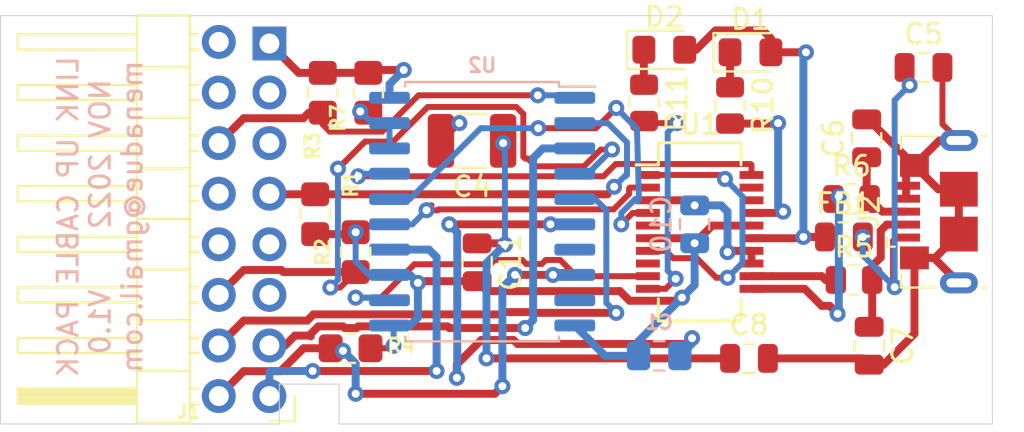
<source format=kicad_pcb>
(kicad_pcb (version 20171130) (host pcbnew 5.1.5+dfsg1-2build2)

  (general
    (thickness 1.6)
    (drawings 10)
    (tracks 360)
    (zones 0)
    (modules 24)
    (nets 28)
  )

  (page A4)
  (layers
    (0 F.Cu signal)
    (1 In1.Cu signal hide)
    (2 In2.Cu signal hide)
    (31 B.Cu signal)
    (32 B.Adhes user)
    (33 F.Adhes user hide)
    (34 B.Paste user)
    (35 F.Paste user)
    (36 B.SilkS user)
    (37 F.SilkS user)
    (38 B.Mask user)
    (39 F.Mask user)
    (40 Dwgs.User user hide)
    (41 Cmts.User user)
    (42 Eco1.User user)
    (43 Eco2.User user)
    (44 Edge.Cuts user)
    (45 Margin user)
    (46 B.CrtYd user)
    (47 F.CrtYd user hide)
    (48 B.Fab user)
    (49 F.Fab user hide)
  )

  (setup
    (last_trace_width 0.3)
    (user_trace_width 0.3)
    (user_trace_width 0.4)
    (trace_clearance 0.2)
    (zone_clearance 0.508)
    (zone_45_only no)
    (trace_min 0.2)
    (via_size 0.8)
    (via_drill 0.4)
    (via_min_size 0.4)
    (via_min_drill 0.3)
    (user_via 0.6 0.4)
    (uvia_size 0.3)
    (uvia_drill 0.1)
    (uvias_allowed no)
    (uvia_min_size 0.2)
    (uvia_min_drill 0.1)
    (edge_width 0.05)
    (segment_width 0.2)
    (pcb_text_width 0.3)
    (pcb_text_size 1.5 1.5)
    (mod_edge_width 0.12)
    (mod_text_size 1 1)
    (mod_text_width 0.15)
    (pad_size 1.524 1.524)
    (pad_drill 0.762)
    (pad_to_mask_clearance 0.051)
    (solder_mask_min_width 0.25)
    (aux_axis_origin 0 0)
    (visible_elements FFFFFF7F)
    (pcbplotparams
      (layerselection 0x010fc_ffffffff)
      (usegerberextensions false)
      (usegerberattributes false)
      (usegerberadvancedattributes false)
      (creategerberjobfile false)
      (excludeedgelayer true)
      (linewidth 0.100000)
      (plotframeref false)
      (viasonmask false)
      (mode 1)
      (useauxorigin false)
      (hpglpennumber 1)
      (hpglpenspeed 20)
      (hpglpendiameter 15.000000)
      (psnegative false)
      (psa4output false)
      (plotreference true)
      (plotvalue true)
      (plotinvisibletext false)
      (padsonsilk false)
      (subtractmaskfromsilk false)
      (outputformat 1)
      (mirror false)
      (drillshape 0)
      (scaleselection 1)
      (outputdirectory "fab1_v1-0/fab2_1_0b/"))
  )

  (net 0 "")
  (net 1 SVCC)
  (net 2 "Net-(C5-Pad1)")
  (net 3 SD0)
  (net 4 SD1)
  (net 5 SD2)
  (net 6 SD3)
  (net 7 SD4)
  (net 8 SMR)
  (net 9 SS)
  (net 10 "Net-(R7-Pad2)")
  (net 11 GND)
  (net 12 +5V_LOGIC)
  (net 13 "Net-(C6-Pad1)")
  (net 14 "Net-(C7-Pad1)")
  (net 15 "Net-(C10-Pad1)")
  (net 16 +5V)
  (net 17 "Net-(D1-Pad1)")
  (net 18 "Net-(D2-Pad1)")
  (net 19 "Net-(R5-Pad1)")
  (net 20 "Net-(R6-Pad1)")
  (net 21 "Net-(R10-Pad2)")
  (net 22 "Net-(R11-Pad2)")
  (net 23 TXD)
  (net 24 CTS)
  (net 25 DTR_DSR)
  (net 26 RXD)
  (net 27 RTS)

  (net_class Default "This is the default net class."
    (clearance 0.2)
    (trace_width 0.25)
    (via_dia 0.8)
    (via_drill 0.4)
    (uvia_dia 0.3)
    (uvia_drill 0.1)
    (add_net +5V)
    (add_net +5V_LOGIC)
    (add_net CTS)
    (add_net DTR_DSR)
    (add_net GND)
    (add_net "Net-(C10-Pad1)")
    (add_net "Net-(C5-Pad1)")
    (add_net "Net-(C6-Pad1)")
    (add_net "Net-(C7-Pad1)")
    (add_net "Net-(D1-Pad1)")
    (add_net "Net-(D2-Pad1)")
    (add_net "Net-(R10-Pad2)")
    (add_net "Net-(R11-Pad2)")
    (add_net "Net-(R5-Pad1)")
    (add_net "Net-(R6-Pad1)")
    (add_net "Net-(R7-Pad2)")
    (add_net RTS)
    (add_net RXD)
    (add_net SD0)
    (add_net SD1)
    (add_net SD2)
    (add_net SD3)
    (add_net SD4)
    (add_net SMR)
    (add_net SS)
    (add_net SVCC)
    (add_net TXD)
  )

  (module Package_SO:SSOP-20_3.9x8.7mm_P0.635mm (layer F.Cu) (tedit 5A4A2523) (tstamp 63841509)
    (at 117.983 113.157)
    (descr "SSOP20: plastic shrink small outline package; 24 leads; body width 3.9 mm; lead pitch 0.635; (see http://www.ftdichip.com/Support/Documents/DataSheets/ICs/DS_FT231X.pdf)")
    (tags "SSOP 0.635")
    (path /638CD939)
    (attr smd)
    (fp_text reference U1 (at 0 -5.4) (layer F.SilkS)
      (effects (font (size 1 1) (thickness 0.15)))
    )
    (fp_text value FT231XS (at 0 5.4) (layer F.Fab)
      (effects (font (size 1 1) (thickness 0.15)))
    )
    (fp_text user %R (at 0 0) (layer F.Fab)
      (effects (font (size 0.8 0.8) (thickness 0.15)))
    )
    (fp_line (start -2.075 -3.365) (end -3.2 -3.365) (layer F.SilkS) (width 0.15))
    (fp_line (start -2.075 4.475) (end 2.075 4.475) (layer F.SilkS) (width 0.15))
    (fp_line (start -2.075 -4.475) (end 2.075 -4.475) (layer F.SilkS) (width 0.15))
    (fp_line (start -2.075 4.475) (end -2.075 3.365) (layer F.SilkS) (width 0.15))
    (fp_line (start 2.075 4.475) (end 2.075 3.365) (layer F.SilkS) (width 0.15))
    (fp_line (start 2.075 -4.475) (end 2.075 -3.365) (layer F.SilkS) (width 0.15))
    (fp_line (start -2.075 -3.365) (end -2.075 -4.475) (layer F.SilkS) (width 0.15))
    (fp_line (start -3.45 4.65) (end 3.45 4.65) (layer F.CrtYd) (width 0.05))
    (fp_line (start -3.45 -4.65) (end 3.45 -4.65) (layer F.CrtYd) (width 0.05))
    (fp_line (start 3.45 -4.65) (end 3.45 4.65) (layer F.CrtYd) (width 0.05))
    (fp_line (start -3.45 -4.65) (end -3.45 4.65) (layer F.CrtYd) (width 0.05))
    (fp_line (start -1.95 -3.35) (end -0.95 -4.35) (layer F.Fab) (width 0.15))
    (fp_line (start -1.95 4.35) (end -1.95 -3.35) (layer F.Fab) (width 0.15))
    (fp_line (start 1.95 4.35) (end -1.95 4.35) (layer F.Fab) (width 0.15))
    (fp_line (start 1.95 -4.35) (end 1.95 4.35) (layer F.Fab) (width 0.15))
    (fp_line (start -0.95 -4.35) (end 1.95 -4.35) (layer F.Fab) (width 0.15))
    (pad 20 smd rect (at 2.6 -2.8575) (size 1.2 0.4) (layers F.Cu F.Paste F.Mask)
      (net 23 TXD))
    (pad 19 smd rect (at 2.6 -2.2225) (size 1.2 0.4) (layers F.Cu F.Paste F.Mask))
    (pad 18 smd rect (at 2.6 -1.5875) (size 1.2 0.4) (layers F.Cu F.Paste F.Mask))
    (pad 17 smd rect (at 2.6 -0.9525) (size 1.2 0.4) (layers F.Cu F.Paste F.Mask)
      (net 21 "Net-(R10-Pad2)"))
    (pad 16 smd rect (at 2.6 -0.3175) (size 1.2 0.4) (layers F.Cu F.Paste F.Mask)
      (net 11 GND))
    (pad 15 smd rect (at 2.6 0.3175) (size 1.2 0.4) (layers F.Cu F.Paste F.Mask)
      (net 16 +5V))
    (pad 14 smd rect (at 2.6 0.9525) (size 1.2 0.4) (layers F.Cu F.Paste F.Mask)
      (net 15 "Net-(C10-Pad1)"))
    (pad 13 smd rect (at 2.6 1.5875) (size 1.2 0.4) (layers F.Cu F.Paste F.Mask)
      (net 15 "Net-(C10-Pad1)"))
    (pad 12 smd rect (at 2.6 2.2225) (size 1.2 0.4) (layers F.Cu F.Paste F.Mask)
      (net 19 "Net-(R5-Pad1)"))
    (pad 11 smd rect (at 2.6 2.8575) (size 1.2 0.4) (layers F.Cu F.Paste F.Mask)
      (net 20 "Net-(R6-Pad1)"))
    (pad 10 smd rect (at -2.6 2.8575) (size 1.2 0.4) (layers F.Cu F.Paste F.Mask)
      (net 22 "Net-(R11-Pad2)"))
    (pad 9 smd rect (at -2.6 2.2225) (size 1.2 0.4) (layers F.Cu F.Paste F.Mask)
      (net 24 CTS))
    (pad 8 smd rect (at -2.6 1.5875) (size 1.2 0.4) (layers F.Cu F.Paste F.Mask))
    (pad 7 smd rect (at -2.6 0.9525) (size 1.2 0.4) (layers F.Cu F.Paste F.Mask)
      (net 25 DTR_DSR))
    (pad 6 smd rect (at -2.6 0.3175) (size 1.2 0.4) (layers F.Cu F.Paste F.Mask)
      (net 11 GND))
    (pad 5 smd rect (at -2.6 -0.3175) (size 1.2 0.4) (layers F.Cu F.Paste F.Mask))
    (pad 4 smd rect (at -2.6 -0.9525) (size 1.2 0.4) (layers F.Cu F.Paste F.Mask)
      (net 26 RXD))
    (pad 3 smd rect (at -2.6 -1.5875) (size 1.2 0.4) (layers F.Cu F.Paste F.Mask)
      (net 15 "Net-(C10-Pad1)"))
    (pad 2 smd rect (at -2.6 -2.2225) (size 1.2 0.4) (layers F.Cu F.Paste F.Mask)
      (net 27 RTS))
    (pad 1 smd rect (at -2.6 -2.8575) (size 1.2 0.4) (layers F.Cu F.Paste F.Mask)
      (net 25 DTR_DSR))
    (model ${KISYS3DMOD}/Package_SO.3dshapes/SSOP-20_3.9x8.7mm_P0.635mm.wrl
      (at (xyz 0 0 0))
      (scale (xyz 1 1 1))
      (rotate (xyz 0 0 0))
    )
  )

  (module Resistor_SMD:R_0805_2012Metric (layer F.Cu) (tedit 5F68FEEE) (tstamp 638414E0)
    (at 115.189 106.68 270)
    (descr "Resistor SMD 0805 (2012 Metric), square (rectangular) end terminal, IPC_7351 nominal, (Body size source: IPC-SM-782 page 72, https://www.pcb-3d.com/wordpress/wp-content/uploads/ipc-sm-782a_amendment_1_and_2.pdf), generated with kicad-footprint-generator")
    (tags resistor)
    (path /638CD9F7)
    (attr smd)
    (fp_text reference R11 (at 0 -1.65 90) (layer F.SilkS)
      (effects (font (size 1 1) (thickness 0.15)))
    )
    (fp_text value 470R (at 0 1.65 90) (layer F.Fab)
      (effects (font (size 1 1) (thickness 0.15)))
    )
    (fp_text user %R (at 0 0 90) (layer F.Fab)
      (effects (font (size 0.5 0.5) (thickness 0.08)))
    )
    (fp_line (start 1.68 0.95) (end -1.68 0.95) (layer F.CrtYd) (width 0.05))
    (fp_line (start 1.68 -0.95) (end 1.68 0.95) (layer F.CrtYd) (width 0.05))
    (fp_line (start -1.68 -0.95) (end 1.68 -0.95) (layer F.CrtYd) (width 0.05))
    (fp_line (start -1.68 0.95) (end -1.68 -0.95) (layer F.CrtYd) (width 0.05))
    (fp_line (start -0.227064 0.735) (end 0.227064 0.735) (layer F.SilkS) (width 0.12))
    (fp_line (start -0.227064 -0.735) (end 0.227064 -0.735) (layer F.SilkS) (width 0.12))
    (fp_line (start 1 0.625) (end -1 0.625) (layer F.Fab) (width 0.1))
    (fp_line (start 1 -0.625) (end 1 0.625) (layer F.Fab) (width 0.1))
    (fp_line (start -1 -0.625) (end 1 -0.625) (layer F.Fab) (width 0.1))
    (fp_line (start -1 0.625) (end -1 -0.625) (layer F.Fab) (width 0.1))
    (pad 2 smd roundrect (at 0.9125 0 270) (size 1.025 1.4) (layers F.Cu F.Paste F.Mask) (roundrect_rratio 0.243902)
      (net 22 "Net-(R11-Pad2)"))
    (pad 1 smd roundrect (at -0.9125 0 270) (size 1.025 1.4) (layers F.Cu F.Paste F.Mask) (roundrect_rratio 0.243902)
      (net 18 "Net-(D2-Pad1)"))
    (model ${KISYS3DMOD}/Resistor_SMD.3dshapes/R_0805_2012Metric.wrl
      (at (xyz 0 0 0))
      (scale (xyz 1 1 1))
      (rotate (xyz 0 0 0))
    )
  )

  (module Resistor_SMD:R_0805_2012Metric (layer F.Cu) (tedit 5F68FEEE) (tstamp 638414CF)
    (at 119.507 106.807 270)
    (descr "Resistor SMD 0805 (2012 Metric), square (rectangular) end terminal, IPC_7351 nominal, (Body size source: IPC-SM-782 page 72, https://www.pcb-3d.com/wordpress/wp-content/uploads/ipc-sm-782a_amendment_1_and_2.pdf), generated with kicad-footprint-generator")
    (tags resistor)
    (path /638CD9F1)
    (attr smd)
    (fp_text reference R10 (at 0 -1.65 90) (layer F.SilkS)
      (effects (font (size 1 1) (thickness 0.15)))
    )
    (fp_text value 470R (at 0 1.65 90) (layer F.Fab)
      (effects (font (size 1 1) (thickness 0.15)))
    )
    (fp_text user %R (at 0 0 90) (layer F.Fab)
      (effects (font (size 0.5 0.5) (thickness 0.08)))
    )
    (fp_line (start 1.68 0.95) (end -1.68 0.95) (layer F.CrtYd) (width 0.05))
    (fp_line (start 1.68 -0.95) (end 1.68 0.95) (layer F.CrtYd) (width 0.05))
    (fp_line (start -1.68 -0.95) (end 1.68 -0.95) (layer F.CrtYd) (width 0.05))
    (fp_line (start -1.68 0.95) (end -1.68 -0.95) (layer F.CrtYd) (width 0.05))
    (fp_line (start -0.227064 0.735) (end 0.227064 0.735) (layer F.SilkS) (width 0.12))
    (fp_line (start -0.227064 -0.735) (end 0.227064 -0.735) (layer F.SilkS) (width 0.12))
    (fp_line (start 1 0.625) (end -1 0.625) (layer F.Fab) (width 0.1))
    (fp_line (start 1 -0.625) (end 1 0.625) (layer F.Fab) (width 0.1))
    (fp_line (start -1 -0.625) (end 1 -0.625) (layer F.Fab) (width 0.1))
    (fp_line (start -1 0.625) (end -1 -0.625) (layer F.Fab) (width 0.1))
    (pad 2 smd roundrect (at 0.9125 0 270) (size 1.025 1.4) (layers F.Cu F.Paste F.Mask) (roundrect_rratio 0.243902)
      (net 21 "Net-(R10-Pad2)"))
    (pad 1 smd roundrect (at -0.9125 0 270) (size 1.025 1.4) (layers F.Cu F.Paste F.Mask) (roundrect_rratio 0.243902)
      (net 17 "Net-(D1-Pad1)"))
    (model ${KISYS3DMOD}/Resistor_SMD.3dshapes/R_0805_2012Metric.wrl
      (at (xyz 0 0 0))
      (scale (xyz 1 1 1))
      (rotate (xyz 0 0 0))
    )
  )

  (module Resistor_SMD:R_0805_2012Metric (layer F.Cu) (tedit 5F68FEEE) (tstamp 6384147C)
    (at 125.603 111.506)
    (descr "Resistor SMD 0805 (2012 Metric), square (rectangular) end terminal, IPC_7351 nominal, (Body size source: IPC-SM-782 page 72, https://www.pcb-3d.com/wordpress/wp-content/uploads/ipc-sm-782a_amendment_1_and_2.pdf), generated with kicad-footprint-generator")
    (tags resistor)
    (path /638CD94B)
    (attr smd)
    (fp_text reference R6 (at 0 -1.65) (layer F.SilkS)
      (effects (font (size 1 1) (thickness 0.15)))
    )
    (fp_text value 27R (at 0 1.65) (layer F.Fab)
      (effects (font (size 1 1) (thickness 0.15)))
    )
    (fp_text user %R (at 0 0) (layer F.Fab)
      (effects (font (size 0.5 0.5) (thickness 0.08)))
    )
    (fp_line (start 1.68 0.95) (end -1.68 0.95) (layer F.CrtYd) (width 0.05))
    (fp_line (start 1.68 -0.95) (end 1.68 0.95) (layer F.CrtYd) (width 0.05))
    (fp_line (start -1.68 -0.95) (end 1.68 -0.95) (layer F.CrtYd) (width 0.05))
    (fp_line (start -1.68 0.95) (end -1.68 -0.95) (layer F.CrtYd) (width 0.05))
    (fp_line (start -0.227064 0.735) (end 0.227064 0.735) (layer F.SilkS) (width 0.12))
    (fp_line (start -0.227064 -0.735) (end 0.227064 -0.735) (layer F.SilkS) (width 0.12))
    (fp_line (start 1 0.625) (end -1 0.625) (layer F.Fab) (width 0.1))
    (fp_line (start 1 -0.625) (end 1 0.625) (layer F.Fab) (width 0.1))
    (fp_line (start -1 -0.625) (end 1 -0.625) (layer F.Fab) (width 0.1))
    (fp_line (start -1 0.625) (end -1 -0.625) (layer F.Fab) (width 0.1))
    (pad 2 smd roundrect (at 0.9125 0) (size 1.025 1.4) (layers F.Cu F.Paste F.Mask) (roundrect_rratio 0.243902)
      (net 13 "Net-(C6-Pad1)"))
    (pad 1 smd roundrect (at -0.9125 0) (size 1.025 1.4) (layers F.Cu F.Paste F.Mask) (roundrect_rratio 0.243902)
      (net 20 "Net-(R6-Pad1)"))
    (model ${KISYS3DMOD}/Resistor_SMD.3dshapes/R_0805_2012Metric.wrl
      (at (xyz 0 0 0))
      (scale (xyz 1 1 1))
      (rotate (xyz 0 0 0))
    )
  )

  (module Resistor_SMD:R_0805_2012Metric (layer F.Cu) (tedit 5F68FEEE) (tstamp 6384146B)
    (at 125.73 115.57)
    (descr "Resistor SMD 0805 (2012 Metric), square (rectangular) end terminal, IPC_7351 nominal, (Body size source: IPC-SM-782 page 72, https://www.pcb-3d.com/wordpress/wp-content/uploads/ipc-sm-782a_amendment_1_and_2.pdf), generated with kicad-footprint-generator")
    (tags resistor)
    (path /638CD945)
    (attr smd)
    (fp_text reference R5 (at 0 -1.65) (layer F.SilkS)
      (effects (font (size 1 1) (thickness 0.15)))
    )
    (fp_text value 27R (at 0 1.65) (layer F.Fab)
      (effects (font (size 1 1) (thickness 0.15)))
    )
    (fp_text user %R (at 0 0) (layer F.Fab)
      (effects (font (size 0.5 0.5) (thickness 0.08)))
    )
    (fp_line (start 1.68 0.95) (end -1.68 0.95) (layer F.CrtYd) (width 0.05))
    (fp_line (start 1.68 -0.95) (end 1.68 0.95) (layer F.CrtYd) (width 0.05))
    (fp_line (start -1.68 -0.95) (end 1.68 -0.95) (layer F.CrtYd) (width 0.05))
    (fp_line (start -1.68 0.95) (end -1.68 -0.95) (layer F.CrtYd) (width 0.05))
    (fp_line (start -0.227064 0.735) (end 0.227064 0.735) (layer F.SilkS) (width 0.12))
    (fp_line (start -0.227064 -0.735) (end 0.227064 -0.735) (layer F.SilkS) (width 0.12))
    (fp_line (start 1 0.625) (end -1 0.625) (layer F.Fab) (width 0.1))
    (fp_line (start 1 -0.625) (end 1 0.625) (layer F.Fab) (width 0.1))
    (fp_line (start -1 -0.625) (end 1 -0.625) (layer F.Fab) (width 0.1))
    (fp_line (start -1 0.625) (end -1 -0.625) (layer F.Fab) (width 0.1))
    (pad 2 smd roundrect (at 0.9125 0) (size 1.025 1.4) (layers F.Cu F.Paste F.Mask) (roundrect_rratio 0.243902)
      (net 14 "Net-(C7-Pad1)"))
    (pad 1 smd roundrect (at -0.9125 0) (size 1.025 1.4) (layers F.Cu F.Paste F.Mask) (roundrect_rratio 0.243902)
      (net 19 "Net-(R5-Pad1)"))
    (model ${KISYS3DMOD}/Resistor_SMD.3dshapes/R_0805_2012Metric.wrl
      (at (xyz 0 0 0))
      (scale (xyz 1 1 1))
      (rotate (xyz 0 0 0))
    )
  )

  (module Connector_USB:USB_Micro-B_GCT_USB3076-30-A (layer F.Cu) (tedit 5A170D03) (tstamp 638413C5)
    (at 129.794 112.141 90)
    (descr "GCT Micro USB https://gct.co/files/drawings/usb3076.pdf")
    (tags "Micro-USB SMD Typ-B GCT")
    (path /638CD93F)
    (attr smd)
    (fp_text reference J2 (at 0 -3.3 90) (layer F.SilkS)
      (effects (font (size 1 1) (thickness 0.15)))
    )
    (fp_text value Connector_USB_B_Micro (at 0 5.2 90) (layer F.Fab)
      (effects (font (size 1 1) (thickness 0.15)))
    )
    (fp_line (start -1.1 -2.16) (end -1.1 -1.95) (layer F.Fab) (width 0.1))
    (fp_line (start -1.5 -2.16) (end -1.5 -1.95) (layer F.Fab) (width 0.1))
    (fp_line (start -1.5 -2.16) (end -1.1 -2.16) (layer F.Fab) (width 0.1))
    (fp_line (start -1.1 -1.95) (end -1.3 -1.75) (layer F.Fab) (width 0.1))
    (fp_line (start -1.3 -1.75) (end -1.5 -1.95) (layer F.Fab) (width 0.1))
    (fp_line (start -1.76 -2.41) (end -1.76 -2.02) (layer F.SilkS) (width 0.12))
    (fp_line (start -1.76 -2.41) (end -1.31 -2.41) (layer F.SilkS) (width 0.12))
    (fp_text user %R (at 0 0.85 90) (layer F.Fab)
      (effects (font (size 1 1) (thickness 0.15)))
    )
    (fp_line (start 3.81 -1.71) (end 3.16 -1.71) (layer F.SilkS) (width 0.12))
    (fp_line (start 3.81 0.02) (end 3.81 -1.71) (layer F.SilkS) (width 0.12))
    (fp_line (start -3.81 2.59) (end -3.81 2.38) (layer F.SilkS) (width 0.12))
    (fp_line (start -3.7 3.95) (end -3.7 -1.6) (layer F.Fab) (width 0.1))
    (fp_line (start -3.7 -1.6) (end 3.7 -1.6) (layer F.Fab) (width 0.1))
    (fp_line (start -3.7 3.95) (end 3.7 3.95) (layer F.Fab) (width 0.1))
    (fp_line (start -3 2.65) (end 3 2.65) (layer F.Fab) (width 0.1))
    (fp_line (start 3.7 3.95) (end 3.7 -1.6) (layer F.Fab) (width 0.1))
    (fp_line (start 3.81 2.59) (end 3.81 2.38) (layer F.SilkS) (width 0.12))
    (fp_line (start -3.81 0.02) (end -3.81 -1.71) (layer F.SilkS) (width 0.12))
    (fp_line (start -3.81 -1.71) (end -3.15 -1.71) (layer F.SilkS) (width 0.12))
    (fp_text user "PCB Edge" (at 0 2.65 90) (layer Dwgs.User)
      (effects (font (size 0.5 0.5) (thickness 0.08)))
    )
    (fp_line (start -4.6 4.45) (end -4.6 -2.65) (layer F.CrtYd) (width 0.05))
    (fp_line (start -4.6 -2.65) (end 4.6 -2.65) (layer F.CrtYd) (width 0.05))
    (fp_line (start 4.6 -2.65) (end 4.6 4.45) (layer F.CrtYd) (width 0.05))
    (fp_line (start -4.6 4.45) (end 4.6 4.45) (layer F.CrtYd) (width 0.05))
    (pad 6 smd rect (at -2.32 -1.03 90) (size 1.15 1.45) (layers F.Cu F.Paste F.Mask)
      (net 11 GND))
    (pad 6 smd rect (at 2.32 -1.03 90) (size 1.15 1.45) (layers F.Cu F.Paste F.Mask)
      (net 11 GND))
    (pad 6 thru_hole oval (at 3.575 1.2 90) (size 1.05 1.9) (drill oval 0.45 1.25) (layers *.Cu *.Mask)
      (net 11 GND))
    (pad 6 thru_hole oval (at -3.575 1.2 270) (size 1.05 1.9) (drill oval 0.45 1.25) (layers *.Cu *.Mask)
      (net 11 GND))
    (pad 6 smd rect (at -1.125 1.2 90) (size 1.75 1.9) (layers F.Cu F.Paste F.Mask)
      (net 11 GND))
    (pad 3 smd rect (at 0 -1.45 90) (size 0.4 1.4) (layers F.Cu F.Paste F.Mask)
      (net 13 "Net-(C6-Pad1)"))
    (pad 4 smd rect (at 0.65 -1.45 90) (size 0.4 1.4) (layers F.Cu F.Paste F.Mask)
      (net 11 GND))
    (pad 5 smd rect (at 1.3 -1.45 90) (size 0.4 1.4) (layers F.Cu F.Paste F.Mask)
      (net 11 GND))
    (pad 1 smd rect (at -1.3 -1.45 90) (size 0.4 1.4) (layers F.Cu F.Paste F.Mask)
      (net 2 "Net-(C5-Pad1)"))
    (pad 2 smd rect (at -0.65 -1.45 90) (size 0.4 1.4) (layers F.Cu F.Paste F.Mask)
      (net 14 "Net-(C7-Pad1)"))
    (pad 6 smd rect (at 1.125 1.2 90) (size 1.75 1.9) (layers F.Cu F.Paste F.Mask)
      (net 11 GND))
    (model ${KISYS3DMOD}/Connector_USB.3dshapes/USB_Micro-B_GCT_USB3076-30-A.wrl
      (at (xyz 0 0 0))
      (scale (xyz 1 1 1))
      (rotate (xyz 0 0 0))
    )
  )

  (module Capacitor_SMD:C_0805_2012Metric (layer F.Cu) (tedit 5F68FEEE) (tstamp 6384126E)
    (at 125.222 113.411)
    (descr "Capacitor SMD 0805 (2012 Metric), square (rectangular) end terminal, IPC_7351 nominal, (Body size source: IPC-SM-782 page 76, https://www.pcb-3d.com/wordpress/wp-content/uploads/ipc-sm-782a_amendment_1_and_2.pdf, https://docs.google.com/spreadsheets/d/1BsfQQcO9C6DZCsRaXUlFlo91Tg2WpOkGARC1WS5S8t0/edit?usp=sharing), generated with kicad-footprint-generator")
    (tags capacitor)
    (path /638CD97C)
    (attr smd)
    (fp_text reference FB1 (at 0 -1.68) (layer F.SilkS)
      (effects (font (size 1 1) (thickness 0.15)))
    )
    (fp_text value "Laird Technologies Part # MI0805K400R-10" (at 0 1.68) (layer F.Fab)
      (effects (font (size 1 1) (thickness 0.15)))
    )
    (fp_text user %R (at 0 0) (layer F.Fab)
      (effects (font (size 0.5 0.5) (thickness 0.08)))
    )
    (fp_line (start 1.7 0.98) (end -1.7 0.98) (layer F.CrtYd) (width 0.05))
    (fp_line (start 1.7 -0.98) (end 1.7 0.98) (layer F.CrtYd) (width 0.05))
    (fp_line (start -1.7 -0.98) (end 1.7 -0.98) (layer F.CrtYd) (width 0.05))
    (fp_line (start -1.7 0.98) (end -1.7 -0.98) (layer F.CrtYd) (width 0.05))
    (fp_line (start -0.261252 0.735) (end 0.261252 0.735) (layer F.SilkS) (width 0.12))
    (fp_line (start -0.261252 -0.735) (end 0.261252 -0.735) (layer F.SilkS) (width 0.12))
    (fp_line (start 1 0.625) (end -1 0.625) (layer F.Fab) (width 0.1))
    (fp_line (start 1 -0.625) (end 1 0.625) (layer F.Fab) (width 0.1))
    (fp_line (start -1 -0.625) (end 1 -0.625) (layer F.Fab) (width 0.1))
    (fp_line (start -1 0.625) (end -1 -0.625) (layer F.Fab) (width 0.1))
    (pad 2 smd roundrect (at 0.95 0) (size 1 1.45) (layers F.Cu F.Paste F.Mask) (roundrect_rratio 0.25)
      (net 2 "Net-(C5-Pad1)"))
    (pad 1 smd roundrect (at -0.95 0) (size 1 1.45) (layers F.Cu F.Paste F.Mask) (roundrect_rratio 0.25)
      (net 16 +5V))
    (model ${KISYS3DMOD}/Capacitor_SMD.3dshapes/C_0805_2012Metric.wrl
      (at (xyz 0 0 0))
      (scale (xyz 1 1 1))
      (rotate (xyz 0 0 0))
    )
  )

  (module LED_SMD:LED_0805_2012Metric_Pad1.15x1.40mm_HandSolder (layer F.Cu) (tedit 5F68FEF1) (tstamp 6384125D)
    (at 116.205 104.013)
    (descr "LED SMD 0805 (2012 Metric), square (rectangular) end terminal, IPC_7351 nominal, (Body size source: https://docs.google.com/spreadsheets/d/1BsfQQcO9C6DZCsRaXUlFlo91Tg2WpOkGARC1WS5S8t0/edit?usp=sharing), generated with kicad-footprint-generator")
    (tags "LED handsolder")
    (path /638CDA03)
    (attr smd)
    (fp_text reference D2 (at 0 -1.65) (layer F.SilkS)
      (effects (font (size 1 1) (thickness 0.15)))
    )
    (fp_text value "SMD LED" (at 0 1.65) (layer F.Fab)
      (effects (font (size 1 1) (thickness 0.15)))
    )
    (fp_text user %R (at 0 0) (layer F.Fab)
      (effects (font (size 0.5 0.5) (thickness 0.08)))
    )
    (fp_line (start 1.85 0.95) (end -1.85 0.95) (layer F.CrtYd) (width 0.05))
    (fp_line (start 1.85 -0.95) (end 1.85 0.95) (layer F.CrtYd) (width 0.05))
    (fp_line (start -1.85 -0.95) (end 1.85 -0.95) (layer F.CrtYd) (width 0.05))
    (fp_line (start -1.85 0.95) (end -1.85 -0.95) (layer F.CrtYd) (width 0.05))
    (fp_line (start -1.86 0.96) (end 1 0.96) (layer F.SilkS) (width 0.12))
    (fp_line (start -1.86 -0.96) (end -1.86 0.96) (layer F.SilkS) (width 0.12))
    (fp_line (start 1 -0.96) (end -1.86 -0.96) (layer F.SilkS) (width 0.12))
    (fp_line (start 1 0.6) (end 1 -0.6) (layer F.Fab) (width 0.1))
    (fp_line (start -1 0.6) (end 1 0.6) (layer F.Fab) (width 0.1))
    (fp_line (start -1 -0.3) (end -1 0.6) (layer F.Fab) (width 0.1))
    (fp_line (start -0.7 -0.6) (end -1 -0.3) (layer F.Fab) (width 0.1))
    (fp_line (start 1 -0.6) (end -0.7 -0.6) (layer F.Fab) (width 0.1))
    (pad 2 smd roundrect (at 1.025 0) (size 1.15 1.4) (layers F.Cu F.Paste F.Mask) (roundrect_rratio 0.217391)
      (net 16 +5V))
    (pad 1 smd roundrect (at -1.025 0) (size 1.15 1.4) (layers F.Cu F.Paste F.Mask) (roundrect_rratio 0.217391)
      (net 18 "Net-(D2-Pad1)"))
    (model ${KISYS3DMOD}/LED_SMD.3dshapes/LED_0805_2012Metric.wrl
      (at (xyz 0 0 0))
      (scale (xyz 1 1 1))
      (rotate (xyz 0 0 0))
    )
  )

  (module LED_SMD:LED_0805_2012Metric_Pad1.15x1.40mm_HandSolder (layer F.Cu) (tedit 5F68FEF1) (tstamp 6384124A)
    (at 120.532 104.14)
    (descr "LED SMD 0805 (2012 Metric), square (rectangular) end terminal, IPC_7351 nominal, (Body size source: https://docs.google.com/spreadsheets/d/1BsfQQcO9C6DZCsRaXUlFlo91Tg2WpOkGARC1WS5S8t0/edit?usp=sharing), generated with kicad-footprint-generator")
    (tags "LED handsolder")
    (path /638CD9FD)
    (attr smd)
    (fp_text reference D1 (at 0 -1.65) (layer F.SilkS)
      (effects (font (size 1 1) (thickness 0.15)))
    )
    (fp_text value "SMD LED" (at 0 1.65) (layer F.Fab)
      (effects (font (size 1 1) (thickness 0.15)))
    )
    (fp_text user %R (at 0 0) (layer F.Fab)
      (effects (font (size 0.5 0.5) (thickness 0.08)))
    )
    (fp_line (start 1.85 0.95) (end -1.85 0.95) (layer F.CrtYd) (width 0.05))
    (fp_line (start 1.85 -0.95) (end 1.85 0.95) (layer F.CrtYd) (width 0.05))
    (fp_line (start -1.85 -0.95) (end 1.85 -0.95) (layer F.CrtYd) (width 0.05))
    (fp_line (start -1.85 0.95) (end -1.85 -0.95) (layer F.CrtYd) (width 0.05))
    (fp_line (start -1.86 0.96) (end 1 0.96) (layer F.SilkS) (width 0.12))
    (fp_line (start -1.86 -0.96) (end -1.86 0.96) (layer F.SilkS) (width 0.12))
    (fp_line (start 1 -0.96) (end -1.86 -0.96) (layer F.SilkS) (width 0.12))
    (fp_line (start 1 0.6) (end 1 -0.6) (layer F.Fab) (width 0.1))
    (fp_line (start -1 0.6) (end 1 0.6) (layer F.Fab) (width 0.1))
    (fp_line (start -1 -0.3) (end -1 0.6) (layer F.Fab) (width 0.1))
    (fp_line (start -0.7 -0.6) (end -1 -0.3) (layer F.Fab) (width 0.1))
    (fp_line (start 1 -0.6) (end -0.7 -0.6) (layer F.Fab) (width 0.1))
    (pad 2 smd roundrect (at 1.025 0) (size 1.15 1.4) (layers F.Cu F.Paste F.Mask) (roundrect_rratio 0.217391)
      (net 16 +5V))
    (pad 1 smd roundrect (at -1.025 0) (size 1.15 1.4) (layers F.Cu F.Paste F.Mask) (roundrect_rratio 0.217391)
      (net 17 "Net-(D1-Pad1)"))
    (model ${KISYS3DMOD}/LED_SMD.3dshapes/LED_0805_2012Metric.wrl
      (at (xyz 0 0 0))
      (scale (xyz 1 1 1))
      (rotate (xyz 0 0 0))
    )
  )

  (module Capacitor_SMD:C_0805_2012Metric (layer F.Cu) (tedit 5F68FEEE) (tstamp 63841215)
    (at 106.807 114.681 270)
    (descr "Capacitor SMD 0805 (2012 Metric), square (rectangular) end terminal, IPC_7351 nominal, (Body size source: IPC-SM-782 page 76, https://www.pcb-3d.com/wordpress/wp-content/uploads/ipc-sm-782a_amendment_1_and_2.pdf, https://docs.google.com/spreadsheets/d/1BsfQQcO9C6DZCsRaXUlFlo91Tg2WpOkGARC1WS5S8t0/edit?usp=sharing), generated with kicad-footprint-generator")
    (tags capacitor)
    (path /638CD9A8)
    (attr smd)
    (fp_text reference C11 (at 0 -1.68 90) (layer F.SilkS)
      (effects (font (size 1 1) (thickness 0.15)))
    )
    (fp_text value 100nF (at 0 1.68 90) (layer F.Fab)
      (effects (font (size 1 1) (thickness 0.15)))
    )
    (fp_text user %R (at 0 0 90) (layer F.Fab)
      (effects (font (size 0.5 0.5) (thickness 0.08)))
    )
    (fp_line (start 1.7 0.98) (end -1.7 0.98) (layer F.CrtYd) (width 0.05))
    (fp_line (start 1.7 -0.98) (end 1.7 0.98) (layer F.CrtYd) (width 0.05))
    (fp_line (start -1.7 -0.98) (end 1.7 -0.98) (layer F.CrtYd) (width 0.05))
    (fp_line (start -1.7 0.98) (end -1.7 -0.98) (layer F.CrtYd) (width 0.05))
    (fp_line (start -0.261252 0.735) (end 0.261252 0.735) (layer F.SilkS) (width 0.12))
    (fp_line (start -0.261252 -0.735) (end 0.261252 -0.735) (layer F.SilkS) (width 0.12))
    (fp_line (start 1 0.625) (end -1 0.625) (layer F.Fab) (width 0.1))
    (fp_line (start 1 -0.625) (end 1 0.625) (layer F.Fab) (width 0.1))
    (fp_line (start -1 -0.625) (end 1 -0.625) (layer F.Fab) (width 0.1))
    (fp_line (start -1 0.625) (end -1 -0.625) (layer F.Fab) (width 0.1))
    (pad 2 smd roundrect (at 0.95 0 270) (size 1 1.45) (layers F.Cu F.Paste F.Mask) (roundrect_rratio 0.25)
      (net 11 GND))
    (pad 1 smd roundrect (at -0.95 0 270) (size 1 1.45) (layers F.Cu F.Paste F.Mask) (roundrect_rratio 0.25)
      (net 12 +5V_LOGIC))
    (model ${KISYS3DMOD}/Capacitor_SMD.3dshapes/C_0805_2012Metric.wrl
      (at (xyz 0 0 0))
      (scale (xyz 1 1 1))
      (rotate (xyz 0 0 0))
    )
  )

  (module Capacitor_SMD:C_0805_2012Metric (layer B.Cu) (tedit 5F68FEEE) (tstamp 63841204)
    (at 117.729 112.776 270)
    (descr "Capacitor SMD 0805 (2012 Metric), square (rectangular) end terminal, IPC_7351 nominal, (Body size source: IPC-SM-782 page 76, https://www.pcb-3d.com/wordpress/wp-content/uploads/ipc-sm-782a_amendment_1_and_2.pdf, https://docs.google.com/spreadsheets/d/1BsfQQcO9C6DZCsRaXUlFlo91Tg2WpOkGARC1WS5S8t0/edit?usp=sharing), generated with kicad-footprint-generator")
    (tags capacitor)
    (path /638CD9E7)
    (attr smd)
    (fp_text reference C10 (at 0 1.68 270) (layer B.SilkS)
      (effects (font (size 1 1) (thickness 0.15)) (justify mirror))
    )
    (fp_text value 100nF (at 0 -1.68 270) (layer B.Fab)
      (effects (font (size 1 1) (thickness 0.15)) (justify mirror))
    )
    (fp_text user %R (at 0 0 270) (layer B.Fab)
      (effects (font (size 0.5 0.5) (thickness 0.08)) (justify mirror))
    )
    (fp_line (start 1.7 -0.98) (end -1.7 -0.98) (layer B.CrtYd) (width 0.05))
    (fp_line (start 1.7 0.98) (end 1.7 -0.98) (layer B.CrtYd) (width 0.05))
    (fp_line (start -1.7 0.98) (end 1.7 0.98) (layer B.CrtYd) (width 0.05))
    (fp_line (start -1.7 -0.98) (end -1.7 0.98) (layer B.CrtYd) (width 0.05))
    (fp_line (start -0.261252 -0.735) (end 0.261252 -0.735) (layer B.SilkS) (width 0.12))
    (fp_line (start -0.261252 0.735) (end 0.261252 0.735) (layer B.SilkS) (width 0.12))
    (fp_line (start 1 -0.625) (end -1 -0.625) (layer B.Fab) (width 0.1))
    (fp_line (start 1 0.625) (end 1 -0.625) (layer B.Fab) (width 0.1))
    (fp_line (start -1 0.625) (end 1 0.625) (layer B.Fab) (width 0.1))
    (fp_line (start -1 -0.625) (end -1 0.625) (layer B.Fab) (width 0.1))
    (pad 2 smd roundrect (at 0.95 0 270) (size 1 1.45) (layers B.Cu B.Paste B.Mask) (roundrect_rratio 0.25)
      (net 11 GND))
    (pad 1 smd roundrect (at -0.95 0 270) (size 1 1.45) (layers B.Cu B.Paste B.Mask) (roundrect_rratio 0.25)
      (net 15 "Net-(C10-Pad1)"))
    (model ${KISYS3DMOD}/Capacitor_SMD.3dshapes/C_0805_2012Metric.wrl
      (at (xyz 0 0 0))
      (scale (xyz 1 1 1))
      (rotate (xyz 0 0 0))
    )
  )

  (module Capacitor_SMD:C_0805_2012Metric (layer F.Cu) (tedit 5F68FEEE) (tstamp 638411E2)
    (at 120.457 119.507)
    (descr "Capacitor SMD 0805 (2012 Metric), square (rectangular) end terminal, IPC_7351 nominal, (Body size source: IPC-SM-782 page 76, https://www.pcb-3d.com/wordpress/wp-content/uploads/ipc-sm-782a_amendment_1_and_2.pdf, https://docs.google.com/spreadsheets/d/1BsfQQcO9C6DZCsRaXUlFlo91Tg2WpOkGARC1WS5S8t0/edit?usp=sharing), generated with kicad-footprint-generator")
    (tags capacitor)
    (path /638CD99C)
    (attr smd)
    (fp_text reference C8 (at 0 -1.68) (layer F.SilkS)
      (effects (font (size 1 1) (thickness 0.15)))
    )
    (fp_text value 100nF (at 0 1.68) (layer F.Fab)
      (effects (font (size 1 1) (thickness 0.15)))
    )
    (fp_text user %R (at 0 0) (layer F.Fab)
      (effects (font (size 0.5 0.5) (thickness 0.08)))
    )
    (fp_line (start 1.7 0.98) (end -1.7 0.98) (layer F.CrtYd) (width 0.05))
    (fp_line (start 1.7 -0.98) (end 1.7 0.98) (layer F.CrtYd) (width 0.05))
    (fp_line (start -1.7 -0.98) (end 1.7 -0.98) (layer F.CrtYd) (width 0.05))
    (fp_line (start -1.7 0.98) (end -1.7 -0.98) (layer F.CrtYd) (width 0.05))
    (fp_line (start -0.261252 0.735) (end 0.261252 0.735) (layer F.SilkS) (width 0.12))
    (fp_line (start -0.261252 -0.735) (end 0.261252 -0.735) (layer F.SilkS) (width 0.12))
    (fp_line (start 1 0.625) (end -1 0.625) (layer F.Fab) (width 0.1))
    (fp_line (start 1 -0.625) (end 1 0.625) (layer F.Fab) (width 0.1))
    (fp_line (start -1 -0.625) (end 1 -0.625) (layer F.Fab) (width 0.1))
    (fp_line (start -1 0.625) (end -1 -0.625) (layer F.Fab) (width 0.1))
    (pad 2 smd roundrect (at 0.95 0) (size 1 1.45) (layers F.Cu F.Paste F.Mask) (roundrect_rratio 0.25)
      (net 11 GND))
    (pad 1 smd roundrect (at -0.95 0) (size 1 1.45) (layers F.Cu F.Paste F.Mask) (roundrect_rratio 0.25)
      (net 12 +5V_LOGIC))
    (model ${KISYS3DMOD}/Capacitor_SMD.3dshapes/C_0805_2012Metric.wrl
      (at (xyz 0 0 0))
      (scale (xyz 1 1 1))
      (rotate (xyz 0 0 0))
    )
  )

  (module Capacitor_SMD:C_0805_2012Metric (layer F.Cu) (tedit 5F68FEEE) (tstamp 638411D1)
    (at 126.492 118.872 270)
    (descr "Capacitor SMD 0805 (2012 Metric), square (rectangular) end terminal, IPC_7351 nominal, (Body size source: IPC-SM-782 page 76, https://www.pcb-3d.com/wordpress/wp-content/uploads/ipc-sm-782a_amendment_1_and_2.pdf, https://docs.google.com/spreadsheets/d/1BsfQQcO9C6DZCsRaXUlFlo91Tg2WpOkGARC1WS5S8t0/edit?usp=sharing), generated with kicad-footprint-generator")
    (tags capacitor)
    (path /638CD965)
    (attr smd)
    (fp_text reference C7 (at 0 -1.68 90) (layer F.SilkS)
      (effects (font (size 1 1) (thickness 0.15)))
    )
    (fp_text value 47pF (at 0 1.68 90) (layer F.Fab)
      (effects (font (size 1 1) (thickness 0.15)))
    )
    (fp_text user %R (at 0 0 90) (layer F.Fab)
      (effects (font (size 0.5 0.5) (thickness 0.08)))
    )
    (fp_line (start 1.7 0.98) (end -1.7 0.98) (layer F.CrtYd) (width 0.05))
    (fp_line (start 1.7 -0.98) (end 1.7 0.98) (layer F.CrtYd) (width 0.05))
    (fp_line (start -1.7 -0.98) (end 1.7 -0.98) (layer F.CrtYd) (width 0.05))
    (fp_line (start -1.7 0.98) (end -1.7 -0.98) (layer F.CrtYd) (width 0.05))
    (fp_line (start -0.261252 0.735) (end 0.261252 0.735) (layer F.SilkS) (width 0.12))
    (fp_line (start -0.261252 -0.735) (end 0.261252 -0.735) (layer F.SilkS) (width 0.12))
    (fp_line (start 1 0.625) (end -1 0.625) (layer F.Fab) (width 0.1))
    (fp_line (start 1 -0.625) (end 1 0.625) (layer F.Fab) (width 0.1))
    (fp_line (start -1 -0.625) (end 1 -0.625) (layer F.Fab) (width 0.1))
    (fp_line (start -1 0.625) (end -1 -0.625) (layer F.Fab) (width 0.1))
    (pad 2 smd roundrect (at 0.95 0 270) (size 1 1.45) (layers F.Cu F.Paste F.Mask) (roundrect_rratio 0.25)
      (net 11 GND))
    (pad 1 smd roundrect (at -0.95 0 270) (size 1 1.45) (layers F.Cu F.Paste F.Mask) (roundrect_rratio 0.25)
      (net 14 "Net-(C7-Pad1)"))
    (model ${KISYS3DMOD}/Capacitor_SMD.3dshapes/C_0805_2012Metric.wrl
      (at (xyz 0 0 0))
      (scale (xyz 1 1 1))
      (rotate (xyz 0 0 0))
    )
  )

  (module Capacitor_SMD:C_0805_2012Metric (layer F.Cu) (tedit 5F68FEEE) (tstamp 638411C0)
    (at 126.365 108.458 90)
    (descr "Capacitor SMD 0805 (2012 Metric), square (rectangular) end terminal, IPC_7351 nominal, (Body size source: IPC-SM-782 page 76, https://www.pcb-3d.com/wordpress/wp-content/uploads/ipc-sm-782a_amendment_1_and_2.pdf, https://docs.google.com/spreadsheets/d/1BsfQQcO9C6DZCsRaXUlFlo91Tg2WpOkGARC1WS5S8t0/edit?usp=sharing), generated with kicad-footprint-generator")
    (tags capacitor)
    (path /638CD95F)
    (attr smd)
    (fp_text reference C6 (at 0 -1.68 90) (layer F.SilkS)
      (effects (font (size 1 1) (thickness 0.15)))
    )
    (fp_text value 47pF (at 0 1.68 90) (layer F.Fab)
      (effects (font (size 1 1) (thickness 0.15)))
    )
    (fp_text user %R (at 0 0 90) (layer F.Fab)
      (effects (font (size 0.5 0.5) (thickness 0.08)))
    )
    (fp_line (start 1.7 0.98) (end -1.7 0.98) (layer F.CrtYd) (width 0.05))
    (fp_line (start 1.7 -0.98) (end 1.7 0.98) (layer F.CrtYd) (width 0.05))
    (fp_line (start -1.7 -0.98) (end 1.7 -0.98) (layer F.CrtYd) (width 0.05))
    (fp_line (start -1.7 0.98) (end -1.7 -0.98) (layer F.CrtYd) (width 0.05))
    (fp_line (start -0.261252 0.735) (end 0.261252 0.735) (layer F.SilkS) (width 0.12))
    (fp_line (start -0.261252 -0.735) (end 0.261252 -0.735) (layer F.SilkS) (width 0.12))
    (fp_line (start 1 0.625) (end -1 0.625) (layer F.Fab) (width 0.1))
    (fp_line (start 1 -0.625) (end 1 0.625) (layer F.Fab) (width 0.1))
    (fp_line (start -1 -0.625) (end 1 -0.625) (layer F.Fab) (width 0.1))
    (fp_line (start -1 0.625) (end -1 -0.625) (layer F.Fab) (width 0.1))
    (pad 2 smd roundrect (at 0.95 0 90) (size 1 1.45) (layers F.Cu F.Paste F.Mask) (roundrect_rratio 0.25)
      (net 11 GND))
    (pad 1 smd roundrect (at -0.95 0 90) (size 1 1.45) (layers F.Cu F.Paste F.Mask) (roundrect_rratio 0.25)
      (net 13 "Net-(C6-Pad1)"))
    (model ${KISYS3DMOD}/Capacitor_SMD.3dshapes/C_0805_2012Metric.wrl
      (at (xyz 0 0 0))
      (scale (xyz 1 1 1))
      (rotate (xyz 0 0 0))
    )
  )

  (module Capacitor_SMD:C_0805_2012Metric (layer F.Cu) (tedit 5F68FEEE) (tstamp 638411AF)
    (at 129.22 104.902)
    (descr "Capacitor SMD 0805 (2012 Metric), square (rectangular) end terminal, IPC_7351 nominal, (Body size source: IPC-SM-782 page 76, https://www.pcb-3d.com/wordpress/wp-content/uploads/ipc-sm-782a_amendment_1_and_2.pdf, https://docs.google.com/spreadsheets/d/1BsfQQcO9C6DZCsRaXUlFlo91Tg2WpOkGARC1WS5S8t0/edit?usp=sharing), generated with kicad-footprint-generator")
    (tags capacitor)
    (path /638CD984)
    (attr smd)
    (fp_text reference C5 (at 0 -1.68) (layer F.SilkS)
      (effects (font (size 1 1) (thickness 0.15)))
    )
    (fp_text value 10nF (at 0 1.68) (layer F.Fab)
      (effects (font (size 1 1) (thickness 0.15)))
    )
    (fp_text user %R (at 0 0) (layer F.Fab)
      (effects (font (size 0.5 0.5) (thickness 0.08)))
    )
    (fp_line (start 1.7 0.98) (end -1.7 0.98) (layer F.CrtYd) (width 0.05))
    (fp_line (start 1.7 -0.98) (end 1.7 0.98) (layer F.CrtYd) (width 0.05))
    (fp_line (start -1.7 -0.98) (end 1.7 -0.98) (layer F.CrtYd) (width 0.05))
    (fp_line (start -1.7 0.98) (end -1.7 -0.98) (layer F.CrtYd) (width 0.05))
    (fp_line (start -0.261252 0.735) (end 0.261252 0.735) (layer F.SilkS) (width 0.12))
    (fp_line (start -0.261252 -0.735) (end 0.261252 -0.735) (layer F.SilkS) (width 0.12))
    (fp_line (start 1 0.625) (end -1 0.625) (layer F.Fab) (width 0.1))
    (fp_line (start 1 -0.625) (end 1 0.625) (layer F.Fab) (width 0.1))
    (fp_line (start -1 -0.625) (end 1 -0.625) (layer F.Fab) (width 0.1))
    (fp_line (start -1 0.625) (end -1 -0.625) (layer F.Fab) (width 0.1))
    (pad 2 smd roundrect (at 0.95 0) (size 1 1.45) (layers F.Cu F.Paste F.Mask) (roundrect_rratio 0.25)
      (net 11 GND))
    (pad 1 smd roundrect (at -0.95 0) (size 1 1.45) (layers F.Cu F.Paste F.Mask) (roundrect_rratio 0.25)
      (net 2 "Net-(C5-Pad1)"))
    (model ${KISYS3DMOD}/Capacitor_SMD.3dshapes/C_0805_2012Metric.wrl
      (at (xyz 0 0 0))
      (scale (xyz 1 1 1))
      (rotate (xyz 0 0 0))
    )
  )

  (module Capacitor_SMD:C_1210_3225Metric_Pad1.33x2.70mm_HandSolder (layer F.Cu) (tedit 5F68FEEF) (tstamp 6384119E)
    (at 106.553 108.585 180)
    (descr "Capacitor SMD 1210 (3225 Metric), square (rectangular) end terminal, IPC_7351 nominal with elongated pad for handsoldering. (Body size source: IPC-SM-782 page 76, https://www.pcb-3d.com/wordpress/wp-content/uploads/ipc-sm-782a_amendment_1_and_2.pdf), generated with kicad-footprint-generator")
    (tags "capacitor handsolder")
    (path /638CD996)
    (attr smd)
    (fp_text reference C4 (at 0 -2.3) (layer F.SilkS)
      (effects (font (size 1 1) (thickness 0.15)))
    )
    (fp_text value 4u7 (at 0 2.3) (layer F.Fab)
      (effects (font (size 1 1) (thickness 0.15)))
    )
    (fp_text user %R (at 0 0) (layer F.Fab)
      (effects (font (size 0.8 0.8) (thickness 0.12)))
    )
    (fp_line (start 2.48 1.6) (end -2.48 1.6) (layer F.CrtYd) (width 0.05))
    (fp_line (start 2.48 -1.6) (end 2.48 1.6) (layer F.CrtYd) (width 0.05))
    (fp_line (start -2.48 -1.6) (end 2.48 -1.6) (layer F.CrtYd) (width 0.05))
    (fp_line (start -2.48 1.6) (end -2.48 -1.6) (layer F.CrtYd) (width 0.05))
    (fp_line (start -0.711252 1.36) (end 0.711252 1.36) (layer F.SilkS) (width 0.12))
    (fp_line (start -0.711252 -1.36) (end 0.711252 -1.36) (layer F.SilkS) (width 0.12))
    (fp_line (start 1.6 1.25) (end -1.6 1.25) (layer F.Fab) (width 0.1))
    (fp_line (start 1.6 -1.25) (end 1.6 1.25) (layer F.Fab) (width 0.1))
    (fp_line (start -1.6 -1.25) (end 1.6 -1.25) (layer F.Fab) (width 0.1))
    (fp_line (start -1.6 1.25) (end -1.6 -1.25) (layer F.Fab) (width 0.1))
    (pad 2 smd roundrect (at 1.5625 0 180) (size 1.325 2.7) (layers F.Cu F.Paste F.Mask) (roundrect_rratio 0.188679)
      (net 11 GND))
    (pad 1 smd roundrect (at -1.5625 0 180) (size 1.325 2.7) (layers F.Cu F.Paste F.Mask) (roundrect_rratio 0.188679)
      (net 12 +5V_LOGIC))
    (model ${KISYS3DMOD}/Capacitor_SMD.3dshapes/C_1210_3225Metric.wrl
      (at (xyz 0 0 0))
      (scale (xyz 1 1 1))
      (rotate (xyz 0 0 0))
    )
  )

  (module Package_SO:SOIC-20W_7.5x12.8mm_P1.27mm (layer B.Cu) (tedit 5D9F72B1) (tstamp 636A4CE6)
    (at 107.061 112.141 180)
    (descr "SOIC, 20 Pin (JEDEC MS-013AC, https://www.analog.com/media/en/package-pcb-resources/package/233848rw_20.pdf), generated with kicad-footprint-generator ipc_gullwing_generator.py")
    (tags "SOIC SO")
    (path /6370CE66)
    (attr smd)
    (fp_text reference U2 (at 0 7.35) (layer B.SilkS)
      (effects (font (size 0.7 0.7) (thickness 0.15)) (justify mirror))
    )
    (fp_text value 40244 (at 0 -7.35) (layer B.Fab)
      (effects (font (size 1 1) (thickness 0.15)) (justify mirror))
    )
    (fp_text user %R (at 0 0) (layer B.Fab)
      (effects (font (size 1 1) (thickness 0.15)) (justify mirror))
    )
    (fp_line (start 5.93 6.65) (end -5.93 6.65) (layer B.CrtYd) (width 0.05))
    (fp_line (start 5.93 -6.65) (end 5.93 6.65) (layer B.CrtYd) (width 0.05))
    (fp_line (start -5.93 -6.65) (end 5.93 -6.65) (layer B.CrtYd) (width 0.05))
    (fp_line (start -5.93 6.65) (end -5.93 -6.65) (layer B.CrtYd) (width 0.05))
    (fp_line (start -3.75 5.4) (end -2.75 6.4) (layer B.Fab) (width 0.1))
    (fp_line (start -3.75 -6.4) (end -3.75 5.4) (layer B.Fab) (width 0.1))
    (fp_line (start 3.75 -6.4) (end -3.75 -6.4) (layer B.Fab) (width 0.1))
    (fp_line (start 3.75 6.4) (end 3.75 -6.4) (layer B.Fab) (width 0.1))
    (fp_line (start -2.75 6.4) (end 3.75 6.4) (layer B.Fab) (width 0.1))
    (fp_line (start -3.86 6.275) (end -5.675 6.275) (layer B.SilkS) (width 0.12))
    (fp_line (start -3.86 6.51) (end -3.86 6.275) (layer B.SilkS) (width 0.12))
    (fp_line (start 0 6.51) (end -3.86 6.51) (layer B.SilkS) (width 0.12))
    (fp_line (start 3.86 6.51) (end 3.86 6.275) (layer B.SilkS) (width 0.12))
    (fp_line (start 0 6.51) (end 3.86 6.51) (layer B.SilkS) (width 0.12))
    (fp_line (start -3.86 -6.51) (end -3.86 -6.275) (layer B.SilkS) (width 0.12))
    (fp_line (start 0 -6.51) (end -3.86 -6.51) (layer B.SilkS) (width 0.12))
    (fp_line (start 3.86 -6.51) (end 3.86 -6.275) (layer B.SilkS) (width 0.12))
    (fp_line (start 0 -6.51) (end 3.86 -6.51) (layer B.SilkS) (width 0.12))
    (pad 20 smd roundrect (at 4.65 5.715 180) (size 2.05 0.6) (layers B.Cu B.Paste B.Mask) (roundrect_rratio 0.25)
      (net 1 SVCC))
    (pad 19 smd roundrect (at 4.65 4.445 180) (size 2.05 0.6) (layers B.Cu B.Paste B.Mask) (roundrect_rratio 0.25)
      (net 10 "Net-(R7-Pad2)"))
    (pad 18 smd roundrect (at 4.65 3.175 180) (size 2.05 0.6) (layers B.Cu B.Paste B.Mask) (roundrect_rratio 0.25)
      (net 10 "Net-(R7-Pad2)"))
    (pad 17 smd roundrect (at 4.65 1.905 180) (size 2.05 0.6) (layers B.Cu B.Paste B.Mask) (roundrect_rratio 0.25)
      (net 23 TXD))
    (pad 16 smd roundrect (at 4.65 0.635 180) (size 2.05 0.6) (layers B.Cu B.Paste B.Mask) (roundrect_rratio 0.25)
      (net 26 RXD))
    (pad 15 smd roundrect (at 4.65 -0.635 180) (size 2.05 0.6) (layers B.Cu B.Paste B.Mask) (roundrect_rratio 0.25)
      (net 27 RTS))
    (pad 14 smd roundrect (at 4.65 -1.905 180) (size 2.05 0.6) (layers B.Cu B.Paste B.Mask) (roundrect_rratio 0.25)
      (net 4 SD1))
    (pad 13 smd roundrect (at 4.65 -3.175 180) (size 2.05 0.6) (layers B.Cu B.Paste B.Mask) (roundrect_rratio 0.25)
      (net 11 GND))
    (pad 12 smd roundrect (at 4.65 -4.445 180) (size 2.05 0.6) (layers B.Cu B.Paste B.Mask) (roundrect_rratio 0.25)
      (net 24 CTS))
    (pad 11 smd roundrect (at 4.65 -5.715 180) (size 2.05 0.6) (layers B.Cu B.Paste B.Mask) (roundrect_rratio 0.25)
      (net 11 GND))
    (pad 10 smd roundrect (at -4.65 -5.715 180) (size 2.05 0.6) (layers B.Cu B.Paste B.Mask) (roundrect_rratio 0.25)
      (net 11 GND))
    (pad 9 smd roundrect (at -4.65 -4.445 180) (size 2.05 0.6) (layers B.Cu B.Paste B.Mask) (roundrect_rratio 0.25))
    (pad 8 smd roundrect (at -4.65 -3.175 180) (size 2.05 0.6) (layers B.Cu B.Paste B.Mask) (roundrect_rratio 0.25)
      (net 3 SD0))
    (pad 7 smd roundrect (at -4.65 -1.905 180) (size 2.05 0.6) (layers B.Cu B.Paste B.Mask) (roundrect_rratio 0.25))
    (pad 6 smd roundrect (at -4.65 -0.635 180) (size 2.05 0.6) (layers B.Cu B.Paste B.Mask) (roundrect_rratio 0.25)
      (net 1 SVCC))
    (pad 5 smd roundrect (at -4.65 0.635 180) (size 2.05 0.6) (layers B.Cu B.Paste B.Mask) (roundrect_rratio 0.25)
      (net 5 SD2))
    (pad 4 smd roundrect (at -4.65 1.905 180) (size 2.05 0.6) (layers B.Cu B.Paste B.Mask) (roundrect_rratio 0.25)
      (net 7 SD4))
    (pad 3 smd roundrect (at -4.65 3.175 180) (size 2.05 0.6) (layers B.Cu B.Paste B.Mask) (roundrect_rratio 0.25)
      (net 6 SD3))
    (pad 2 smd roundrect (at -4.65 4.445 180) (size 2.05 0.6) (layers B.Cu B.Paste B.Mask) (roundrect_rratio 0.25)
      (net 8 SMR))
    (pad 1 smd roundrect (at -4.65 5.715 180) (size 2.05 0.6) (layers B.Cu B.Paste B.Mask) (roundrect_rratio 0.25)
      (net 9 SS))
    (model ${KISYS3DMOD}/Package_SO.3dshapes/SOIC-20W_7.5x12.8mm_P1.27mm.wrl
      (at (xyz 0 0 0))
      (scale (xyz 1 1 1))
      (rotate (xyz 0 0 0))
    )
  )

  (module Resistor_SMD:R_0805_2012Metric_Pad1.20x1.40mm_HandSolder (layer F.Cu) (tedit 5F68FEEE) (tstamp 6369F107)
    (at 101.346 106.172 270)
    (descr "Resistor SMD 0805 (2012 Metric), square (rectangular) end terminal, IPC_7351 nominal with elongated pad for handsoldering. (Body size source: IPC-SM-782 page 72, https://www.pcb-3d.com/wordpress/wp-content/uploads/ipc-sm-782a_amendment_1_and_2.pdf), generated with kicad-footprint-generator")
    (tags "resistor handsolder")
    (path /6371A2DA)
    (attr smd)
    (fp_text reference R7 (at 1.27 1.524 90) (layer F.SilkS)
      (effects (font (size 0.7 0.7) (thickness 0.15)))
    )
    (fp_text value 47k (at 0 1.65 90) (layer F.Fab)
      (effects (font (size 1 1) (thickness 0.15)))
    )
    (fp_text user %R (at 0 0 90) (layer F.Fab)
      (effects (font (size 0.5 0.5) (thickness 0.08)))
    )
    (fp_line (start 1.85 0.95) (end -1.85 0.95) (layer F.CrtYd) (width 0.05))
    (fp_line (start 1.85 -0.95) (end 1.85 0.95) (layer F.CrtYd) (width 0.05))
    (fp_line (start -1.85 -0.95) (end 1.85 -0.95) (layer F.CrtYd) (width 0.05))
    (fp_line (start -1.85 0.95) (end -1.85 -0.95) (layer F.CrtYd) (width 0.05))
    (fp_line (start -0.227064 0.735) (end 0.227064 0.735) (layer F.SilkS) (width 0.12))
    (fp_line (start -0.227064 -0.735) (end 0.227064 -0.735) (layer F.SilkS) (width 0.12))
    (fp_line (start 1 0.625) (end -1 0.625) (layer F.Fab) (width 0.1))
    (fp_line (start 1 -0.625) (end 1 0.625) (layer F.Fab) (width 0.1))
    (fp_line (start -1 -0.625) (end 1 -0.625) (layer F.Fab) (width 0.1))
    (fp_line (start -1 0.625) (end -1 -0.625) (layer F.Fab) (width 0.1))
    (pad 2 smd roundrect (at 1 0 270) (size 1.2 1.4) (layers F.Cu F.Paste F.Mask) (roundrect_rratio 0.208333)
      (net 10 "Net-(R7-Pad2)"))
    (pad 1 smd roundrect (at -1 0 270) (size 1.2 1.4) (layers F.Cu F.Paste F.Mask) (roundrect_rratio 0.208333)
      (net 1 SVCC))
    (model ${KISYS3DMOD}/Resistor_SMD.3dshapes/R_0805_2012Metric.wrl
      (at (xyz 0 0 0))
      (scale (xyz 1 1 1))
      (rotate (xyz 0 0 0))
    )
  )

  (module Resistor_SMD:R_0805_2012Metric_Pad1.20x1.40mm_HandSolder (layer F.Cu) (tedit 5F68FEEE) (tstamp 6369F0D4)
    (at 100.457 118.999)
    (descr "Resistor SMD 0805 (2012 Metric), square (rectangular) end terminal, IPC_7351 nominal with elongated pad for handsoldering. (Body size source: IPC-SM-782 page 72, https://www.pcb-3d.com/wordpress/wp-content/uploads/ipc-sm-782a_amendment_1_and_2.pdf), generated with kicad-footprint-generator")
    (tags "resistor handsolder")
    (path /63756625)
    (attr smd)
    (fp_text reference R4 (at 2.54 -0.127) (layer F.SilkS)
      (effects (font (size 0.7 0.7) (thickness 0.15)))
    )
    (fp_text value 47k (at 0 1.65) (layer F.Fab)
      (effects (font (size 1 1) (thickness 0.15)))
    )
    (fp_text user %R (at 0 0) (layer F.Fab)
      (effects (font (size 0.5 0.5) (thickness 0.08)))
    )
    (fp_line (start 1.85 0.95) (end -1.85 0.95) (layer F.CrtYd) (width 0.05))
    (fp_line (start 1.85 -0.95) (end 1.85 0.95) (layer F.CrtYd) (width 0.05))
    (fp_line (start -1.85 -0.95) (end 1.85 -0.95) (layer F.CrtYd) (width 0.05))
    (fp_line (start -1.85 0.95) (end -1.85 -0.95) (layer F.CrtYd) (width 0.05))
    (fp_line (start -0.227064 0.735) (end 0.227064 0.735) (layer F.SilkS) (width 0.12))
    (fp_line (start -0.227064 -0.735) (end 0.227064 -0.735) (layer F.SilkS) (width 0.12))
    (fp_line (start 1 0.625) (end -1 0.625) (layer F.Fab) (width 0.1))
    (fp_line (start 1 -0.625) (end 1 0.625) (layer F.Fab) (width 0.1))
    (fp_line (start -1 -0.625) (end 1 -0.625) (layer F.Fab) (width 0.1))
    (fp_line (start -1 0.625) (end -1 -0.625) (layer F.Fab) (width 0.1))
    (pad 2 smd roundrect (at 1 0) (size 1.2 1.4) (layers F.Cu F.Paste F.Mask) (roundrect_rratio 0.208333)
      (net 11 GND))
    (pad 1 smd roundrect (at -1 0) (size 1.2 1.4) (layers F.Cu F.Paste F.Mask) (roundrect_rratio 0.208333)
      (net 3 SD0))
    (model ${KISYS3DMOD}/Resistor_SMD.3dshapes/R_0805_2012Metric.wrl
      (at (xyz 0 0 0))
      (scale (xyz 1 1 1))
      (rotate (xyz 0 0 0))
    )
  )

  (module Resistor_SMD:R_0805_2012Metric_Pad1.20x1.40mm_HandSolder (layer F.Cu) (tedit 5F68FEEE) (tstamp 6369F0C3)
    (at 99.06 106.172 270)
    (descr "Resistor SMD 0805 (2012 Metric), square (rectangular) end terminal, IPC_7351 nominal with elongated pad for handsoldering. (Body size source: IPC-SM-782 page 72, https://www.pcb-3d.com/wordpress/wp-content/uploads/ipc-sm-782a_amendment_1_and_2.pdf), generated with kicad-footprint-generator")
    (tags "resistor handsolder")
    (path /63710F73)
    (attr smd)
    (fp_text reference R3 (at 2.667 0.508 90) (layer F.SilkS)
      (effects (font (size 0.7 0.7) (thickness 0.15)))
    )
    (fp_text value 47k (at 0 1.65 90) (layer F.Fab)
      (effects (font (size 1 1) (thickness 0.15)))
    )
    (fp_text user %R (at 0 0 90) (layer F.Fab)
      (effects (font (size 0.5 0.5) (thickness 0.08)))
    )
    (fp_line (start 1.85 0.95) (end -1.85 0.95) (layer F.CrtYd) (width 0.05))
    (fp_line (start 1.85 -0.95) (end 1.85 0.95) (layer F.CrtYd) (width 0.05))
    (fp_line (start -1.85 -0.95) (end 1.85 -0.95) (layer F.CrtYd) (width 0.05))
    (fp_line (start -1.85 0.95) (end -1.85 -0.95) (layer F.CrtYd) (width 0.05))
    (fp_line (start -0.227064 0.735) (end 0.227064 0.735) (layer F.SilkS) (width 0.12))
    (fp_line (start -0.227064 -0.735) (end 0.227064 -0.735) (layer F.SilkS) (width 0.12))
    (fp_line (start 1 0.625) (end -1 0.625) (layer F.Fab) (width 0.1))
    (fp_line (start 1 -0.625) (end 1 0.625) (layer F.Fab) (width 0.1))
    (fp_line (start -1 -0.625) (end 1 -0.625) (layer F.Fab) (width 0.1))
    (fp_line (start -1 0.625) (end -1 -0.625) (layer F.Fab) (width 0.1))
    (pad 2 smd roundrect (at 1 0 270) (size 1.2 1.4) (layers F.Cu F.Paste F.Mask) (roundrect_rratio 0.208333)
      (net 9 SS))
    (pad 1 smd roundrect (at -1 0 270) (size 1.2 1.4) (layers F.Cu F.Paste F.Mask) (roundrect_rratio 0.208333)
      (net 1 SVCC))
    (model ${KISYS3DMOD}/Resistor_SMD.3dshapes/R_0805_2012Metric.wrl
      (at (xyz 0 0 0))
      (scale (xyz 1 1 1))
      (rotate (xyz 0 0 0))
    )
  )

  (module Resistor_SMD:R_0805_2012Metric_Pad1.20x1.40mm_HandSolder (layer F.Cu) (tedit 5F68FEEE) (tstamp 6369F0B2)
    (at 100.711 114.173 90)
    (descr "Resistor SMD 0805 (2012 Metric), square (rectangular) end terminal, IPC_7351 nominal with elongated pad for handsoldering. (Body size source: IPC-SM-782 page 72, https://www.pcb-3d.com/wordpress/wp-content/uploads/ipc-sm-782a_amendment_1_and_2.pdf), generated with kicad-footprint-generator")
    (tags "resistor handsolder")
    (path /6377586C)
    (attr smd)
    (fp_text reference R2 (at 0 -1.65 -90) (layer F.SilkS)
      (effects (font (size 0.7 0.7) (thickness 0.15)))
    )
    (fp_text value 47k (at 0 1.65 -90) (layer F.Fab)
      (effects (font (size 1 1) (thickness 0.15)))
    )
    (fp_text user %R (at 0 0 -90) (layer F.Fab)
      (effects (font (size 0.5 0.5) (thickness 0.08)))
    )
    (fp_line (start 1.85 0.95) (end -1.85 0.95) (layer F.CrtYd) (width 0.05))
    (fp_line (start 1.85 -0.95) (end 1.85 0.95) (layer F.CrtYd) (width 0.05))
    (fp_line (start -1.85 -0.95) (end 1.85 -0.95) (layer F.CrtYd) (width 0.05))
    (fp_line (start -1.85 0.95) (end -1.85 -0.95) (layer F.CrtYd) (width 0.05))
    (fp_line (start -0.227064 0.735) (end 0.227064 0.735) (layer F.SilkS) (width 0.12))
    (fp_line (start -0.227064 -0.735) (end 0.227064 -0.735) (layer F.SilkS) (width 0.12))
    (fp_line (start 1 0.625) (end -1 0.625) (layer F.Fab) (width 0.1))
    (fp_line (start 1 -0.625) (end 1 0.625) (layer F.Fab) (width 0.1))
    (fp_line (start -1 -0.625) (end 1 -0.625) (layer F.Fab) (width 0.1))
    (fp_line (start -1 0.625) (end -1 -0.625) (layer F.Fab) (width 0.1))
    (pad 2 smd roundrect (at 1 0 90) (size 1.2 1.4) (layers F.Cu F.Paste F.Mask) (roundrect_rratio 0.208333)
      (net 11 GND))
    (pad 1 smd roundrect (at -1 0 90) (size 1.2 1.4) (layers F.Cu F.Paste F.Mask) (roundrect_rratio 0.208333)
      (net 7 SD4))
    (model ${KISYS3DMOD}/Resistor_SMD.3dshapes/R_0805_2012Metric.wrl
      (at (xyz 0 0 0))
      (scale (xyz 1 1 1))
      (rotate (xyz 0 0 0))
    )
  )

  (module Resistor_SMD:R_0805_2012Metric_Pad1.20x1.40mm_HandSolder (layer F.Cu) (tedit 5F68FEEE) (tstamp 6369F0A1)
    (at 98.679 112.268 270)
    (descr "Resistor SMD 0805 (2012 Metric), square (rectangular) end terminal, IPC_7351 nominal with elongated pad for handsoldering. (Body size source: IPC-SM-782 page 72, https://www.pcb-3d.com/wordpress/wp-content/uploads/ipc-sm-782a_amendment_1_and_2.pdf), generated with kicad-footprint-generator")
    (tags "resistor handsolder")
    (path /637491DA)
    (attr smd)
    (fp_text reference R1 (at -1.524 -1.778 90) (layer F.SilkS)
      (effects (font (size 0.7 0.7) (thickness 0.15)))
    )
    (fp_text value 47k (at 0 1.65 90) (layer F.Fab)
      (effects (font (size 1 1) (thickness 0.15)))
    )
    (fp_text user %R (at 0 0 90) (layer F.Fab)
      (effects (font (size 0.5 0.5) (thickness 0.08)))
    )
    (fp_line (start 1.85 0.95) (end -1.85 0.95) (layer F.CrtYd) (width 0.05))
    (fp_line (start 1.85 -0.95) (end 1.85 0.95) (layer F.CrtYd) (width 0.05))
    (fp_line (start -1.85 -0.95) (end 1.85 -0.95) (layer F.CrtYd) (width 0.05))
    (fp_line (start -1.85 0.95) (end -1.85 -0.95) (layer F.CrtYd) (width 0.05))
    (fp_line (start -0.227064 0.735) (end 0.227064 0.735) (layer F.SilkS) (width 0.12))
    (fp_line (start -0.227064 -0.735) (end 0.227064 -0.735) (layer F.SilkS) (width 0.12))
    (fp_line (start 1 0.625) (end -1 0.625) (layer F.Fab) (width 0.1))
    (fp_line (start 1 -0.625) (end 1 0.625) (layer F.Fab) (width 0.1))
    (fp_line (start -1 -0.625) (end 1 -0.625) (layer F.Fab) (width 0.1))
    (fp_line (start -1 0.625) (end -1 -0.625) (layer F.Fab) (width 0.1))
    (pad 2 smd roundrect (at 1 0 270) (size 1.2 1.4) (layers F.Cu F.Paste F.Mask) (roundrect_rratio 0.208333)
      (net 11 GND))
    (pad 1 smd roundrect (at -1 0 270) (size 1.2 1.4) (layers F.Cu F.Paste F.Mask) (roundrect_rratio 0.208333)
      (net 8 SMR))
    (model ${KISYS3DMOD}/Resistor_SMD.3dshapes/R_0805_2012Metric.wrl
      (at (xyz 0 0 0))
      (scale (xyz 1 1 1))
      (rotate (xyz 0 0 0))
    )
  )

  (module psion_org_2:Psion_datapak_2x08_P2.54mm_Horizontal (layer F.Cu) (tedit 60C1AAB6) (tstamp 6369F076)
    (at 96.38 121.4 180)
    (descr "Through hole angled pin header, 2x08, 2.54mm pitch, 6mm pin length, double rows Psion2 Datapak")
    (tags "Through hole angled pin header THT 2x08 2.54mm double row")
    (path /6370CC94)
    (fp_text reference J1 (at 4.051 -0.774) (layer F.SilkS)
      (effects (font (size 0.7 0.7) (thickness 0.15)))
    )
    (fp_text value Conn_02x08_Odd_Even (at 5.655 20.05) (layer F.Fab)
      (effects (font (size 1 1) (thickness 0.15)))
    )
    (fp_text user %R (at 5.31 8.89 90) (layer F.Fab)
      (effects (font (size 1 1) (thickness 0.15)))
    )
    (fp_line (start 13.1 -1.8) (end -1.8 -1.8) (layer F.CrtYd) (width 0.05))
    (fp_line (start 13.1 19.55) (end 13.1 -1.8) (layer F.CrtYd) (width 0.05))
    (fp_line (start -1.8 19.55) (end 13.1 19.55) (layer F.CrtYd) (width 0.05))
    (fp_line (start -1.8 -1.8) (end -1.8 19.55) (layer F.CrtYd) (width 0.05))
    (fp_line (start -1.27 -1.27) (end 0 -1.27) (layer F.SilkS) (width 0.12))
    (fp_line (start -1.27 0) (end -1.27 -1.27) (layer F.SilkS) (width 0.12))
    (fp_line (start 4.037071 -0.38) (end 3.582929 -0.38) (layer F.SilkS) (width 0.12))
    (fp_line (start 4.037071 0.38) (end 3.582929 0.38) (layer F.SilkS) (width 0.12))
    (fp_line (start 3.582929 18.16) (end 3.98 18.16) (layer F.SilkS) (width 0.12))
    (fp_line (start 3.582929 17.4) (end 3.98 17.4) (layer F.SilkS) (width 0.12))
    (fp_line (start 12.64 18.16) (end 6.64 18.16) (layer F.SilkS) (width 0.12))
    (fp_line (start 12.64 17.4) (end 12.64 18.16) (layer F.SilkS) (width 0.12))
    (fp_line (start 6.64 17.4) (end 12.64 17.4) (layer F.SilkS) (width 0.12))
    (fp_line (start 3.98 16.51) (end 6.64 16.51) (layer F.SilkS) (width 0.12))
    (fp_line (start 4.037071 2.16) (end 3.582929 2.16) (layer F.SilkS) (width 0.12))
    (fp_line (start 4.037071 2.92) (end 3.582929 2.92) (layer F.SilkS) (width 0.12))
    (fp_line (start 3.582929 15.62) (end 3.98 15.62) (layer F.SilkS) (width 0.12))
    (fp_line (start 3.582929 14.86) (end 3.98 14.86) (layer F.SilkS) (width 0.12))
    (fp_line (start 12.64 15.62) (end 6.64 15.62) (layer F.SilkS) (width 0.12))
    (fp_line (start 12.64 14.86) (end 12.64 15.62) (layer F.SilkS) (width 0.12))
    (fp_line (start 6.64 14.86) (end 12.64 14.86) (layer F.SilkS) (width 0.12))
    (fp_line (start 3.98 13.97) (end 6.64 13.97) (layer F.SilkS) (width 0.12))
    (fp_line (start 4.037071 4.7) (end 3.582929 4.7) (layer F.SilkS) (width 0.12))
    (fp_line (start 4.037071 5.46) (end 3.582929 5.46) (layer F.SilkS) (width 0.12))
    (fp_line (start 3.582929 13.08) (end 3.98 13.08) (layer F.SilkS) (width 0.12))
    (fp_line (start 3.582929 12.32) (end 3.98 12.32) (layer F.SilkS) (width 0.12))
    (fp_line (start 12.64 13.08) (end 6.64 13.08) (layer F.SilkS) (width 0.12))
    (fp_line (start 12.64 12.32) (end 12.64 13.08) (layer F.SilkS) (width 0.12))
    (fp_line (start 6.64 12.32) (end 12.64 12.32) (layer F.SilkS) (width 0.12))
    (fp_line (start 3.98 11.43) (end 6.64 11.43) (layer F.SilkS) (width 0.12))
    (fp_line (start 4.037071 7.24) (end 3.582929 7.24) (layer F.SilkS) (width 0.12))
    (fp_line (start 4.037071 8) (end 3.582929 8) (layer F.SilkS) (width 0.12))
    (fp_line (start 3.582929 10.54) (end 3.98 10.54) (layer F.SilkS) (width 0.12))
    (fp_line (start 3.582929 9.78) (end 3.98 9.78) (layer F.SilkS) (width 0.12))
    (fp_line (start 12.64 10.54) (end 6.64 10.54) (layer F.SilkS) (width 0.12))
    (fp_line (start 12.64 9.78) (end 12.64 10.54) (layer F.SilkS) (width 0.12))
    (fp_line (start 6.64 9.78) (end 12.64 9.78) (layer F.SilkS) (width 0.12))
    (fp_line (start 3.98 8.89) (end 6.64 8.89) (layer F.SilkS) (width 0.12))
    (fp_line (start 4.037071 9.78) (end 3.582929 9.78) (layer F.SilkS) (width 0.12))
    (fp_line (start 4.037071 10.54) (end 3.582929 10.54) (layer F.SilkS) (width 0.12))
    (fp_line (start 3.582929 8) (end 3.98 8) (layer F.SilkS) (width 0.12))
    (fp_line (start 3.582929 7.24) (end 3.98 7.24) (layer F.SilkS) (width 0.12))
    (fp_line (start 12.64 8) (end 6.64 8) (layer F.SilkS) (width 0.12))
    (fp_line (start 12.64 7.24) (end 12.64 8) (layer F.SilkS) (width 0.12))
    (fp_line (start 6.64 7.24) (end 12.64 7.24) (layer F.SilkS) (width 0.12))
    (fp_line (start 3.98 6.35) (end 6.64 6.35) (layer F.SilkS) (width 0.12))
    (fp_line (start 4.037071 12.32) (end 3.582929 12.32) (layer F.SilkS) (width 0.12))
    (fp_line (start 4.037071 13.08) (end 3.582929 13.08) (layer F.SilkS) (width 0.12))
    (fp_line (start 3.582929 5.46) (end 3.98 5.46) (layer F.SilkS) (width 0.12))
    (fp_line (start 3.582929 4.7) (end 3.98 4.7) (layer F.SilkS) (width 0.12))
    (fp_line (start 12.64 5.46) (end 6.64 5.46) (layer F.SilkS) (width 0.12))
    (fp_line (start 12.64 4.7) (end 12.64 5.46) (layer F.SilkS) (width 0.12))
    (fp_line (start 6.64 4.7) (end 12.64 4.7) (layer F.SilkS) (width 0.12))
    (fp_line (start 3.98 3.81) (end 6.64 3.81) (layer F.SilkS) (width 0.12))
    (fp_line (start 4.037071 14.86) (end 3.582929 14.86) (layer F.SilkS) (width 0.12))
    (fp_line (start 4.037071 15.62) (end 3.582929 15.62) (layer F.SilkS) (width 0.12))
    (fp_line (start 3.582929 2.92) (end 3.98 2.92) (layer F.SilkS) (width 0.12))
    (fp_line (start 3.582929 2.16) (end 3.98 2.16) (layer F.SilkS) (width 0.12))
    (fp_line (start 12.64 2.92) (end 6.64 2.92) (layer F.SilkS) (width 0.12))
    (fp_line (start 12.64 2.16) (end 12.64 2.92) (layer F.SilkS) (width 0.12))
    (fp_line (start 6.64 2.16) (end 12.64 2.16) (layer F.SilkS) (width 0.12))
    (fp_line (start 3.98 1.27) (end 6.64 1.27) (layer F.SilkS) (width 0.12))
    (fp_line (start 3.97 17.4) (end 3.582929 17.4) (layer F.SilkS) (width 0.12))
    (fp_line (start 3.97 18.16) (end 3.582929 18.16) (layer F.SilkS) (width 0.12))
    (fp_line (start 3.582929 0.38) (end 3.98 0.38) (layer F.SilkS) (width 0.12))
    (fp_line (start 3.582929 -0.38) (end 3.98 -0.38) (layer F.SilkS) (width 0.12))
    (fp_line (start 6.64 0.28) (end 12.64 0.28) (layer F.SilkS) (width 0.12))
    (fp_line (start 6.64 0.16) (end 12.64 0.16) (layer F.SilkS) (width 0.12))
    (fp_line (start 6.64 0.04) (end 12.64 0.04) (layer F.SilkS) (width 0.12))
    (fp_line (start 6.64 -0.08) (end 12.64 -0.08) (layer F.SilkS) (width 0.12))
    (fp_line (start 6.64 -0.2) (end 12.64 -0.2) (layer F.SilkS) (width 0.12))
    (fp_line (start 6.64 -0.32) (end 12.64 -0.32) (layer F.SilkS) (width 0.12))
    (fp_line (start 12.64 0.38) (end 6.64 0.38) (layer F.SilkS) (width 0.12))
    (fp_line (start 12.64 -0.38) (end 12.64 0.38) (layer F.SilkS) (width 0.12))
    (fp_line (start 6.64 -0.38) (end 12.64 -0.38) (layer F.SilkS) (width 0.12))
    (fp_line (start 6.64 -1.33) (end 3.98 -1.33) (layer F.SilkS) (width 0.12))
    (fp_line (start 6.64 19.11) (end 6.64 -1.33) (layer F.SilkS) (width 0.12))
    (fp_line (start 3.98 19.11) (end 6.64 19.11) (layer F.SilkS) (width 0.12))
    (fp_line (start 3.98 -1.33) (end 3.98 19.11) (layer F.SilkS) (width 0.12))
    (fp_line (start 6.58 18.1) (end 12.58 18.1) (layer F.Fab) (width 0.1))
    (fp_line (start 12.58 17.46) (end 12.58 18.1) (layer F.Fab) (width 0.1))
    (fp_line (start 6.58 17.46) (end 12.58 17.46) (layer F.Fab) (width 0.1))
    (fp_line (start -0.32 18.1) (end 4.04 18.1) (layer F.Fab) (width 0.1))
    (fp_line (start -0.32 17.46) (end -0.32 18.1) (layer F.Fab) (width 0.1))
    (fp_line (start -0.32 17.46) (end 4.04 17.46) (layer F.Fab) (width 0.1))
    (fp_line (start 6.58 15.56) (end 12.58 15.56) (layer F.Fab) (width 0.1))
    (fp_line (start 12.58 14.92) (end 12.58 15.56) (layer F.Fab) (width 0.1))
    (fp_line (start 6.58 14.92) (end 12.58 14.92) (layer F.Fab) (width 0.1))
    (fp_line (start -0.32 15.56) (end 4.04 15.56) (layer F.Fab) (width 0.1))
    (fp_line (start -0.32 14.92) (end -0.32 15.56) (layer F.Fab) (width 0.1))
    (fp_line (start -0.32 14.92) (end 4.04 14.92) (layer F.Fab) (width 0.1))
    (fp_line (start 6.58 13.02) (end 12.58 13.02) (layer F.Fab) (width 0.1))
    (fp_line (start 12.58 12.38) (end 12.58 13.02) (layer F.Fab) (width 0.1))
    (fp_line (start 6.58 12.38) (end 12.58 12.38) (layer F.Fab) (width 0.1))
    (fp_line (start -0.32 13.02) (end 4.04 13.02) (layer F.Fab) (width 0.1))
    (fp_line (start -0.32 12.38) (end -0.32 13.02) (layer F.Fab) (width 0.1))
    (fp_line (start -0.32 12.38) (end 4.04 12.38) (layer F.Fab) (width 0.1))
    (fp_line (start 6.58 10.48) (end 12.58 10.48) (layer F.Fab) (width 0.1))
    (fp_line (start 12.58 9.84) (end 12.58 10.48) (layer F.Fab) (width 0.1))
    (fp_line (start 6.58 9.84) (end 12.58 9.84) (layer F.Fab) (width 0.1))
    (fp_line (start -0.32 10.48) (end 4.04 10.48) (layer F.Fab) (width 0.1))
    (fp_line (start -0.32 9.84) (end -0.32 10.48) (layer F.Fab) (width 0.1))
    (fp_line (start -0.32 9.84) (end 4.04 9.84) (layer F.Fab) (width 0.1))
    (fp_line (start 6.58 7.94) (end 12.58 7.94) (layer F.Fab) (width 0.1))
    (fp_line (start 12.58 7.3) (end 12.58 7.94) (layer F.Fab) (width 0.1))
    (fp_line (start 6.58 7.3) (end 12.58 7.3) (layer F.Fab) (width 0.1))
    (fp_line (start -0.32 7.94) (end 4.04 7.94) (layer F.Fab) (width 0.1))
    (fp_line (start -0.32 7.3) (end -0.32 7.94) (layer F.Fab) (width 0.1))
    (fp_line (start -0.32 7.3) (end 4.04 7.3) (layer F.Fab) (width 0.1))
    (fp_line (start 6.58 5.4) (end 12.58 5.4) (layer F.Fab) (width 0.1))
    (fp_line (start 12.58 4.76) (end 12.58 5.4) (layer F.Fab) (width 0.1))
    (fp_line (start 6.58 4.76) (end 12.58 4.76) (layer F.Fab) (width 0.1))
    (fp_line (start -0.32 5.4) (end 4.04 5.4) (layer F.Fab) (width 0.1))
    (fp_line (start -0.32 4.76) (end -0.32 5.4) (layer F.Fab) (width 0.1))
    (fp_line (start -0.32 4.76) (end 4.04 4.76) (layer F.Fab) (width 0.1))
    (fp_line (start 6.58 2.86) (end 12.58 2.86) (layer F.Fab) (width 0.1))
    (fp_line (start 12.58 2.22) (end 12.58 2.86) (layer F.Fab) (width 0.1))
    (fp_line (start 6.58 2.22) (end 12.58 2.22) (layer F.Fab) (width 0.1))
    (fp_line (start -0.32 2.86) (end 4.04 2.86) (layer F.Fab) (width 0.1))
    (fp_line (start -0.32 2.22) (end -0.32 2.86) (layer F.Fab) (width 0.1))
    (fp_line (start -0.32 2.22) (end 4.04 2.22) (layer F.Fab) (width 0.1))
    (fp_line (start 6.58 0.32) (end 12.58 0.32) (layer F.Fab) (width 0.1))
    (fp_line (start 12.58 -0.32) (end 12.58 0.32) (layer F.Fab) (width 0.1))
    (fp_line (start 6.58 -0.32) (end 12.58 -0.32) (layer F.Fab) (width 0.1))
    (fp_line (start -0.32 0.32) (end 4.04 0.32) (layer F.Fab) (width 0.1))
    (fp_line (start -0.32 -0.32) (end -0.32 0.32) (layer F.Fab) (width 0.1))
    (fp_line (start -0.32 -0.32) (end 4.04 -0.32) (layer F.Fab) (width 0.1))
    (fp_line (start 4.04 -0.635) (end 4.675 -1.27) (layer F.Fab) (width 0.1))
    (fp_line (start 4.04 19.05) (end 4.04 -0.635) (layer F.Fab) (width 0.1))
    (fp_line (start 6.58 19.05) (end 4.04 19.05) (layer F.Fab) (width 0.1))
    (fp_line (start 6.58 -1.27) (end 6.58 19.05) (layer F.Fab) (width 0.1))
    (fp_line (start 4.675 -1.27) (end 6.58 -1.27) (layer F.Fab) (width 0.1))
    (pad 16 thru_hole oval (at 2.54 0) (size 1.7 1.7) (drill 1) (layers *.Cu *.Mask)
      (net 3 SD0))
    (pad 15 thru_hole oval (at 0 0 180) (size 1.7 1.7) (drill 1) (layers *.Cu *.Mask)
      (net 4 SD1))
    (pad 14 thru_hole oval (at 2.54 2.54) (size 1.7 1.7) (drill 1) (layers *.Cu *.Mask)
      (net 5 SD2))
    (pad 13 thru_hole oval (at 0 2.54 180) (size 1.7 1.7) (drill 1) (layers *.Cu *.Mask)
      (net 6 SD3))
    (pad 12 thru_hole oval (at 2.54 5.08) (size 1.7 1.7) (drill 1) (layers *.Cu *.Mask)
      (net 7 SD4))
    (pad 11 thru_hole oval (at 0 5.08 180) (size 1.7 1.7) (drill 1) (layers *.Cu *.Mask))
    (pad 10 thru_hole oval (at 2.54 7.62) (size 1.7 1.7) (drill 1) (layers *.Cu *.Mask))
    (pad 9 thru_hole oval (at 0 7.62 180) (size 1.7 1.7) (drill 1) (layers *.Cu *.Mask))
    (pad 8 thru_hole oval (at 2.54 10.16) (size 1.7 1.7) (drill 1) (layers *.Cu *.Mask))
    (pad 7 thru_hole oval (at 0 10.16 180) (size 1.7 1.7) (drill 1) (layers *.Cu *.Mask)
      (net 8 SMR))
    (pad 6 thru_hole oval (at 2.54 12.7) (size 1.7 1.7) (drill 1) (layers *.Cu *.Mask)
      (net 9 SS))
    (pad 5 thru_hole oval (at 0 12.7 180) (size 1.7 1.7) (drill 1) (layers *.Cu *.Mask))
    (pad 4 thru_hole oval (at 2.54 15.24) (size 1.7 1.7) (drill 1) (layers *.Cu *.Mask))
    (pad 3 thru_hole oval (at 0 15.24 180) (size 1.7 1.7) (drill 1) (layers *.Cu *.Mask)
      (net 11 GND))
    (pad 2 thru_hole oval (at 2.54 17.78) (size 1.7 1.7) (drill 1) (layers *.Cu *.Mask))
    (pad 1 thru_hole rect (at 0 17.7 180) (size 1.7 1.7) (drill 1) (layers *.Cu *.Mask)
      (net 1 SVCC))
    (model ${KISYS3DMOD}/Connector_PinHeader_2.54mm.3dshapes/PinHeader_2x08_P2.54mm_Horizontal.wrl
      (at (xyz 0 0 0))
      (scale (xyz 1 1 1))
      (rotate (xyz 0 0 0))
    )
  )

  (module Capacitor_SMD:C_0805_2012Metric_Pad1.18x1.45mm_HandSolder (layer B.Cu) (tedit 5F68FEEF) (tstamp 6369EF99)
    (at 115.951 119.38 180)
    (descr "Capacitor SMD 0805 (2012 Metric), square (rectangular) end terminal, IPC_7351 nominal with elongated pad for handsoldering. (Body size source: IPC-SM-782 page 76, https://www.pcb-3d.com/wordpress/wp-content/uploads/ipc-sm-782a_amendment_1_and_2.pdf, https://docs.google.com/spreadsheets/d/1BsfQQcO9C6DZCsRaXUlFlo91Tg2WpOkGARC1WS5S8t0/edit?usp=sharing), generated with kicad-footprint-generator")
    (tags "capacitor handsolder")
    (path /637424F4)
    (attr smd)
    (fp_text reference C1 (at 0 1.68) (layer B.SilkS)
      (effects (font (size 0.7 0.7) (thickness 0.15)) (justify mirror))
    )
    (fp_text value 100nF? (at 0 -1.68) (layer B.Fab)
      (effects (font (size 1 1) (thickness 0.15)) (justify mirror))
    )
    (fp_text user %R (at 0.127 -1.143) (layer B.Fab)
      (effects (font (size 0.5 0.5) (thickness 0.08)) (justify mirror))
    )
    (fp_line (start 1.88 -0.98) (end -1.88 -0.98) (layer B.CrtYd) (width 0.05))
    (fp_line (start 1.88 0.98) (end 1.88 -0.98) (layer B.CrtYd) (width 0.05))
    (fp_line (start -1.88 0.98) (end 1.88 0.98) (layer B.CrtYd) (width 0.05))
    (fp_line (start -1.88 -0.98) (end -1.88 0.98) (layer B.CrtYd) (width 0.05))
    (fp_line (start -0.261252 -0.735) (end 0.261252 -0.735) (layer B.SilkS) (width 0.12))
    (fp_line (start -0.261252 0.735) (end 0.261252 0.735) (layer B.SilkS) (width 0.12))
    (fp_line (start 1 -0.625) (end -1 -0.625) (layer B.Fab) (width 0.1))
    (fp_line (start 1 0.625) (end 1 -0.625) (layer B.Fab) (width 0.1))
    (fp_line (start -1 0.625) (end 1 0.625) (layer B.Fab) (width 0.1))
    (fp_line (start -1 -0.625) (end -1 0.625) (layer B.Fab) (width 0.1))
    (pad 2 smd roundrect (at 1.0375 0 180) (size 1.175 1.45) (layers B.Cu B.Paste B.Mask) (roundrect_rratio 0.212766)
      (net 11 GND))
    (pad 1 smd roundrect (at -1.0375 0 180) (size 1.175 1.45) (layers B.Cu B.Paste B.Mask) (roundrect_rratio 0.212766)
      (net 1 SVCC))
    (model ${KISYS3DMOD}/Capacitor_SMD.3dshapes/C_0805_2012Metric.wrl
      (at (xyz 0 0 0))
      (scale (xyz 1 1 1))
      (rotate (xyz 0 0 0))
    )
  )

  (gr_line (start 132.38 102.3) (end 132.68 102.3) (layer Edge.Cuts) (width 0.05) (tstamp 6384A2B6))
  (gr_text "LINK UP CABLE PACK\nNOV 2022    V1.0\nmenadue@gmail.com" (at 87.884 112.395 90) (layer B.SilkS)
    (effects (font (size 1 1) (thickness 0.15)) (justify mirror))
  )
  (gr_line (start 99.88 122.8) (end 99.88 120.8) (layer Edge.Cuts) (width 0.05) (tstamp 636A044C))
  (gr_line (start 99.88 120.8) (end 96.88 120.8) (layer Edge.Cuts) (width 0.05) (tstamp 636A044B))
  (gr_line (start 132.68 122.8) (end 99.88 122.8) (layer Edge.Cuts) (width 0.05) (tstamp 636A00C8))
  (gr_line (start 132.68 122.8) (end 132.68 102.3) (layer Edge.Cuts) (width 0.05) (tstamp 6369FEDB))
  (gr_line (start 82.88 102.3) (end 82.88 122.8) (layer Edge.Cuts) (width 0.05) (tstamp 6369FD9E))
  (gr_line (start 132.38 102.3) (end 82.88 102.3) (layer Edge.Cuts) (width 0.05) (tstamp 6369FD9D))
  (gr_line (start 96.88 122.8) (end 82.88 122.8) (layer Edge.Cuts) (width 0.05) (tstamp 6369FD9C))
  (gr_line (start 96.88 120.8) (end 96.88 122.8) (layer Edge.Cuts) (width 0.05) (tstamp 6369FCFD))

  (segment (start 101.346 105.172) (end 99.06 105.172) (width 0.4) (layer F.Cu) (net 1))
  (segment (start 97.852 105.172) (end 96.38 103.7) (width 0.4) (layer F.Cu) (net 1))
  (segment (start 99.06 105.172) (end 97.852 105.172) (width 0.4) (layer F.Cu) (net 1))
  (via (at 103.124 105.029) (size 0.8) (drill 0.4) (layers F.Cu B.Cu) (net 1))
  (segment (start 102.411 105.742) (end 103.124 105.029) (width 0.4) (layer B.Cu) (net 1))
  (segment (start 102.411 106.426) (end 102.411 105.742) (width 0.4) (layer B.Cu) (net 1))
  (segment (start 101.489 105.029) (end 101.346 105.172) (width 0.4) (layer F.Cu) (net 1))
  (segment (start 103.124 105.029) (end 101.489 105.029) (width 0.4) (layer F.Cu) (net 1))
  (via (at 110.49 112.776) (size 0.8) (drill 0.4) (layers F.Cu B.Cu) (net 1))
  (segment (start 111.711 112.776) (end 110.49 112.776) (width 0.4) (layer B.Cu) (net 1))
  (via (at 105.41 112.776) (size 0.8) (drill 0.4) (layers F.Cu B.Cu) (net 1))
  (segment (start 110.49 112.776) (end 105.41 112.776) (width 0.4) (layer F.Cu) (net 1))
  (via (at 105.791 120.485) (size 0.8) (drill 0.4) (layers F.Cu B.Cu) (net 1))
  (segment (start 105.809999 120.466001) (end 105.791 120.485) (width 0.4) (layer B.Cu) (net 1))
  (segment (start 105.809999 113.175999) (end 105.809999 120.466001) (width 0.4) (layer B.Cu) (net 1))
  (segment (start 105.41 112.776) (end 105.809999 113.175999) (width 0.4) (layer B.Cu) (net 1))
  (via (at 117.602 118.491) (size 0.8) (drill 0.4) (layers F.Cu B.Cu) (net 1))
  (segment (start 117.309999 118.783001) (end 117.602 118.491) (width 0.4) (layer F.Cu) (net 1))
  (segment (start 108.835999 118.783001) (end 117.309999 118.783001) (width 0.4) (layer F.Cu) (net 1))
  (segment (start 108.636008 118.58301) (end 108.835999 118.783001) (width 0.4) (layer F.Cu) (net 1))
  (segment (start 107.016988 118.58301) (end 108.636008 118.58301) (width 0.4) (layer F.Cu) (net 1))
  (segment (start 105.791 119.808998) (end 107.016988 118.58301) (width 0.4) (layer F.Cu) (net 1))
  (segment (start 105.791 120.485) (end 105.791 119.808998) (width 0.4) (layer F.Cu) (net 1))
  (segment (start 117.602 118.7665) (end 116.9885 119.38) (width 0.4) (layer B.Cu) (net 1))
  (segment (start 117.602 118.491) (end 117.602 118.7665) (width 0.4) (layer B.Cu) (net 1))
  (segment (start 127.688999 115.849821) (end 127.770883 115.931705) (width 0.3) (layer F.Cu) (net 2))
  (via (at 127.770883 115.931705) (size 0.8) (drill 0.4) (layers F.Cu B.Cu) (net 2))
  (segment (start 127.688999 113.605999) (end 127.688999 115.849821) (width 0.3) (layer F.Cu) (net 2))
  (segment (start 127.853998 113.441) (end 127.688999 113.605999) (width 0.3) (layer F.Cu) (net 2))
  (segment (start 128.344 113.441) (end 127.853998 113.441) (width 0.3) (layer F.Cu) (net 2))
  (via (at 126.172 113.411) (size 0.8) (drill 0.4) (layers F.Cu B.Cu) (net 2))
  (segment (start 126.172 114.332822) (end 126.172 113.411) (width 0.3) (layer B.Cu) (net 2))
  (segment (start 127.770883 115.931705) (end 126.172 114.332822) (width 0.3) (layer B.Cu) (net 2))
  (via (at 128.524 105.791) (size 0.8) (drill 0.4) (layers F.Cu B.Cu) (net 2))
  (segment (start 127.770883 106.544117) (end 128.524 105.791) (width 0.3) (layer B.Cu) (net 2))
  (segment (start 127.770883 115.931705) (end 127.770883 106.544117) (width 0.3) (layer B.Cu) (net 2))
  (segment (start 128.524 105.156) (end 128.27 104.902) (width 0.3) (layer F.Cu) (net 2))
  (segment (start 128.524 105.791) (end 128.524 105.156) (width 0.3) (layer F.Cu) (net 2))
  (segment (start 94.689999 120.550001) (end 93.84 121.4) (width 0.4) (layer F.Cu) (net 3))
  (segment (start 96.940003 120.149999) (end 95.090001 120.149999) (width 0.4) (layer F.Cu) (net 3))
  (segment (start 98.091002 118.999) (end 96.940003 120.149999) (width 0.4) (layer F.Cu) (net 3))
  (segment (start 95.090001 120.149999) (end 94.689999 120.550001) (width 0.4) (layer F.Cu) (net 3))
  (segment (start 99.457 118.999) (end 98.091002 118.999) (width 0.4) (layer F.Cu) (net 3))
  (via (at 100.076 119.126) (size 0.8) (drill 0.4) (layers F.Cu B.Cu) (net 3))
  (segment (start 99.949 118.999) (end 100.076 119.126) (width 0.4) (layer F.Cu) (net 3))
  (segment (start 99.457 118.999) (end 99.949 118.999) (width 0.4) (layer F.Cu) (net 3))
  (via (at 100.711 121.285) (size 0.8) (drill 0.4) (layers F.Cu B.Cu) (net 3))
  (segment (start 100.711 119.761) (end 100.711 121.285) (width 0.4) (layer B.Cu) (net 3))
  (segment (start 100.076 119.126) (end 100.711 119.761) (width 0.4) (layer B.Cu) (net 3))
  (via (at 108.077 120.904) (size 0.8) (drill 0.4) (layers F.Cu B.Cu) (net 3))
  (segment (start 107.696 121.285) (end 108.077 120.904) (width 0.4) (layer F.Cu) (net 3))
  (segment (start 100.711 121.285) (end 107.696 121.285) (width 0.4) (layer F.Cu) (net 3))
  (via (at 108.712 115.316) (size 0.8) (drill 0.4) (layers F.Cu B.Cu) (net 3))
  (segment (start 108.077 115.951) (end 108.712 115.316) (width 0.4) (layer B.Cu) (net 3))
  (segment (start 108.077 120.904) (end 108.077 115.951) (width 0.4) (layer B.Cu) (net 3))
  (via (at 110.617 115.316) (size 0.8) (drill 0.4) (layers F.Cu B.Cu) (net 3))
  (segment (start 108.712 115.316) (end 110.617 115.316) (width 0.4) (layer F.Cu) (net 3))
  (segment (start 110.617 115.316) (end 111.711 115.316) (width 0.4) (layer B.Cu) (net 3))
  (via (at 98.552 120.142) (size 0.8) (drill 0.4) (layers F.Cu B.Cu) (net 4))
  (segment (start 96.435919 120.142) (end 98.552 120.142) (width 0.4) (layer B.Cu) (net 4))
  (segment (start 96.38 120.197919) (end 96.435919 120.142) (width 0.4) (layer B.Cu) (net 4))
  (segment (start 96.38 121.4) (end 96.38 120.197919) (width 0.4) (layer B.Cu) (net 4))
  (via (at 104.775 120.142) (size 0.8) (drill 0.4) (layers F.Cu B.Cu) (net 4))
  (segment (start 98.552 120.142) (end 104.775 120.142) (width 0.4) (layer F.Cu) (net 4))
  (segment (start 104.775 120.142) (end 104.775 114.427) (width 0.4) (layer B.Cu) (net 4))
  (segment (start 104.394 114.046) (end 102.411 114.046) (width 0.4) (layer B.Cu) (net 4))
  (segment (start 104.775 114.427) (end 104.394 114.046) (width 0.4) (layer B.Cu) (net 4))
  (via (at 113.792 117.221) (size 0.8) (drill 0.4) (layers F.Cu B.Cu) (net 5))
  (segment (start 93.84 118.86) (end 95.090001 117.609999) (width 0.4) (layer F.Cu) (net 5))
  (segment (start 98.278203 117.609999) (end 98.589222 117.29898) (width 0.4) (layer F.Cu) (net 5))
  (segment (start 95.090001 117.609999) (end 98.278203 117.609999) (width 0.4) (layer F.Cu) (net 5))
  (segment (start 98.589222 117.29898) (end 108.02798 117.29898) (width 0.4) (layer F.Cu) (net 5))
  (segment (start 108.143961 117.182999) (end 109.562999 117.182999) (width 0.4) (layer F.Cu) (net 5))
  (segment (start 108.02798 117.29898) (end 108.143961 117.182999) (width 0.4) (layer F.Cu) (net 5))
  (segment (start 109.601 117.221) (end 113.792 117.221) (width 0.4) (layer F.Cu) (net 5))
  (segment (start 109.562999 117.182999) (end 109.601 117.221) (width 0.4) (layer F.Cu) (net 5))
  (segment (start 113.392001 116.821001) (end 113.792 117.221) (width 0.3) (layer B.Cu) (net 5))
  (segment (start 113.295999 116.724999) (end 113.392001 116.821001) (width 0.3) (layer B.Cu) (net 5))
  (segment (start 113.295999 112.065999) (end 113.295999 116.724999) (width 0.3) (layer B.Cu) (net 5))
  (segment (start 112.736 111.506) (end 113.295999 112.065999) (width 0.3) (layer B.Cu) (net 5))
  (segment (start 111.711 111.506) (end 112.736 111.506) (width 0.3) (layer B.Cu) (net 5))
  (via (at 109.22 117.983) (size 0.8) (drill 0.4) (layers F.Cu B.Cu) (net 6))
  (segment (start 109.13599 117.89899) (end 109.22 117.983) (width 0.4) (layer F.Cu) (net 6))
  (segment (start 109.619999 117.583001) (end 109.619999 109.455001) (width 0.4) (layer B.Cu) (net 6))
  (segment (start 109.22 117.983) (end 109.619999 117.583001) (width 0.4) (layer B.Cu) (net 6))
  (segment (start 110.109 108.966) (end 111.711 108.966) (width 0.4) (layer B.Cu) (net 6))
  (segment (start 109.619999 109.455001) (end 110.109 108.966) (width 0.4) (layer B.Cu) (net 6))
  (segment (start 105.41 117.983) (end 109.22 117.983) (width 0.4) (layer F.Cu) (net 6))
  (segment (start 105.32599 117.89899) (end 105.41 117.983) (width 0.4) (layer F.Cu) (net 6))
  (segment (start 100.837754 117.89899) (end 105.32599 117.89899) (width 0.4) (layer F.Cu) (net 6))
  (segment (start 98.837754 117.89899) (end 100.076246 117.89899) (width 0.4) (layer F.Cu) (net 6))
  (segment (start 98.45699 118.279754) (end 98.837754 117.89899) (width 0.4) (layer F.Cu) (net 6))
  (segment (start 100.160256 117.983) (end 100.753744 117.983) (width 0.4) (layer F.Cu) (net 6))
  (segment (start 98.45699 118.39599) (end 98.45699 118.279754) (width 0.4) (layer F.Cu) (net 6))
  (segment (start 100.753744 117.983) (end 100.837754 117.89899) (width 0.4) (layer F.Cu) (net 6))
  (segment (start 100.076246 117.89899) (end 100.160256 117.983) (width 0.4) (layer F.Cu) (net 6))
  (segment (start 98.425 118.364) (end 98.45699 118.39599) (width 0.4) (layer F.Cu) (net 6))
  (segment (start 97.663 118.364) (end 98.425 118.364) (width 0.4) (layer F.Cu) (net 6))
  (segment (start 97.167 118.86) (end 97.663 118.364) (width 0.4) (layer F.Cu) (net 6))
  (segment (start 96.38 118.86) (end 97.167 118.86) (width 0.4) (layer F.Cu) (net 6))
  (segment (start 94.689999 115.470001) (end 93.84 116.32) (width 0.4) (layer F.Cu) (net 7))
  (segment (start 95.090001 115.069999) (end 94.689999 115.470001) (width 0.4) (layer F.Cu) (net 7))
  (segment (start 96.980001 115.069999) (end 95.090001 115.069999) (width 0.4) (layer F.Cu) (net 7))
  (segment (start 97.083002 115.173) (end 96.980001 115.069999) (width 0.4) (layer F.Cu) (net 7))
  (segment (start 100.711 115.173) (end 97.083002 115.173) (width 0.4) (layer F.Cu) (net 7))
  (via (at 113.582635 109.022558) (size 0.8) (drill 0.4) (layers F.Cu B.Cu) (net 7))
  (segment (start 112.369193 110.236) (end 113.582635 109.022558) (width 0.3) (layer B.Cu) (net 7))
  (segment (start 111.711 110.236) (end 112.369193 110.236) (width 0.3) (layer B.Cu) (net 7))
  (segment (start 113.01695 109.022558) (end 112.176518 109.86299) (width 0.3) (layer F.Cu) (net 7))
  (segment (start 113.582635 109.022558) (end 113.01695 109.022558) (width 0.3) (layer F.Cu) (net 7))
  (segment (start 109.73599 109.86299) (end 109.347 109.474) (width 0.3) (layer F.Cu) (net 7))
  (segment (start 112.176518 109.86299) (end 109.73599 109.86299) (width 0.3) (layer F.Cu) (net 7))
  (segment (start 104.329464 106.88499) (end 103.378 107.836454) (width 0.3) (layer F.Cu) (net 7))
  (segment (start 108.776536 106.88499) (end 104.329464 106.88499) (width 0.3) (layer F.Cu) (net 7))
  (segment (start 109.12801 107.236464) (end 108.776536 106.88499) (width 0.3) (layer F.Cu) (net 7))
  (segment (start 109.12801 109.38201) (end 109.12801 107.236464) (width 0.3) (layer F.Cu) (net 7))
  (segment (start 109.22 109.474) (end 109.12801 109.38201) (width 0.3) (layer F.Cu) (net 7))
  (segment (start 109.347 109.474) (end 109.22 109.474) (width 0.3) (layer F.Cu) (net 7))
  (via (at 99.822 109.982) (size 0.8) (drill 0.4) (layers F.Cu B.Cu) (net 7))
  (segment (start 101.18198 108.62202) (end 99.822 109.982) (width 0.3) (layer F.Cu) (net 7))
  (segment (start 102.592434 108.62202) (end 101.18198 108.62202) (width 0.3) (layer F.Cu) (net 7))
  (segment (start 103.378 107.836454) (end 102.592434 108.62202) (width 0.3) (layer F.Cu) (net 7))
  (via (at 99.441 115.951) (size 0.8) (drill 0.4) (layers F.Cu B.Cu) (net 7))
  (segment (start 99.822 115.57) (end 99.441 115.951) (width 0.3) (layer B.Cu) (net 7))
  (segment (start 99.822 109.982) (end 99.822 115.57) (width 0.3) (layer B.Cu) (net 7))
  (segment (start 99.933 115.951) (end 100.711 115.173) (width 0.3) (layer F.Cu) (net 7))
  (segment (start 99.441 115.951) (end 99.933 115.951) (width 0.3) (layer F.Cu) (net 7))
  (segment (start 96.408 111.268) (end 96.38 111.24) (width 0.4) (layer F.Cu) (net 8))
  (segment (start 98.679 111.268) (end 96.408 111.268) (width 0.4) (layer F.Cu) (net 8))
  (segment (start 98.679 111.268) (end 113.358682 111.268) (width 0.4) (layer F.Cu) (net 8))
  (segment (start 114.332636 110.294046) (end 114.255136 110.371546) (width 0.3) (layer B.Cu) (net 8))
  (segment (start 114.332636 108.662557) (end 114.332636 110.294046) (width 0.3) (layer B.Cu) (net 8))
  (segment (start 113.366079 107.696) (end 114.332636 108.662557) (width 0.3) (layer B.Cu) (net 8))
  (segment (start 111.711 107.696) (end 113.366079 107.696) (width 0.3) (layer B.Cu) (net 8))
  (via (at 113.685738 110.891603) (size 0.8) (drill 0.4) (layers F.Cu B.Cu) (net 8))
  (segment (start 114.283295 110.294046) (end 113.685738 110.891603) (width 0.3) (layer B.Cu) (net 8))
  (segment (start 114.332636 110.294046) (end 114.283295 110.294046) (width 0.3) (layer B.Cu) (net 8))
  (segment (start 113.358682 111.218659) (end 113.358682 111.268) (width 0.3) (layer F.Cu) (net 8))
  (segment (start 113.685738 110.891603) (end 113.358682 111.218659) (width 0.3) (layer F.Cu) (net 8))
  (segment (start 94.689999 107.850001) (end 93.84 108.7) (width 0.4) (layer F.Cu) (net 9))
  (segment (start 95.090001 107.449999) (end 94.689999 107.850001) (width 0.4) (layer F.Cu) (net 9))
  (segment (start 98.082001 107.449999) (end 95.090001 107.449999) (width 0.4) (layer F.Cu) (net 9))
  (segment (start 98.36 107.172) (end 98.082001 107.449999) (width 0.4) (layer F.Cu) (net 9))
  (segment (start 99.06 107.172) (end 98.36 107.172) (width 0.4) (layer F.Cu) (net 9))
  (via (at 109.855 106.299) (size 0.8) (drill 0.4) (layers F.Cu B.Cu) (net 9))
  (segment (start 103.867546 106.299) (end 109.855 106.299) (width 0.3) (layer F.Cu) (net 9))
  (segment (start 102.044536 108.12201) (end 103.867546 106.299) (width 0.3) (layer F.Cu) (net 9))
  (segment (start 99.41001 108.12201) (end 102.044536 108.12201) (width 0.3) (layer F.Cu) (net 9))
  (segment (start 99.06 107.772) (end 99.41001 108.12201) (width 0.3) (layer F.Cu) (net 9))
  (segment (start 99.06 107.172) (end 99.06 107.772) (width 0.3) (layer F.Cu) (net 9))
  (segment (start 111.584 106.299) (end 111.711 106.426) (width 0.3) (layer B.Cu) (net 9))
  (segment (start 109.855 106.299) (end 111.584 106.299) (width 0.3) (layer B.Cu) (net 9))
  (segment (start 102.411 108.966) (end 102.411 107.696) (width 0.3) (layer B.Cu) (net 10))
  (segment (start 101.52415 107.696) (end 100.93852 107.11037) (width 0.3) (layer B.Cu) (net 10))
  (via (at 100.93852 107.11037) (size 0.8) (drill 0.4) (layers F.Cu B.Cu) (net 10))
  (segment (start 102.411 107.696) (end 101.52415 107.696) (width 0.3) (layer B.Cu) (net 10))
  (segment (start 103.436 115.316) (end 102.411 115.316) (width 0.4) (layer B.Cu) (net 11))
  (segment (start 103.83601 115.71601) (end 103.436 115.316) (width 0.4) (layer B.Cu) (net 11))
  (segment (start 103.83601 117.45599) (end 103.83601 115.71601) (width 0.4) (layer B.Cu) (net 11))
  (segment (start 103.436 117.856) (end 103.83601 117.45599) (width 0.4) (layer B.Cu) (net 11))
  (segment (start 102.411 117.856) (end 103.436 117.856) (width 0.4) (layer B.Cu) (net 11))
  (segment (start 100.616 113.268) (end 100.711 113.173) (width 0.4) (layer F.Cu) (net 11))
  (segment (start 98.679 113.268) (end 100.616 113.268) (width 0.4) (layer F.Cu) (net 11))
  (segment (start 128.344 110.241) (end 128.764 109.821) (width 0.4) (layer F.Cu) (net 11))
  (segment (start 128.344 110.841) (end 128.344 110.241) (width 0.4) (layer F.Cu) (net 11))
  (segment (start 128.344 111.491) (end 128.344 110.841) (width 0.4) (layer F.Cu) (net 11))
  (segment (start 129.799 114.461) (end 130.994 113.266) (width 0.4) (layer F.Cu) (net 11))
  (segment (start 128.764 114.461) (end 129.799 114.461) (width 0.4) (layer F.Cu) (net 11))
  (segment (start 129.739 114.461) (end 130.994 115.716) (width 0.4) (layer F.Cu) (net 11))
  (segment (start 128.764 114.461) (end 129.739 114.461) (width 0.4) (layer F.Cu) (net 11))
  (segment (start 130.994 113.266) (end 130.994 111.016) (width 0.4) (layer F.Cu) (net 11))
  (segment (start 129.959 111.016) (end 128.764 109.821) (width 0.4) (layer F.Cu) (net 11))
  (segment (start 130.994 111.016) (end 129.959 111.016) (width 0.4) (layer F.Cu) (net 11))
  (segment (start 130.019 108.566) (end 128.764 109.821) (width 0.4) (layer F.Cu) (net 11))
  (segment (start 130.994 108.566) (end 130.019 108.566) (width 0.4) (layer F.Cu) (net 11))
  (segment (start 126.451 107.508) (end 128.764 109.821) (width 0.4) (layer F.Cu) (net 11))
  (segment (start 126.365 107.508) (end 126.451 107.508) (width 0.4) (layer F.Cu) (net 11))
  (via (at 117.729 113.726) (size 0.8) (drill 0.4) (layers F.Cu B.Cu) (net 11))
  (segment (start 117.4775 113.4745) (end 117.729 113.726) (width 0.4) (layer F.Cu) (net 11))
  (segment (start 115.383 113.4745) (end 117.4775 113.4745) (width 0.4) (layer F.Cu) (net 11))
  (segment (start 118.6155 112.8395) (end 120.583 112.8395) (width 0.4) (layer F.Cu) (net 11))
  (segment (start 117.729 113.726) (end 118.6155 112.8395) (width 0.4) (layer F.Cu) (net 11))
  (segment (start 128.764 115.436) (end 128.764 114.461) (width 0.4) (layer F.Cu) (net 11))
  (segment (start 128.764 118.275) (end 128.764 115.436) (width 0.4) (layer F.Cu) (net 11))
  (segment (start 127.217 119.822) (end 128.764 118.275) (width 0.4) (layer F.Cu) (net 11))
  (segment (start 126.492 119.822) (end 127.217 119.822) (width 0.4) (layer F.Cu) (net 11))
  (segment (start 126.177 119.507) (end 126.492 119.822) (width 0.4) (layer F.Cu) (net 11))
  (segment (start 121.407 119.507) (end 126.177 119.507) (width 0.4) (layer F.Cu) (net 11))
  (segment (start 117.729 113.726) (end 117.729 115.824) (width 0.4) (layer B.Cu) (net 11))
  (segment (start 114.9135 118.6395) (end 114.9135 119.38) (width 0.4) (layer B.Cu) (net 11))
  (segment (start 113.235 119.38) (end 114.9135 119.38) (width 0.4) (layer B.Cu) (net 11))
  (segment (start 111.711 117.856) (end 113.235 119.38) (width 0.4) (layer B.Cu) (net 11))
  (via (at 103.83601 115.71601) (size 0.8) (drill 0.4) (layers F.Cu B.Cu) (net 11))
  (segment (start 103.92102 115.631) (end 103.83601 115.71601) (width 0.4) (layer F.Cu) (net 11))
  (segment (start 106.807 115.631) (end 103.92102 115.631) (width 0.4) (layer F.Cu) (net 11))
  (via (at 117.094 116.459) (size 0.8) (drill 0.4) (layers F.Cu B.Cu) (net 11))
  (segment (start 116.938499 116.614501) (end 117.094 116.459) (width 0.4) (layer F.Cu) (net 11))
  (segment (start 114.462999 116.614501) (end 116.938499 116.614501) (width 0.4) (layer F.Cu) (net 11))
  (segment (start 113.978327 116.129829) (end 114.462999 116.614501) (width 0.4) (layer F.Cu) (net 11))
  (segment (start 107.305829 116.129829) (end 113.978327 116.129829) (width 0.4) (layer F.Cu) (net 11))
  (segment (start 106.807 115.631) (end 107.305829 116.129829) (width 0.4) (layer F.Cu) (net 11))
  (segment (start 117.094 116.459) (end 114.9135 118.6395) (width 0.4) (layer B.Cu) (net 11))
  (segment (start 117.729 115.824) (end 117.094 116.459) (width 0.4) (layer B.Cu) (net 11))
  (via (at 100.711 113.173) (size 0.8) (drill 0.4) (layers F.Cu B.Cu) (net 11))
  (segment (start 100.711 114.641) (end 100.711 113.173) (width 0.3) (layer B.Cu) (net 11))
  (segment (start 101.386 115.316) (end 100.711 114.641) (width 0.3) (layer B.Cu) (net 11))
  (segment (start 102.411 115.316) (end 101.386 115.316) (width 0.3) (layer B.Cu) (net 11))
  (via (at 105.918 107.696) (size 0.8) (drill 0.4) (layers F.Cu B.Cu) (net 11))
  (segment (start 105.029 108.585) (end 105.918 107.696) (width 0.3) (layer F.Cu) (net 11))
  (segment (start 104.9905 108.585) (end 105.029 108.585) (width 0.3) (layer F.Cu) (net 11))
  (segment (start 130.17 107.742) (end 130.994 108.566) (width 0.3) (layer F.Cu) (net 11))
  (segment (start 130.17 104.902) (end 130.17 107.742) (width 0.3) (layer F.Cu) (net 11))
  (segment (start 102.489 118.999) (end 102.616 118.872) (width 0.3) (layer F.Cu) (net 11))
  (via (at 102.616 118.872) (size 0.8) (drill 0.4) (layers F.Cu B.Cu) (net 11))
  (segment (start 101.457 118.999) (end 102.489 118.999) (width 0.3) (layer F.Cu) (net 11))
  (segment (start 102.616 118.061) (end 102.411 117.856) (width 0.3) (layer B.Cu) (net 11))
  (segment (start 102.616 118.872) (end 102.616 118.061) (width 0.3) (layer B.Cu) (net 11))
  (via (at 108.204 113.792) (size 0.8) (drill 0.4) (layers F.Cu B.Cu) (net 12))
  (segment (start 108.143 113.731) (end 108.204 113.792) (width 0.4) (layer F.Cu) (net 12))
  (segment (start 106.807 113.731) (end 108.143 113.731) (width 0.4) (layer F.Cu) (net 12))
  (via (at 107.277 119.507) (size 0.8) (drill 0.4) (layers F.Cu B.Cu) (net 12))
  (segment (start 107.277 114.719) (end 107.277 119.507) (width 0.4) (layer B.Cu) (net 12))
  (segment (start 108.204 113.792) (end 107.277 114.719) (width 0.4) (layer B.Cu) (net 12))
  (segment (start 107.277 119.507) (end 119.507 119.507) (width 0.4) (layer F.Cu) (net 12))
  (via (at 108.1155 108.7) (size 0.8) (drill 0.4) (layers F.Cu B.Cu) (net 12))
  (segment (start 108.204 108.7885) (end 108.1155 108.7) (width 0.3) (layer B.Cu) (net 12))
  (segment (start 108.204 113.792) (end 108.204 108.7885) (width 0.3) (layer B.Cu) (net 12))
  (segment (start 126.365 111.3555) (end 126.5155 111.506) (width 0.4) (layer F.Cu) (net 13))
  (segment (start 126.365 109.408) (end 126.365 111.3555) (width 0.4) (layer F.Cu) (net 13))
  (segment (start 127.1505 112.141) (end 126.5155 111.506) (width 0.4) (layer F.Cu) (net 13))
  (segment (start 128.344 112.141) (end 127.1505 112.141) (width 0.4) (layer F.Cu) (net 13))
  (segment (start 126.6425 117.7715) (end 126.492 117.922) (width 0.4) (layer F.Cu) (net 14))
  (segment (start 126.6425 115.57) (end 126.6425 117.7715) (width 0.4) (layer F.Cu) (net 14))
  (segment (start 126.6425 114.87) (end 126.6425 115.57) (width 0.4) (layer F.Cu) (net 14))
  (segment (start 127.07201 114.44049) (end 126.6425 114.87) (width 0.4) (layer F.Cu) (net 14))
  (segment (start 127.07201 113.092988) (end 127.07201 114.44049) (width 0.4) (layer F.Cu) (net 14))
  (segment (start 127.373998 112.791) (end 127.07201 113.092988) (width 0.4) (layer F.Cu) (net 14))
  (segment (start 128.344 112.791) (end 127.373998 112.791) (width 0.4) (layer F.Cu) (net 14))
  (segment (start 119.4435 114.1095) (end 119.38 114.173) (width 0.4) (layer F.Cu) (net 15))
  (via (at 119.38 114.173) (size 0.8) (drill 0.4) (layers F.Cu B.Cu) (net 15))
  (segment (start 120.583 114.1095) (end 119.4435 114.1095) (width 0.4) (layer F.Cu) (net 15))
  (segment (start 119.38 114.173) (end 119.38 112.141) (width 0.4) (layer B.Cu) (net 15))
  (segment (start 119.065 111.826) (end 117.729 111.826) (width 0.4) (layer B.Cu) (net 15))
  (segment (start 119.38 112.141) (end 119.065 111.826) (width 0.4) (layer B.Cu) (net 15))
  (via (at 117.729 111.826) (size 0.8) (drill 0.4) (layers F.Cu B.Cu) (net 15))
  (segment (start 117.4725 111.5695) (end 117.729 111.826) (width 0.4) (layer F.Cu) (net 15))
  (segment (start 115.383 111.5695) (end 117.4725 111.5695) (width 0.4) (layer F.Cu) (net 15))
  (segment (start 120.583 114.1095) (end 120.583 114.7445) (width 0.4) (layer F.Cu) (net 15))
  (segment (start 121.15699 103.03999) (end 121.557 103.44) (width 0.4) (layer F.Cu) (net 16))
  (segment (start 118.77801 103.03999) (end 121.15699 103.03999) (width 0.4) (layer F.Cu) (net 16))
  (segment (start 121.557 103.44) (end 121.557 104.14) (width 0.4) (layer F.Cu) (net 16))
  (segment (start 117.805 104.013) (end 118.77801 103.03999) (width 0.4) (layer F.Cu) (net 16))
  (segment (start 117.23 104.013) (end 117.805 104.013) (width 0.4) (layer F.Cu) (net 16))
  (via (at 123.19 113.411) (size 0.8) (drill 0.4) (layers F.Cu B.Cu) (net 16))
  (segment (start 124.653 113.411) (end 123.19 113.411) (width 0.4) (layer F.Cu) (net 16))
  (via (at 123.317 104.14) (size 0.8) (drill 0.4) (layers F.Cu B.Cu) (net 16))
  (segment (start 123.19 104.267) (end 123.317 104.14) (width 0.4) (layer B.Cu) (net 16))
  (segment (start 123.19 113.411) (end 123.19 104.267) (width 0.4) (layer B.Cu) (net 16))
  (segment (start 123.317 104.14) (end 121.557 104.14) (width 0.4) (layer F.Cu) (net 16))
  (segment (start 124.272 113.411) (end 123.19 113.411) (width 0.4) (layer F.Cu) (net 16))
  (segment (start 123.1265 113.4745) (end 120.583 113.4745) (width 0.4) (layer F.Cu) (net 16))
  (segment (start 123.19 113.411) (end 123.1265 113.4745) (width 0.4) (layer F.Cu) (net 16))
  (segment (start 119.507 104.14) (end 119.507 105.8945) (width 0.4) (layer F.Cu) (net 17))
  (segment (start 115.18 105.7585) (end 115.189 105.7675) (width 0.4) (layer F.Cu) (net 18))
  (segment (start 115.18 104.013) (end 115.18 105.7585) (width 0.4) (layer F.Cu) (net 18))
  (segment (start 121.583 115.3795) (end 120.583 115.3795) (width 0.4) (layer F.Cu) (net 19))
  (segment (start 124.1145 115.3795) (end 121.583 115.3795) (width 0.4) (layer F.Cu) (net 19))
  (segment (start 124.305 115.57) (end 124.1145 115.3795) (width 0.4) (layer F.Cu) (net 19))
  (segment (start 124.8175 115.57) (end 124.305 115.57) (width 0.4) (layer F.Cu) (net 19))
  (via (at 124.968 111.379) (size 0.8) (drill 0.4) (layers F.Cu B.Cu) (net 20))
  (segment (start 124.841 111.506) (end 124.968 111.379) (width 0.4) (layer F.Cu) (net 20))
  (segment (start 124.6905 111.506) (end 124.841 111.506) (width 0.4) (layer F.Cu) (net 20))
  (via (at 124.907546 117.27) (size 0.8) (drill 0.4) (layers F.Cu B.Cu) (net 20))
  (segment (start 124.968 117.209546) (end 124.907546 117.27) (width 0.4) (layer B.Cu) (net 20))
  (segment (start 124.968 111.379) (end 124.968 117.209546) (width 0.4) (layer B.Cu) (net 20))
  (segment (start 124.507547 116.870001) (end 124.109001 116.870001) (width 0.4) (layer F.Cu) (net 20))
  (segment (start 124.907546 117.27) (end 124.507547 116.870001) (width 0.4) (layer F.Cu) (net 20))
  (segment (start 123.2535 116.0145) (end 120.583 116.0145) (width 0.4) (layer F.Cu) (net 20))
  (segment (start 124.109001 116.870001) (end 123.2535 116.0145) (width 0.4) (layer F.Cu) (net 20))
  (segment (start 121.8965 107.7195) (end 121.92 107.696) (width 0.4) (layer F.Cu) (net 21))
  (via (at 121.92 107.696) (size 0.8) (drill 0.4) (layers F.Cu B.Cu) (net 21))
  (segment (start 119.507 107.7195) (end 121.8965 107.7195) (width 0.4) (layer F.Cu) (net 21))
  (via (at 122.174 112.141) (size 0.8) (drill 0.4) (layers F.Cu B.Cu) (net 21))
  (segment (start 121.92 111.887) (end 122.174 112.141) (width 0.4) (layer B.Cu) (net 21))
  (segment (start 121.92 107.696) (end 121.92 111.887) (width 0.4) (layer B.Cu) (net 21))
  (segment (start 122.1105 112.2045) (end 120.583 112.2045) (width 0.4) (layer F.Cu) (net 21))
  (segment (start 122.174 112.141) (end 122.1105 112.2045) (width 0.4) (layer F.Cu) (net 21))
  (via (at 116.777772 115.510315) (size 0.8) (drill 0.4) (layers F.Cu B.Cu) (net 22))
  (segment (start 116.273587 116.0145) (end 116.777772 115.510315) (width 0.3) (layer F.Cu) (net 22))
  (segment (start 115.383 116.0145) (end 116.273587 116.0145) (width 0.3) (layer F.Cu) (net 22))
  (segment (start 116.377773 108.158227) (end 116.84 107.696) (width 0.3) (layer B.Cu) (net 22))
  (segment (start 116.377773 115.110316) (end 116.377773 108.158227) (width 0.3) (layer B.Cu) (net 22))
  (via (at 116.84 107.696) (size 0.8) (drill 0.4) (layers F.Cu B.Cu) (net 22))
  (segment (start 116.777772 115.510315) (end 116.377773 115.110316) (width 0.3) (layer B.Cu) (net 22))
  (segment (start 115.2925 107.696) (end 115.189 107.5925) (width 0.3) (layer F.Cu) (net 22))
  (segment (start 116.84 107.696) (end 115.2925 107.696) (width 0.3) (layer F.Cu) (net 22))
  (segment (start 113.15368 110.363) (end 100.838 110.363) (width 0.3) (layer F.Cu) (net 23))
  (segment (start 113.767181 109.749499) (end 113.15368 110.363) (width 0.3) (layer F.Cu) (net 23))
  (segment (start 120.532999 109.749499) (end 113.767181 109.749499) (width 0.3) (layer F.Cu) (net 23))
  (segment (start 120.583 109.7995) (end 120.532999 109.749499) (width 0.3) (layer F.Cu) (net 23))
  (segment (start 120.583 110.2995) (end 120.583 109.7995) (width 0.3) (layer F.Cu) (net 23))
  (segment (start 102.284 110.363) (end 102.411 110.236) (width 0.3) (layer B.Cu) (net 23))
  (via (at 100.838 110.363) (size 0.8) (drill 0.4) (layers F.Cu B.Cu) (net 23))
  (segment (start 100.965 110.236) (end 100.838 110.363) (width 0.3) (layer B.Cu) (net 23))
  (segment (start 102.411 110.236) (end 100.965 110.236) (width 0.3) (layer B.Cu) (net 23))
  (segment (start 107.46901 114.78099) (end 103.661028 114.78099) (width 0.3) (layer F.Cu) (net 24))
  (segment (start 107.684001 114.565999) (end 107.46901 114.78099) (width 0.3) (layer F.Cu) (net 24))
  (segment (start 109.072001 114.565999) (end 107.684001 114.565999) (width 0.3) (layer F.Cu) (net 24))
  (segment (start 103.661028 114.78099) (end 102.616 115.826018) (width 0.3) (layer F.Cu) (net 24))
  (segment (start 109.271992 114.76599) (end 109.072001 114.565999) (width 0.3) (layer F.Cu) (net 24))
  (segment (start 110.057008 114.76599) (end 109.271992 114.76599) (width 0.3) (layer F.Cu) (net 24))
  (segment (start 110.256999 114.565999) (end 110.057008 114.76599) (width 0.3) (layer F.Cu) (net 24))
  (segment (start 110.977001 114.565999) (end 110.256999 114.565999) (width 0.3) (layer F.Cu) (net 24))
  (segment (start 111.790502 115.3795) (end 110.977001 114.565999) (width 0.3) (layer F.Cu) (net 24))
  (segment (start 115.383 115.3795) (end 111.790502 115.3795) (width 0.3) (layer F.Cu) (net 24))
  (via (at 100.711 116.459) (size 0.8) (drill 0.4) (layers F.Cu B.Cu) (net 24))
  (segment (start 101.983018 116.459) (end 100.711 116.459) (width 0.3) (layer F.Cu) (net 24))
  (segment (start 102.616 115.826018) (end 101.983018 116.459) (width 0.3) (layer F.Cu) (net 24))
  (segment (start 102.284 116.459) (end 102.411 116.586) (width 0.3) (layer B.Cu) (net 24))
  (segment (start 100.711 116.459) (end 102.284 116.459) (width 0.3) (layer B.Cu) (net 24))
  (via (at 119.253 110.499499) (size 0.8) (drill 0.4) (layers F.Cu B.Cu) (net 25))
  (segment (start 119.053001 110.2995) (end 119.253 110.499499) (width 0.3) (layer F.Cu) (net 25))
  (segment (start 115.383 110.2995) (end 119.053001 110.2995) (width 0.3) (layer F.Cu) (net 25))
  (via (at 119.382998 115.459547) (size 0.8) (drill 0.4) (layers F.Cu B.Cu) (net 25))
  (segment (start 120.130001 114.712544) (end 119.382998 115.459547) (width 0.3) (layer B.Cu) (net 25))
  (segment (start 120.130001 111.3765) (end 120.130001 114.712544) (width 0.3) (layer B.Cu) (net 25))
  (segment (start 119.253 110.499499) (end 120.130001 111.3765) (width 0.3) (layer B.Cu) (net 25))
  (segment (start 116.283 114.1095) (end 115.383 114.1095) (width 0.3) (layer F.Cu) (net 25))
  (segment (start 116.649501 114.476001) (end 116.283 114.1095) (width 0.3) (layer F.Cu) (net 25))
  (segment (start 117.833767 114.476001) (end 116.649501 114.476001) (width 0.3) (layer F.Cu) (net 25))
  (segment (start 118.817313 115.459547) (end 117.833767 114.476001) (width 0.3) (layer F.Cu) (net 25))
  (segment (start 119.382998 115.459547) (end 118.817313 115.459547) (width 0.3) (layer F.Cu) (net 25))
  (segment (start 103.251 111.506) (end 102.411 111.506) (width 0.3) (layer B.Cu) (net 26))
  (via (at 113.792 106.934) (size 0.8) (drill 0.4) (layers F.Cu B.Cu) (net 26))
  (segment (start 114.832646 107.974646) (end 113.792 106.934) (width 0.3) (layer B.Cu) (net 26))
  (via (at 109.87801 107.95) (size 0.8) (drill 0.4) (layers F.Cu B.Cu) (net 26))
  (segment (start 112.776 107.95) (end 109.87801 107.95) (width 0.3) (layer F.Cu) (net 26))
  (segment (start 113.792 106.934) (end 112.776 107.95) (width 0.3) (layer F.Cu) (net 26))
  (segment (start 103.436 111.506) (end 102.411 111.506) (width 0.3) (layer B.Cu) (net 26))
  (segment (start 106.992 107.95) (end 103.436 111.506) (width 0.3) (layer B.Cu) (net 26))
  (segment (start 109.87801 107.95) (end 106.992 107.95) (width 0.3) (layer B.Cu) (net 26))
  (via (at 114.046 112.776) (size 0.8) (drill 0.4) (layers F.Cu B.Cu) (net 26))
  (segment (start 114.6175 112.2045) (end 114.046 112.776) (width 0.3) (layer F.Cu) (net 26))
  (segment (start 115.383 112.2045) (end 114.6175 112.2045) (width 0.3) (layer F.Cu) (net 26))
  (segment (start 114.750315 111.506) (end 114.935 111.506) (width 0.3) (layer B.Cu) (net 26))
  (segment (start 114.046 112.210315) (end 114.750315 111.506) (width 0.3) (layer B.Cu) (net 26))
  (segment (start 114.046 112.776) (end 114.046 112.210315) (width 0.3) (layer B.Cu) (net 26))
  (segment (start 114.935 111.506) (end 114.832646 107.974646) (width 0.3) (layer B.Cu) (net 26))
  (segment (start 114.832646 111.632528) (end 114.935 111.506) (width 0.3) (layer B.Cu) (net 26))
  (segment (start 104.51699 111.81801) (end 104.267 112.068) (width 0.3) (layer F.Cu) (net 27))
  (via (at 104.267 112.068) (size 0.8) (drill 0.4) (layers F.Cu B.Cu) (net 27))
  (segment (start 103.559 112.776) (end 102.411 112.776) (width 0.3) (layer B.Cu) (net 27))
  (segment (start 104.267 112.068) (end 103.559 112.776) (width 0.3) (layer B.Cu) (net 27))
  (segment (start 104.832685 112.068) (end 104.267 112.068) (width 0.3) (layer F.Cu) (net 27))
  (segment (start 113.661344 112.025999) (end 104.874686 112.025999) (width 0.3) (layer F.Cu) (net 27))
  (segment (start 114.435739 111.251604) (end 113.661344 112.025999) (width 0.3) (layer F.Cu) (net 27))
  (segment (start 104.874686 112.025999) (end 104.832685 112.068) (width 0.3) (layer F.Cu) (net 27))
  (segment (start 114.435739 110.981761) (end 114.435739 111.251604) (width 0.3) (layer F.Cu) (net 27))
  (segment (start 114.483 110.9345) (end 114.435739 110.981761) (width 0.3) (layer F.Cu) (net 27))
  (segment (start 115.383 110.9345) (end 114.483 110.9345) (width 0.3) (layer F.Cu) (net 27))

  (zone (net 11) (net_name GND) (layer In1.Cu) (tstamp 6384A2D5) (hatch edge 0.508)
    (connect_pads (clearance 0.508))
    (min_thickness 0.254)
    (fill yes (arc_segments 32) (thermal_gap 0.508) (thermal_bridge_width 0.508))
    (polygon
      (pts
        (xy 134.366 124.206) (xy 82.169 123.952) (xy 82.296 101.346) (xy 134.239 101.346)
      )
    )
    (filled_polygon
      (pts
        (xy 132.020001 107.570094) (xy 131.980246 107.542901) (xy 131.769865 107.453066) (xy 131.546 107.406) (xy 131.121 107.406)
        (xy 131.121 108.439) (xy 131.141 108.439) (xy 131.141 108.693) (xy 131.121 108.693) (xy 131.121 109.726)
        (xy 131.546 109.726) (xy 131.769865 109.678934) (xy 131.980246 109.589099) (xy 132.020001 109.561906) (xy 132.02 114.720094)
        (xy 131.980246 114.692901) (xy 131.769865 114.603066) (xy 131.546 114.556) (xy 131.121 114.556) (xy 131.121 115.589)
        (xy 131.141 115.589) (xy 131.141 115.843) (xy 131.121 115.843) (xy 131.121 116.876) (xy 131.546 116.876)
        (xy 131.769865 116.828934) (xy 131.980246 116.739099) (xy 132.02 116.711906) (xy 132.02 122.14) (xy 101.294353 122.14)
        (xy 101.370774 122.088937) (xy 101.514937 121.944774) (xy 101.628205 121.775256) (xy 101.706226 121.586898) (xy 101.746 121.386939)
        (xy 101.746 121.183061) (xy 101.706226 120.983102) (xy 101.628205 120.794744) (xy 101.514937 120.625226) (xy 101.370774 120.481063)
        (xy 101.201256 120.367795) (xy 101.012898 120.289774) (xy 100.812939 120.25) (xy 100.609061 120.25) (xy 100.409102 120.289774)
        (xy 100.335699 120.320179) (xy 100.24845 120.248575) (xy 100.133793 120.18729) (xy 100.047128 120.161) (xy 100.177939 120.161)
        (xy 100.377898 120.121226) (xy 100.566256 120.043205) (xy 100.570961 120.040061) (xy 103.74 120.040061) (xy 103.74 120.243939)
        (xy 103.779774 120.443898) (xy 103.857795 120.632256) (xy 103.971063 120.801774) (xy 104.115226 120.945937) (xy 104.284744 121.059205)
        (xy 104.473102 121.137226) (xy 104.673061 121.177) (xy 104.876939 121.177) (xy 104.995672 121.153383) (xy 105.131226 121.288937)
        (xy 105.300744 121.402205) (xy 105.489102 121.480226) (xy 105.689061 121.52) (xy 105.892939 121.52) (xy 106.092898 121.480226)
        (xy 106.281256 121.402205) (xy 106.450774 121.288937) (xy 106.594937 121.144774) (xy 106.708205 120.975256) (xy 106.786226 120.786898)
        (xy 106.826 120.586939) (xy 106.826 120.440465) (xy 106.975102 120.502226) (xy 107.111875 120.529432) (xy 107.081774 120.602102)
        (xy 107.042 120.802061) (xy 107.042 121.005939) (xy 107.081774 121.205898) (xy 107.159795 121.394256) (xy 107.273063 121.563774)
        (xy 107.417226 121.707937) (xy 107.586744 121.821205) (xy 107.775102 121.899226) (xy 107.975061 121.939) (xy 108.178939 121.939)
        (xy 108.378898 121.899226) (xy 108.567256 121.821205) (xy 108.736774 121.707937) (xy 108.880937 121.563774) (xy 108.994205 121.394256)
        (xy 109.072226 121.205898) (xy 109.112 121.005939) (xy 109.112 120.802061) (xy 109.072226 120.602102) (xy 108.994205 120.413744)
        (xy 108.880937 120.244226) (xy 108.736774 120.100063) (xy 108.567256 119.986795) (xy 108.378898 119.908774) (xy 108.242125 119.881568)
        (xy 108.272226 119.808898) (xy 108.312 119.608939) (xy 108.312 119.405061) (xy 108.272226 119.205102) (xy 108.194205 119.016744)
        (xy 108.080937 118.847226) (xy 107.936774 118.703063) (xy 107.767256 118.589795) (xy 107.578898 118.511774) (xy 107.378939 118.472)
        (xy 107.175061 118.472) (xy 106.975102 118.511774) (xy 106.786744 118.589795) (xy 106.617226 118.703063) (xy 106.473063 118.847226)
        (xy 106.359795 119.016744) (xy 106.281774 119.205102) (xy 106.242 119.405061) (xy 106.242 119.551535) (xy 106.092898 119.489774)
        (xy 105.892939 119.45) (xy 105.689061 119.45) (xy 105.570328 119.473617) (xy 105.434774 119.338063) (xy 105.265256 119.224795)
        (xy 105.076898 119.146774) (xy 104.876939 119.107) (xy 104.673061 119.107) (xy 104.473102 119.146774) (xy 104.284744 119.224795)
        (xy 104.115226 119.338063) (xy 103.971063 119.482226) (xy 103.857795 119.651744) (xy 103.779774 119.840102) (xy 103.74 120.040061)
        (xy 100.570961 120.040061) (xy 100.735774 119.929937) (xy 100.879937 119.785774) (xy 100.993205 119.616256) (xy 101.071226 119.427898)
        (xy 101.111 119.227939) (xy 101.111 119.024061) (xy 101.071226 118.824102) (xy 100.993205 118.635744) (xy 100.879937 118.466226)
        (xy 100.735774 118.322063) (xy 100.566256 118.208795) (xy 100.377898 118.130774) (xy 100.177939 118.091) (xy 99.974061 118.091)
        (xy 99.774102 118.130774) (xy 99.585744 118.208795) (xy 99.416226 118.322063) (xy 99.272063 118.466226) (xy 99.158795 118.635744)
        (xy 99.080774 118.824102) (xy 99.041 119.024061) (xy 99.041 119.224275) (xy 98.853898 119.146774) (xy 98.653939 119.107)
        (xy 98.450061 119.107) (xy 98.250102 119.146774) (xy 98.061744 119.224795) (xy 97.892226 119.338063) (xy 97.748063 119.482226)
        (xy 97.699534 119.554855) (xy 97.807932 119.293158) (xy 97.865 119.00626) (xy 97.865 118.71374) (xy 97.807932 118.426842)
        (xy 97.69599 118.156589) (xy 97.533475 117.913368) (xy 97.501168 117.881061) (xy 108.185 117.881061) (xy 108.185 118.084939)
        (xy 108.224774 118.284898) (xy 108.302795 118.473256) (xy 108.416063 118.642774) (xy 108.560226 118.786937) (xy 108.729744 118.900205)
        (xy 108.918102 118.978226) (xy 109.118061 119.018) (xy 109.321939 119.018) (xy 109.521898 118.978226) (xy 109.710256 118.900205)
        (xy 109.879774 118.786937) (xy 110.023937 118.642774) (xy 110.137205 118.473256) (xy 110.172079 118.389061) (xy 116.567 118.389061)
        (xy 116.567 118.592939) (xy 116.606774 118.792898) (xy 116.684795 118.981256) (xy 116.798063 119.150774) (xy 116.942226 119.294937)
        (xy 117.111744 119.408205) (xy 117.300102 119.486226) (xy 117.500061 119.526) (xy 117.703939 119.526) (xy 117.903898 119.486226)
        (xy 118.092256 119.408205) (xy 118.261774 119.294937) (xy 118.405937 119.150774) (xy 118.519205 118.981256) (xy 118.597226 118.792898)
        (xy 118.637 118.592939) (xy 118.637 118.389061) (xy 118.597226 118.189102) (xy 118.519205 118.000744) (xy 118.405937 117.831226)
        (xy 118.261774 117.687063) (xy 118.092256 117.573795) (xy 117.903898 117.495774) (xy 117.703939 117.456) (xy 117.500061 117.456)
        (xy 117.300102 117.495774) (xy 117.111744 117.573795) (xy 116.942226 117.687063) (xy 116.798063 117.831226) (xy 116.684795 118.000744)
        (xy 116.606774 118.189102) (xy 116.567 118.389061) (xy 110.172079 118.389061) (xy 110.215226 118.284898) (xy 110.255 118.084939)
        (xy 110.255 117.881061) (xy 110.215226 117.681102) (xy 110.137205 117.492744) (xy 110.023937 117.323226) (xy 109.879774 117.179063)
        (xy 109.789975 117.119061) (xy 112.757 117.119061) (xy 112.757 117.322939) (xy 112.796774 117.522898) (xy 112.874795 117.711256)
        (xy 112.988063 117.880774) (xy 113.132226 118.024937) (xy 113.301744 118.138205) (xy 113.490102 118.216226) (xy 113.690061 118.256)
        (xy 113.893939 118.256) (xy 114.093898 118.216226) (xy 114.282256 118.138205) (xy 114.451774 118.024937) (xy 114.595937 117.880774)
        (xy 114.709205 117.711256) (xy 114.787226 117.522898) (xy 114.827 117.322939) (xy 114.827 117.168061) (xy 123.872546 117.168061)
        (xy 123.872546 117.371939) (xy 123.91232 117.571898) (xy 123.990341 117.760256) (xy 124.103609 117.929774) (xy 124.247772 118.073937)
        (xy 124.41729 118.187205) (xy 124.605648 118.265226) (xy 124.805607 118.305) (xy 125.009485 118.305) (xy 125.209444 118.265226)
        (xy 125.397802 118.187205) (xy 125.56732 118.073937) (xy 125.711483 117.929774) (xy 125.824751 117.760256) (xy 125.902772 117.571898)
        (xy 125.942546 117.371939) (xy 125.942546 117.168061) (xy 125.902772 116.968102) (xy 125.824751 116.779744) (xy 125.711483 116.610226)
        (xy 125.56732 116.466063) (xy 125.397802 116.352795) (xy 125.209444 116.274774) (xy 125.009485 116.235) (xy 124.805607 116.235)
        (xy 124.605648 116.274774) (xy 124.41729 116.352795) (xy 124.247772 116.466063) (xy 124.103609 116.610226) (xy 123.990341 116.779744)
        (xy 123.91232 116.968102) (xy 123.872546 117.168061) (xy 114.827 117.168061) (xy 114.827 117.119061) (xy 114.787226 116.919102)
        (xy 114.709205 116.730744) (xy 114.595937 116.561226) (xy 114.451774 116.417063) (xy 114.282256 116.303795) (xy 114.093898 116.225774)
        (xy 113.893939 116.186) (xy 113.690061 116.186) (xy 113.490102 116.225774) (xy 113.301744 116.303795) (xy 113.132226 116.417063)
        (xy 112.988063 116.561226) (xy 112.874795 116.730744) (xy 112.796774 116.919102) (xy 112.757 117.119061) (xy 109.789975 117.119061)
        (xy 109.710256 117.065795) (xy 109.521898 116.987774) (xy 109.321939 116.948) (xy 109.118061 116.948) (xy 108.918102 116.987774)
        (xy 108.729744 117.065795) (xy 108.560226 117.179063) (xy 108.416063 117.323226) (xy 108.302795 117.492744) (xy 108.224774 117.681102)
        (xy 108.185 117.881061) (xy 97.501168 117.881061) (xy 97.326632 117.706525) (xy 97.15224 117.59) (xy 97.326632 117.473475)
        (xy 97.533475 117.266632) (xy 97.69599 117.023411) (xy 97.807932 116.753158) (xy 97.865 116.46626) (xy 97.865 116.17374)
        (xy 97.807932 115.886842) (xy 97.792283 115.849061) (xy 98.406 115.849061) (xy 98.406 116.052939) (xy 98.445774 116.252898)
        (xy 98.523795 116.441256) (xy 98.637063 116.610774) (xy 98.781226 116.754937) (xy 98.950744 116.868205) (xy 99.139102 116.946226)
        (xy 99.339061 116.986) (xy 99.542939 116.986) (xy 99.742898 116.946226) (xy 99.78527 116.928675) (xy 99.793795 116.949256)
        (xy 99.907063 117.118774) (xy 100.051226 117.262937) (xy 100.220744 117.376205) (xy 100.409102 117.454226) (xy 100.609061 117.494)
        (xy 100.812939 117.494) (xy 101.012898 117.454226) (xy 101.201256 117.376205) (xy 101.370774 117.262937) (xy 101.514937 117.118774)
        (xy 101.628205 116.949256) (xy 101.706226 116.760898) (xy 101.746 116.560939) (xy 101.746 116.357061) (xy 101.706226 116.157102)
        (xy 101.628205 115.968744) (xy 101.514937 115.799226) (xy 101.370774 115.655063) (xy 101.201256 115.541795) (xy 101.012898 115.463774)
        (xy 100.812939 115.424) (xy 100.609061 115.424) (xy 100.409102 115.463774) (xy 100.36673 115.481325) (xy 100.358205 115.460744)
        (xy 100.244937 115.291226) (xy 100.100774 115.147063) (xy 99.931256 115.033795) (xy 99.742898 114.955774) (xy 99.542939 114.916)
        (xy 99.339061 114.916) (xy 99.139102 114.955774) (xy 98.950744 115.033795) (xy 98.781226 115.147063) (xy 98.637063 115.291226)
        (xy 98.523795 115.460744) (xy 98.445774 115.649102) (xy 98.406 115.849061) (xy 97.792283 115.849061) (xy 97.69599 115.616589)
        (xy 97.533475 115.373368) (xy 97.326632 115.166525) (xy 97.15224 115.05) (xy 97.326632 114.933475) (xy 97.533475 114.726632)
        (xy 97.69599 114.483411) (xy 97.807932 114.213158) (xy 97.865 113.92626) (xy 97.865 113.63374) (xy 97.807932 113.346842)
        (xy 97.69599 113.076589) (xy 97.533475 112.833368) (xy 97.326632 112.626525) (xy 97.15224 112.51) (xy 97.326632 112.393475)
        (xy 97.533475 112.186632) (xy 97.680855 111.966061) (xy 103.232 111.966061) (xy 103.232 112.169939) (xy 103.271774 112.369898)
        (xy 103.349795 112.558256) (xy 103.463063 112.727774) (xy 103.607226 112.871937) (xy 103.776744 112.985205) (xy 103.965102 113.063226)
        (xy 104.165061 113.103) (xy 104.368939 113.103) (xy 104.420891 113.092666) (xy 104.492795 113.266256) (xy 104.606063 113.435774)
        (xy 104.750226 113.579937) (xy 104.919744 113.693205) (xy 105.108102 113.771226) (xy 105.308061 113.811) (xy 105.511939 113.811)
        (xy 105.711898 113.771226) (xy 105.900256 113.693205) (xy 105.904961 113.690061) (xy 107.169 113.690061) (xy 107.169 113.893939)
        (xy 107.208774 114.093898) (xy 107.286795 114.282256) (xy 107.400063 114.451774) (xy 107.544226 114.595937) (xy 107.713744 114.709205)
        (xy 107.838214 114.760763) (xy 107.794795 114.825744) (xy 107.716774 115.014102) (xy 107.677 115.214061) (xy 107.677 115.417939)
        (xy 107.716774 115.617898) (xy 107.794795 115.806256) (xy 107.908063 115.975774) (xy 108.052226 116.119937) (xy 108.221744 116.233205)
        (xy 108.410102 116.311226) (xy 108.610061 116.351) (xy 108.813939 116.351) (xy 109.013898 116.311226) (xy 109.202256 116.233205)
        (xy 109.371774 116.119937) (xy 109.515937 115.975774) (xy 109.629205 115.806256) (xy 109.6645 115.721047) (xy 109.699795 115.806256)
        (xy 109.813063 115.975774) (xy 109.957226 116.119937) (xy 110.126744 116.233205) (xy 110.315102 116.311226) (xy 110.515061 116.351)
        (xy 110.718939 116.351) (xy 110.918898 116.311226) (xy 111.107256 116.233205) (xy 111.276774 116.119937) (xy 111.420937 115.975774)
        (xy 111.534205 115.806256) (xy 111.612226 115.617898) (xy 111.652 115.417939) (xy 111.652 115.408376) (xy 115.742772 115.408376)
        (xy 115.742772 115.612254) (xy 115.782546 115.812213) (xy 115.860567 116.000571) (xy 115.973835 116.170089) (xy 116.117998 116.314252)
        (xy 116.287516 116.42752) (xy 116.475874 116.505541) (xy 116.675833 116.545315) (xy 116.879711 116.545315) (xy 117.07967 116.505541)
        (xy 117.268028 116.42752) (xy 117.437546 116.314252) (xy 117.581709 116.170089) (xy 117.694977 116.000571) (xy 117.772998 115.812213)
        (xy 117.812772 115.612254) (xy 117.812772 115.408376) (xy 117.772998 115.208417) (xy 117.694977 115.020059) (xy 117.581709 114.850541)
        (xy 117.437546 114.706378) (xy 117.268028 114.59311) (xy 117.07967 114.515089) (xy 116.879711 114.475315) (xy 116.675833 114.475315)
        (xy 116.475874 114.515089) (xy 116.287516 114.59311) (xy 116.117998 114.706378) (xy 115.973835 114.850541) (xy 115.860567 115.020059)
        (xy 115.782546 115.208417) (xy 115.742772 115.408376) (xy 111.652 115.408376) (xy 111.652 115.214061) (xy 111.612226 115.014102)
        (xy 111.534205 114.825744) (xy 111.420937 114.656226) (xy 111.276774 114.512063) (xy 111.107256 114.398795) (xy 110.918898 114.320774)
        (xy 110.718939 114.281) (xy 110.515061 114.281) (xy 110.315102 114.320774) (xy 110.126744 114.398795) (xy 109.957226 114.512063)
        (xy 109.813063 114.656226) (xy 109.699795 114.825744) (xy 109.6645 114.910953) (xy 109.629205 114.825744) (xy 109.515937 114.656226)
        (xy 109.371774 114.512063) (xy 109.202256 114.398795) (xy 109.077786 114.347237) (xy 109.121205 114.282256) (xy 109.199226 114.093898)
        (xy 109.203768 114.071061) (xy 118.345 114.071061) (xy 118.345 114.274939) (xy 118.384774 114.474898) (xy 118.462795 114.663256)
        (xy 118.566537 114.818517) (xy 118.465793 114.969291) (xy 118.387772 115.157649) (xy 118.347998 115.357608) (xy 118.347998 115.561486)
        (xy 118.387772 115.761445) (xy 118.465793 115.949803) (xy 118.579061 116.119321) (xy 118.723224 116.263484) (xy 118.892742 116.376752)
        (xy 119.0811 116.454773) (xy 119.281059 116.494547) (xy 119.484937 116.494547) (xy 119.684896 116.454773) (xy 119.873254 116.376752)
        (xy 120.042772 116.263484) (xy 120.186935 116.119321) (xy 120.300203 115.949803) (xy 120.349924 115.829766) (xy 126.735883 115.829766)
        (xy 126.735883 116.033644) (xy 126.775657 116.233603) (xy 126.853678 116.421961) (xy 126.966946 116.591479) (xy 127.111109 116.735642)
        (xy 127.280627 116.84891) (xy 127.468985 116.926931) (xy 127.668944 116.966705) (xy 127.872822 116.966705) (xy 128.072781 116.926931)
        (xy 128.261139 116.84891) (xy 128.430657 116.735642) (xy 128.57482 116.591479) (xy 128.688088 116.421961) (xy 128.766109 116.233603)
        (xy 128.805883 116.033644) (xy 128.805883 116.02181) (xy 129.450036 116.02181) (xy 129.533937 116.254864) (xy 129.658953 116.446441)
        (xy 129.818941 116.609947) (xy 130.007754 116.739099) (xy 130.218135 116.828934) (xy 130.442 116.876) (xy 130.867 116.876)
        (xy 130.867 115.843) (xy 129.575837 115.843) (xy 129.450036 116.02181) (xy 128.805883 116.02181) (xy 128.805883 115.829766)
        (xy 128.766109 115.629807) (xy 128.688088 115.441449) (xy 128.667202 115.41019) (xy 129.450036 115.41019) (xy 129.575837 115.589)
        (xy 130.867 115.589) (xy 130.867 114.556) (xy 130.442 114.556) (xy 130.218135 114.603066) (xy 130.007754 114.692901)
        (xy 129.818941 114.822053) (xy 129.658953 114.985559) (xy 129.533937 115.177136) (xy 129.450036 115.41019) (xy 128.667202 115.41019)
        (xy 128.57482 115.271931) (xy 128.430657 115.127768) (xy 128.261139 115.0145) (xy 128.072781 114.936479) (xy 127.872822 114.896705)
        (xy 127.668944 114.896705) (xy 127.468985 114.936479) (xy 127.280627 115.0145) (xy 127.111109 115.127768) (xy 126.966946 115.271931)
        (xy 126.853678 115.441449) (xy 126.775657 115.629807) (xy 126.735883 115.829766) (xy 120.349924 115.829766) (xy 120.378224 115.761445)
        (xy 120.417998 115.561486) (xy 120.417998 115.357608) (xy 120.378224 115.157649) (xy 120.300203 114.969291) (xy 120.196461 114.81403)
        (xy 120.297205 114.663256) (xy 120.375226 114.474898) (xy 120.415 114.274939) (xy 120.415 114.071061) (xy 120.375226 113.871102)
        (xy 120.297205 113.682744) (xy 120.183937 113.513226) (xy 120.039774 113.369063) (xy 119.870256 113.255795) (xy 119.681898 113.177774)
        (xy 119.481939 113.138) (xy 119.278061 113.138) (xy 119.078102 113.177774) (xy 118.889744 113.255795) (xy 118.720226 113.369063)
        (xy 118.576063 113.513226) (xy 118.462795 113.682744) (xy 118.384774 113.871102) (xy 118.345 114.071061) (xy 109.203768 114.071061)
        (xy 109.239 113.893939) (xy 109.239 113.690061) (xy 109.199226 113.490102) (xy 109.121205 113.301744) (xy 109.007937 113.132226)
        (xy 108.863774 112.988063) (xy 108.694256 112.874795) (xy 108.505898 112.796774) (xy 108.305939 112.757) (xy 108.102061 112.757)
        (xy 107.902102 112.796774) (xy 107.713744 112.874795) (xy 107.544226 112.988063) (xy 107.400063 113.132226) (xy 107.286795 113.301744)
        (xy 107.208774 113.490102) (xy 107.169 113.690061) (xy 105.904961 113.690061) (xy 106.069774 113.579937) (xy 106.213937 113.435774)
        (xy 106.327205 113.266256) (xy 106.405226 113.077898) (xy 106.445 112.877939) (xy 106.445 112.674061) (xy 109.455 112.674061)
        (xy 109.455 112.877939) (xy 109.494774 113.077898) (xy 109.572795 113.266256) (xy 109.686063 113.435774) (xy 109.830226 113.579937)
        (xy 109.999744 113.693205) (xy 110.188102 113.771226) (xy 110.388061 113.811) (xy 110.591939 113.811) (xy 110.791898 113.771226)
        (xy 110.980256 113.693205) (xy 111.149774 113.579937) (xy 111.293937 113.435774) (xy 111.407205 113.266256) (xy 111.485226 113.077898)
        (xy 111.525 112.877939) (xy 111.525 112.674061) (xy 111.485226 112.474102) (xy 111.407205 112.285744) (xy 111.293937 112.116226)
        (xy 111.149774 111.972063) (xy 110.980256 111.858795) (xy 110.791898 111.780774) (xy 110.591939 111.741) (xy 110.388061 111.741)
        (xy 110.188102 111.780774) (xy 109.999744 111.858795) (xy 109.830226 111.972063) (xy 109.686063 112.116226) (xy 109.572795 112.285744)
        (xy 109.494774 112.474102) (xy 109.455 112.674061) (xy 106.445 112.674061) (xy 106.405226 112.474102) (xy 106.327205 112.285744)
        (xy 106.213937 112.116226) (xy 106.069774 111.972063) (xy 105.900256 111.858795) (xy 105.711898 111.780774) (xy 105.511939 111.741)
        (xy 105.308061 111.741) (xy 105.256109 111.751334) (xy 105.184205 111.577744) (xy 105.070937 111.408226) (xy 104.926774 111.264063)
        (xy 104.757256 111.150795) (xy 104.568898 111.072774) (xy 104.368939 111.033) (xy 104.165061 111.033) (xy 103.965102 111.072774)
        (xy 103.776744 111.150795) (xy 103.607226 111.264063) (xy 103.463063 111.408226) (xy 103.349795 111.577744) (xy 103.271774 111.766102)
        (xy 103.232 111.966061) (xy 97.680855 111.966061) (xy 97.69599 111.943411) (xy 97.807932 111.673158) (xy 97.865 111.38626)
        (xy 97.865 111.09374) (xy 97.807932 110.806842) (xy 97.69599 110.536589) (xy 97.533475 110.293368) (xy 97.326632 110.086525)
        (xy 97.15224 109.97) (xy 97.286843 109.880061) (xy 98.787 109.880061) (xy 98.787 110.083939) (xy 98.826774 110.283898)
        (xy 98.904795 110.472256) (xy 99.018063 110.641774) (xy 99.162226 110.785937) (xy 99.331744 110.899205) (xy 99.520102 110.977226)
        (xy 99.720061 111.017) (xy 99.923939 111.017) (xy 100.017738 110.998342) (xy 100.034063 111.022774) (xy 100.178226 111.166937)
        (xy 100.347744 111.280205) (xy 100.536102 111.358226) (xy 100.736061 111.398) (xy 100.939939 111.398) (xy 101.139898 111.358226)
        (xy 101.328256 111.280205) (xy 101.497774 111.166937) (xy 101.641937 111.022774) (xy 101.755205 110.853256) (xy 101.833226 110.664898)
        (xy 101.873 110.464939) (xy 101.873 110.261061) (xy 101.833226 110.061102) (xy 101.755205 109.872744) (xy 101.641937 109.703226)
        (xy 101.497774 109.559063) (xy 101.328256 109.445795) (xy 101.139898 109.367774) (xy 100.939939 109.328) (xy 100.736061 109.328)
        (xy 100.642262 109.346658) (xy 100.625937 109.322226) (xy 100.481774 109.178063) (xy 100.312256 109.064795) (xy 100.123898 108.986774)
        (xy 99.923939 108.947) (xy 99.720061 108.947) (xy 99.520102 108.986774) (xy 99.331744 109.064795) (xy 99.162226 109.178063)
        (xy 99.018063 109.322226) (xy 98.904795 109.491744) (xy 98.826774 109.680102) (xy 98.787 109.880061) (xy 97.286843 109.880061)
        (xy 97.326632 109.853475) (xy 97.533475 109.646632) (xy 97.69599 109.403411) (xy 97.807932 109.133158) (xy 97.865 108.84626)
        (xy 97.865 108.598061) (xy 107.0805 108.598061) (xy 107.0805 108.801939) (xy 107.120274 109.001898) (xy 107.198295 109.190256)
        (xy 107.311563 109.359774) (xy 107.455726 109.503937) (xy 107.625244 109.617205) (xy 107.813602 109.695226) (xy 108.013561 109.735)
        (xy 108.217439 109.735) (xy 108.417398 109.695226) (xy 108.605756 109.617205) (xy 108.775274 109.503937) (xy 108.919437 109.359774)
        (xy 109.032705 109.190256) (xy 109.110726 109.001898) (xy 109.1505 108.801939) (xy 109.1505 108.686201) (xy 109.218236 108.753937)
        (xy 109.387754 108.867205) (xy 109.576112 108.945226) (xy 109.776071 108.985) (xy 109.979949 108.985) (xy 110.179908 108.945226)
        (xy 110.239314 108.920619) (xy 112.547635 108.920619) (xy 112.547635 109.124497) (xy 112.587409 109.324456) (xy 112.66543 109.512814)
        (xy 112.778698 109.682332) (xy 112.922861 109.826495) (xy 113.092379 109.939763) (xy 113.188024 109.979381) (xy 113.025964 110.087666)
        (xy 112.881801 110.231829) (xy 112.768533 110.401347) (xy 112.690512 110.589705) (xy 112.650738 110.789664) (xy 112.650738 110.993542)
        (xy 112.690512 111.193501) (xy 112.768533 111.381859) (xy 112.881801 111.551377) (xy 113.025964 111.69554) (xy 113.195482 111.808808)
        (xy 113.38384 111.886829) (xy 113.483978 111.906747) (xy 113.386226 111.972063) (xy 113.242063 112.116226) (xy 113.128795 112.285744)
        (xy 113.050774 112.474102) (xy 113.011 112.674061) (xy 113.011 112.877939) (xy 113.050774 113.077898) (xy 113.128795 113.266256)
        (xy 113.242063 113.435774) (xy 113.386226 113.579937) (xy 113.555744 113.693205) (xy 113.744102 113.771226) (xy 113.944061 113.811)
        (xy 114.147939 113.811) (xy 114.347898 113.771226) (xy 114.536256 113.693205) (xy 114.705774 113.579937) (xy 114.849937 113.435774)
        (xy 114.963205 113.266256) (xy 115.041226 113.077898) (xy 115.081 112.877939) (xy 115.081 112.674061) (xy 115.041226 112.474102)
        (xy 114.963205 112.285744) (xy 114.849937 112.116226) (xy 114.705774 111.972063) (xy 114.536256 111.858795) (xy 114.347898 111.780774)
        (xy 114.24776 111.760856) (xy 114.302827 111.724061) (xy 116.694 111.724061) (xy 116.694 111.927939) (xy 116.733774 112.127898)
        (xy 116.811795 112.316256) (xy 116.925063 112.485774) (xy 117.069226 112.629937) (xy 117.238744 112.743205) (xy 117.427102 112.821226)
        (xy 117.627061 112.861) (xy 117.830939 112.861) (xy 118.030898 112.821226) (xy 118.219256 112.743205) (xy 118.388774 112.629937)
        (xy 118.532937 112.485774) (xy 118.646205 112.316256) (xy 118.724226 112.127898) (xy 118.741896 112.039061) (xy 121.139 112.039061)
        (xy 121.139 112.242939) (xy 121.178774 112.442898) (xy 121.256795 112.631256) (xy 121.370063 112.800774) (xy 121.514226 112.944937)
        (xy 121.683744 113.058205) (xy 121.872102 113.136226) (xy 122.072061 113.176) (xy 122.181467 113.176) (xy 122.155 113.309061)
        (xy 122.155 113.512939) (xy 122.194774 113.712898) (xy 122.272795 113.901256) (xy 122.386063 114.070774) (xy 122.530226 114.214937)
        (xy 122.699744 114.328205) (xy 122.888102 114.406226) (xy 123.088061 114.446) (xy 123.291939 114.446) (xy 123.491898 114.406226)
        (xy 123.680256 114.328205) (xy 123.849774 114.214937) (xy 123.993937 114.070774) (xy 124.107205 113.901256) (xy 124.185226 113.712898)
        (xy 124.225 113.512939) (xy 124.225 113.309061) (xy 125.137 113.309061) (xy 125.137 113.512939) (xy 125.176774 113.712898)
        (xy 125.254795 113.901256) (xy 125.368063 114.070774) (xy 125.512226 114.214937) (xy 125.681744 114.328205) (xy 125.870102 114.406226)
        (xy 126.070061 114.446) (xy 126.273939 114.446) (xy 126.473898 114.406226) (xy 126.662256 114.328205) (xy 126.831774 114.214937)
        (xy 126.975937 114.070774) (xy 127.089205 113.901256) (xy 127.167226 113.712898) (xy 127.207 113.512939) (xy 127.207 113.309061)
        (xy 127.167226 113.109102) (xy 127.089205 112.920744) (xy 126.975937 112.751226) (xy 126.831774 112.607063) (xy 126.662256 112.493795)
        (xy 126.473898 112.415774) (xy 126.273939 112.376) (xy 126.070061 112.376) (xy 125.870102 112.415774) (xy 125.681744 112.493795)
        (xy 125.512226 112.607063) (xy 125.368063 112.751226) (xy 125.254795 112.920744) (xy 125.176774 113.109102) (xy 125.137 113.309061)
        (xy 124.225 113.309061) (xy 124.185226 113.109102) (xy 124.107205 112.920744) (xy 123.993937 112.751226) (xy 123.849774 112.607063)
        (xy 123.680256 112.493795) (xy 123.491898 112.415774) (xy 123.291939 112.376) (xy 123.182533 112.376) (xy 123.209 112.242939)
        (xy 123.209 112.039061) (xy 123.169226 111.839102) (xy 123.091205 111.650744) (xy 122.977937 111.481226) (xy 122.833774 111.337063)
        (xy 122.743975 111.277061) (xy 123.933 111.277061) (xy 123.933 111.480939) (xy 123.972774 111.680898) (xy 124.050795 111.869256)
        (xy 124.164063 112.038774) (xy 124.308226 112.182937) (xy 124.477744 112.296205) (xy 124.666102 112.374226) (xy 124.866061 112.414)
        (xy 125.069939 112.414) (xy 125.269898 112.374226) (xy 125.458256 112.296205) (xy 125.627774 112.182937) (xy 125.771937 112.038774)
        (xy 125.885205 111.869256) (xy 125.963226 111.680898) (xy 126.003 111.480939) (xy 126.003 111.277061) (xy 125.963226 111.077102)
        (xy 125.885205 110.888744) (xy 125.771937 110.719226) (xy 125.627774 110.575063) (xy 125.458256 110.461795) (xy 125.269898 110.383774)
        (xy 125.069939 110.344) (xy 124.866061 110.344) (xy 124.666102 110.383774) (xy 124.477744 110.461795) (xy 124.308226 110.575063)
        (xy 124.164063 110.719226) (xy 124.050795 110.888744) (xy 123.972774 111.077102) (xy 123.933 111.277061) (xy 122.743975 111.277061)
        (xy 122.664256 111.223795) (xy 122.475898 111.145774) (xy 122.275939 111.106) (xy 122.072061 111.106) (xy 121.872102 111.145774)
        (xy 121.683744 111.223795) (xy 121.514226 111.337063) (xy 121.370063 111.481226) (xy 121.256795 111.650744) (xy 121.178774 111.839102)
        (xy 121.139 112.039061) (xy 118.741896 112.039061) (xy 118.764 111.927939) (xy 118.764 111.724061) (xy 118.724226 111.524102)
        (xy 118.647976 111.340018) (xy 118.762744 111.416704) (xy 118.951102 111.494725) (xy 119.151061 111.534499) (xy 119.354939 111.534499)
        (xy 119.554898 111.494725) (xy 119.743256 111.416704) (xy 119.912774 111.303436) (xy 120.056937 111.159273) (xy 120.170205 110.989755)
        (xy 120.248226 110.801397) (xy 120.288 110.601438) (xy 120.288 110.39756) (xy 120.248226 110.197601) (xy 120.170205 110.009243)
        (xy 120.056937 109.839725) (xy 119.912774 109.695562) (xy 119.743256 109.582294) (xy 119.554898 109.504273) (xy 119.354939 109.464499)
        (xy 119.151061 109.464499) (xy 118.951102 109.504273) (xy 118.762744 109.582294) (xy 118.593226 109.695562) (xy 118.449063 109.839725)
        (xy 118.335795 110.009243) (xy 118.257774 110.197601) (xy 118.218 110.39756) (xy 118.218 110.601438) (xy 118.257774 110.801397)
        (xy 118.334024 110.985481) (xy 118.219256 110.908795) (xy 118.030898 110.830774) (xy 117.830939 110.791) (xy 117.627061 110.791)
        (xy 117.427102 110.830774) (xy 117.238744 110.908795) (xy 117.069226 111.022063) (xy 116.925063 111.166226) (xy 116.811795 111.335744)
        (xy 116.733774 111.524102) (xy 116.694 111.724061) (xy 114.302827 111.724061) (xy 114.345512 111.69554) (xy 114.489675 111.551377)
        (xy 114.602943 111.381859) (xy 114.680964 111.193501) (xy 114.720738 110.993542) (xy 114.720738 110.789664) (xy 114.680964 110.589705)
        (xy 114.602943 110.401347) (xy 114.489675 110.231829) (xy 114.345512 110.087666) (xy 114.175994 109.974398) (xy 114.080349 109.93478)
        (xy 114.242409 109.826495) (xy 114.386572 109.682332) (xy 114.49984 109.512814) (xy 114.577861 109.324456) (xy 114.617635 109.124497)
        (xy 114.617635 108.920619) (xy 114.607927 108.87181) (xy 129.450036 108.87181) (xy 129.533937 109.104864) (xy 129.658953 109.296441)
        (xy 129.818941 109.459947) (xy 130.007754 109.589099) (xy 130.218135 109.678934) (xy 130.442 109.726) (xy 130.867 109.726)
        (xy 130.867 108.693) (xy 129.575837 108.693) (xy 129.450036 108.87181) (xy 114.607927 108.87181) (xy 114.577861 108.72066)
        (xy 114.49984 108.532302) (xy 114.386572 108.362784) (xy 114.242409 108.218621) (xy 114.072891 108.105353) (xy 113.884533 108.027332)
        (xy 113.684574 107.987558) (xy 113.480696 107.987558) (xy 113.280737 108.027332) (xy 113.092379 108.105353) (xy 112.922861 108.218621)
        (xy 112.778698 108.362784) (xy 112.66543 108.532302) (xy 112.587409 108.72066) (xy 112.547635 108.920619) (xy 110.239314 108.920619)
        (xy 110.368266 108.867205) (xy 110.537784 108.753937) (xy 110.681947 108.609774) (xy 110.795215 108.440256) (xy 110.873236 108.251898)
        (xy 110.91301 108.051939) (xy 110.91301 107.848061) (xy 110.873236 107.648102) (xy 110.795215 107.459744) (xy 110.681947 107.290226)
        (xy 110.537784 107.146063) (xy 110.494008 107.116813) (xy 110.514774 107.102937) (xy 110.658937 106.958774) (xy 110.743603 106.832061)
        (xy 112.757 106.832061) (xy 112.757 107.035939) (xy 112.796774 107.235898) (xy 112.874795 107.424256) (xy 112.988063 107.593774)
        (xy 113.132226 107.737937) (xy 113.301744 107.851205) (xy 113.490102 107.929226) (xy 113.690061 107.969) (xy 113.893939 107.969)
        (xy 114.093898 107.929226) (xy 114.282256 107.851205) (xy 114.451774 107.737937) (xy 114.59565 107.594061) (xy 115.805 107.594061)
        (xy 115.805 107.797939) (xy 115.844774 107.997898) (xy 115.922795 108.186256) (xy 116.036063 108.355774) (xy 116.180226 108.499937)
        (xy 116.349744 108.613205) (xy 116.538102 108.691226) (xy 116.738061 108.731) (xy 116.941939 108.731) (xy 117.141898 108.691226)
        (xy 117.330256 108.613205) (xy 117.499774 108.499937) (xy 117.643937 108.355774) (xy 117.757205 108.186256) (xy 117.835226 107.997898)
        (xy 117.875 107.797939) (xy 117.875 107.594061) (xy 120.885 107.594061) (xy 120.885 107.797939) (xy 120.924774 107.997898)
        (xy 121.002795 108.186256) (xy 121.116063 108.355774) (xy 121.260226 108.499937) (xy 121.429744 108.613205) (xy 121.618102 108.691226)
        (xy 121.818061 108.731) (xy 122.021939 108.731) (xy 122.221898 108.691226) (xy 122.410256 108.613205) (xy 122.579774 108.499937)
        (xy 122.723937 108.355774) (xy 122.787804 108.26019) (xy 129.450036 108.26019) (xy 129.575837 108.439) (xy 130.867 108.439)
        (xy 130.867 107.406) (xy 130.442 107.406) (xy 130.218135 107.453066) (xy 130.007754 107.542901) (xy 129.818941 107.672053)
        (xy 129.658953 107.835559) (xy 129.533937 108.027136) (xy 129.450036 108.26019) (xy 122.787804 108.26019) (xy 122.837205 108.186256)
        (xy 122.915226 107.997898) (xy 122.955 107.797939) (xy 122.955 107.594061) (xy 122.915226 107.394102) (xy 122.837205 107.205744)
        (xy 122.723937 107.036226) (xy 122.579774 106.892063) (xy 122.410256 106.778795) (xy 122.221898 106.700774) (xy 122.021939 106.661)
        (xy 121.818061 106.661) (xy 121.618102 106.700774) (xy 121.429744 106.778795) (xy 121.260226 106.892063) (xy 121.116063 107.036226)
        (xy 121.002795 107.205744) (xy 120.924774 107.394102) (xy 120.885 107.594061) (xy 117.875 107.594061) (xy 117.835226 107.394102)
        (xy 117.757205 107.205744) (xy 117.643937 107.036226) (xy 117.499774 106.892063) (xy 117.330256 106.778795) (xy 117.141898 106.700774)
        (xy 116.941939 106.661) (xy 116.738061 106.661) (xy 116.538102 106.700774) (xy 116.349744 106.778795) (xy 116.180226 106.892063)
        (xy 116.036063 107.036226) (xy 115.922795 107.205744) (xy 115.844774 107.394102) (xy 115.805 107.594061) (xy 114.59565 107.594061)
        (xy 114.595937 107.593774) (xy 114.709205 107.424256) (xy 114.787226 107.235898) (xy 114.827 107.035939) (xy 114.827 106.832061)
        (xy 114.787226 106.632102) (xy 114.709205 106.443744) (xy 114.595937 106.274226) (xy 114.451774 106.130063) (xy 114.282256 106.016795)
        (xy 114.093898 105.938774) (xy 113.893939 105.899) (xy 113.690061 105.899) (xy 113.490102 105.938774) (xy 113.301744 106.016795)
        (xy 113.132226 106.130063) (xy 112.988063 106.274226) (xy 112.874795 106.443744) (xy 112.796774 106.632102) (xy 112.757 106.832061)
        (xy 110.743603 106.832061) (xy 110.772205 106.789256) (xy 110.850226 106.600898) (xy 110.89 106.400939) (xy 110.89 106.197061)
        (xy 110.850226 105.997102) (xy 110.772205 105.808744) (xy 110.692236 105.689061) (xy 127.489 105.689061) (xy 127.489 105.892939)
        (xy 127.528774 106.092898) (xy 127.606795 106.281256) (xy 127.720063 106.450774) (xy 127.864226 106.594937) (xy 128.033744 106.708205)
        (xy 128.222102 106.786226) (xy 128.422061 106.826) (xy 128.625939 106.826) (xy 128.825898 106.786226) (xy 129.014256 106.708205)
        (xy 129.183774 106.594937) (xy 129.327937 106.450774) (xy 129.441205 106.281256) (xy 129.519226 106.092898) (xy 129.559 105.892939)
        (xy 129.559 105.689061) (xy 129.519226 105.489102) (xy 129.441205 105.300744) (xy 129.327937 105.131226) (xy 129.183774 104.987063)
        (xy 129.014256 104.873795) (xy 128.825898 104.795774) (xy 128.625939 104.756) (xy 128.422061 104.756) (xy 128.222102 104.795774)
        (xy 128.033744 104.873795) (xy 127.864226 104.987063) (xy 127.720063 105.131226) (xy 127.606795 105.300744) (xy 127.528774 105.489102)
        (xy 127.489 105.689061) (xy 110.692236 105.689061) (xy 110.658937 105.639226) (xy 110.514774 105.495063) (xy 110.345256 105.381795)
        (xy 110.156898 105.303774) (xy 109.956939 105.264) (xy 109.753061 105.264) (xy 109.553102 105.303774) (xy 109.364744 105.381795)
        (xy 109.195226 105.495063) (xy 109.051063 105.639226) (xy 108.937795 105.808744) (xy 108.859774 105.997102) (xy 108.82 106.197061)
        (xy 108.82 106.400939) (xy 108.859774 106.600898) (xy 108.937795 106.789256) (xy 109.051063 106.958774) (xy 109.195226 107.102937)
        (xy 109.239002 107.132187) (xy 109.218236 107.146063) (xy 109.074073 107.290226) (xy 108.960805 107.459744) (xy 108.882784 107.648102)
        (xy 108.84301 107.848061) (xy 108.84301 107.963799) (xy 108.775274 107.896063) (xy 108.605756 107.782795) (xy 108.417398 107.704774)
        (xy 108.217439 107.665) (xy 108.013561 107.665) (xy 107.813602 107.704774) (xy 107.625244 107.782795) (xy 107.455726 107.896063)
        (xy 107.311563 108.040226) (xy 107.198295 108.209744) (xy 107.120274 108.398102) (xy 107.0805 108.598061) (xy 97.865 108.598061)
        (xy 97.865 108.55374) (xy 97.807932 108.266842) (xy 97.69599 107.996589) (xy 97.533475 107.753368) (xy 97.326632 107.546525)
        (xy 97.144466 107.424805) (xy 97.261355 107.355178) (xy 97.477588 107.160269) (xy 97.590842 107.008431) (xy 99.90352 107.008431)
        (xy 99.90352 107.212309) (xy 99.943294 107.412268) (xy 100.021315 107.600626) (xy 100.134583 107.770144) (xy 100.278746 107.914307)
        (xy 100.448264 108.027575) (xy 100.636622 108.105596) (xy 100.836581 108.14537) (xy 101.040459 108.14537) (xy 101.240418 108.105596)
        (xy 101.428776 108.027575) (xy 101.598294 107.914307) (xy 101.742457 107.770144) (xy 101.855725 107.600626) (xy 101.933746 107.412268)
        (xy 101.97352 107.212309) (xy 101.97352 107.008431) (xy 101.933746 106.808472) (xy 101.855725 106.620114) (xy 101.742457 106.450596)
        (xy 101.598294 106.306433) (xy 101.428776 106.193165) (xy 101.240418 106.115144) (xy 101.040459 106.07537) (xy 100.836581 106.07537)
        (xy 100.636622 106.115144) (xy 100.448264 106.193165) (xy 100.278746 106.306433) (xy 100.134583 106.450596) (xy 100.021315 106.620114)
        (xy 99.943294 106.808472) (xy 99.90352 107.008431) (xy 97.590842 107.008431) (xy 97.651641 106.92692) (xy 97.776825 106.664099)
        (xy 97.821476 106.51689) (xy 97.700155 106.287) (xy 96.507 106.287) (xy 96.507 106.307) (xy 96.253 106.307)
        (xy 96.253 106.287) (xy 96.233 106.287) (xy 96.233 106.033) (xy 96.253 106.033) (xy 96.253 106.013)
        (xy 96.507 106.013) (xy 96.507 106.033) (xy 97.700155 106.033) (xy 97.821476 105.80311) (xy 97.776825 105.655901)
        (xy 97.651641 105.39308) (xy 97.477588 105.159731) (xy 97.459939 105.143822) (xy 97.47418 105.139502) (xy 97.584494 105.080537)
        (xy 97.681185 105.001185) (xy 97.742016 104.927061) (xy 102.089 104.927061) (xy 102.089 105.130939) (xy 102.128774 105.330898)
        (xy 102.206795 105.519256) (xy 102.320063 105.688774) (xy 102.464226 105.832937) (xy 102.633744 105.946205) (xy 102.822102 106.024226)
        (xy 103.022061 106.064) (xy 103.225939 106.064) (xy 103.425898 106.024226) (xy 103.614256 105.946205) (xy 103.783774 105.832937)
        (xy 103.927937 105.688774) (xy 104.041205 105.519256) (xy 104.119226 105.330898) (xy 104.159 105.130939) (xy 104.159 104.927061)
        (xy 104.119226 104.727102) (xy 104.041205 104.538744) (xy 103.927937 104.369226) (xy 103.783774 104.225063) (xy 103.614256 104.111795)
        (xy 103.436248 104.038061) (xy 122.282 104.038061) (xy 122.282 104.241939) (xy 122.321774 104.441898) (xy 122.399795 104.630256)
        (xy 122.513063 104.799774) (xy 122.657226 104.943937) (xy 122.826744 105.057205) (xy 123.015102 105.135226) (xy 123.215061 105.175)
        (xy 123.418939 105.175) (xy 123.618898 105.135226) (xy 123.807256 105.057205) (xy 123.976774 104.943937) (xy 124.120937 104.799774)
        (xy 124.234205 104.630256) (xy 124.312226 104.441898) (xy 124.352 104.241939) (xy 124.352 104.038061) (xy 124.312226 103.838102)
        (xy 124.234205 103.649744) (xy 124.120937 103.480226) (xy 123.976774 103.336063) (xy 123.807256 103.222795) (xy 123.618898 103.144774)
        (xy 123.418939 103.105) (xy 123.215061 103.105) (xy 123.015102 103.144774) (xy 122.826744 103.222795) (xy 122.657226 103.336063)
        (xy 122.513063 103.480226) (xy 122.399795 103.649744) (xy 122.321774 103.838102) (xy 122.282 104.038061) (xy 103.436248 104.038061)
        (xy 103.425898 104.033774) (xy 103.225939 103.994) (xy 103.022061 103.994) (xy 102.822102 104.033774) (xy 102.633744 104.111795)
        (xy 102.464226 104.225063) (xy 102.320063 104.369226) (xy 102.206795 104.538744) (xy 102.128774 104.727102) (xy 102.089 104.927061)
        (xy 97.742016 104.927061) (xy 97.760537 104.904494) (xy 97.819502 104.79418) (xy 97.855812 104.674482) (xy 97.868072 104.55)
        (xy 97.868072 102.96) (xy 132.020001 102.96)
      )
    )
  )
  (zone (net 1) (net_name SVCC) (layer In2.Cu) (tstamp 6384A2D2) (hatch edge 0.508)
    (connect_pads (clearance 0.508))
    (min_thickness 0.254)
    (fill yes (arc_segments 32) (thermal_gap 0.508) (thermal_bridge_width 0.508))
    (polygon
      (pts
        (xy 134.874 125.603) (xy 80.772 125.476) (xy 81.661 100.838) (xy 135.763 100.711)
      )
    )
    (filled_polygon
      (pts
        (xy 132.020001 107.571932) (xy 131.86506 107.489115) (xy 131.6464 107.422785) (xy 131.475979 107.406) (xy 130.512021 107.406)
        (xy 130.3416 107.422785) (xy 130.12294 107.489115) (xy 129.921421 107.596829) (xy 129.744788 107.741788) (xy 129.599829 107.918421)
        (xy 129.492115 108.11994) (xy 129.425785 108.3386) (xy 129.403388 108.566) (xy 129.425785 108.7934) (xy 129.492115 109.01206)
        (xy 129.599829 109.213579) (xy 129.744788 109.390212) (xy 129.921421 109.535171) (xy 130.12294 109.642885) (xy 130.3416 109.709215)
        (xy 130.512021 109.726) (xy 131.475979 109.726) (xy 131.6464 109.709215) (xy 131.86506 109.642885) (xy 132.020001 109.560068)
        (xy 132.02 114.721932) (xy 131.86506 114.639115) (xy 131.6464 114.572785) (xy 131.475979 114.556) (xy 130.512021 114.556)
        (xy 130.3416 114.572785) (xy 130.12294 114.639115) (xy 129.921421 114.746829) (xy 129.744788 114.891788) (xy 129.599829 115.068421)
        (xy 129.492115 115.26994) (xy 129.425785 115.4886) (xy 129.403388 115.716) (xy 129.425785 115.9434) (xy 129.492115 116.16206)
        (xy 129.599829 116.363579) (xy 129.744788 116.540212) (xy 129.921421 116.685171) (xy 130.12294 116.792885) (xy 130.3416 116.859215)
        (xy 130.512021 116.876) (xy 131.475979 116.876) (xy 131.6464 116.859215) (xy 131.86506 116.792885) (xy 132.02 116.710068)
        (xy 132.02 122.14) (xy 101.294353 122.14) (xy 101.370774 122.088937) (xy 101.514937 121.944774) (xy 101.628205 121.775256)
        (xy 101.706226 121.586898) (xy 101.746 121.386939) (xy 101.746 121.183061) (xy 101.706226 120.983102) (xy 101.628205 120.794744)
        (xy 101.514937 120.625226) (xy 101.370774 120.481063) (xy 101.201256 120.367795) (xy 101.012898 120.289774) (xy 100.812939 120.25)
        (xy 100.609061 120.25) (xy 100.409102 120.289774) (xy 100.335699 120.320179) (xy 100.24845 120.248575) (xy 100.133793 120.18729)
        (xy 100.047128 120.161) (xy 100.177939 120.161) (xy 100.377898 120.121226) (xy 100.566256 120.043205) (xy 100.570961 120.040061)
        (xy 103.74 120.040061) (xy 103.74 120.243939) (xy 103.779774 120.443898) (xy 103.857795 120.632256) (xy 103.971063 120.801774)
        (xy 104.115226 120.945937) (xy 104.284744 121.059205) (xy 104.473102 121.137226) (xy 104.673061 121.177) (xy 104.876939 121.177)
        (xy 105.076898 121.137226) (xy 105.265256 121.059205) (xy 105.434774 120.945937) (xy 105.578937 120.801774) (xy 105.692205 120.632256)
        (xy 105.770226 120.443898) (xy 105.81 120.243939) (xy 105.81 120.040061) (xy 105.770226 119.840102) (xy 105.692205 119.651744)
        (xy 105.578937 119.482226) (xy 105.501772 119.405061) (xy 106.242 119.405061) (xy 106.242 119.608939) (xy 106.281774 119.808898)
        (xy 106.359795 119.997256) (xy 106.473063 120.166774) (xy 106.617226 120.310937) (xy 106.786744 120.424205) (xy 106.975102 120.502226)
        (xy 107.111875 120.529432) (xy 107.081774 120.602102) (xy 107.042 120.802061) (xy 107.042 121.005939) (xy 107.081774 121.205898)
        (xy 107.159795 121.394256) (xy 107.273063 121.563774) (xy 107.417226 121.707937) (xy 107.586744 121.821205) (xy 107.775102 121.899226)
        (xy 107.975061 121.939) (xy 108.178939 121.939) (xy 108.378898 121.899226) (xy 108.567256 121.821205) (xy 108.736774 121.707937)
        (xy 108.880937 121.563774) (xy 108.994205 121.394256) (xy 109.072226 121.205898) (xy 109.112 121.005939) (xy 109.112 120.802061)
        (xy 109.072226 120.602102) (xy 108.994205 120.413744) (xy 108.880937 120.244226) (xy 108.736774 120.100063) (xy 108.567256 119.986795)
        (xy 108.378898 119.908774) (xy 108.242125 119.881568) (xy 108.272226 119.808898) (xy 108.312 119.608939) (xy 108.312 119.405061)
        (xy 108.272226 119.205102) (xy 108.194205 119.016744) (xy 108.080937 118.847226) (xy 107.936774 118.703063) (xy 107.767256 118.589795)
        (xy 107.578898 118.511774) (xy 107.378939 118.472) (xy 107.175061 118.472) (xy 106.975102 118.511774) (xy 106.786744 118.589795)
        (xy 106.617226 118.703063) (xy 106.473063 118.847226) (xy 106.359795 119.016744) (xy 106.281774 119.205102) (xy 106.242 119.405061)
        (xy 105.501772 119.405061) (xy 105.434774 119.338063) (xy 105.265256 119.224795) (xy 105.076898 119.146774) (xy 104.876939 119.107)
        (xy 104.673061 119.107) (xy 104.473102 119.146774) (xy 104.284744 119.224795) (xy 104.115226 119.338063) (xy 103.971063 119.482226)
        (xy 103.857795 119.651744) (xy 103.779774 119.840102) (xy 103.74 120.040061) (xy 100.570961 120.040061) (xy 100.735774 119.929937)
        (xy 100.879937 119.785774) (xy 100.993205 119.616256) (xy 101.071226 119.427898) (xy 101.111 119.227939) (xy 101.111 119.024061)
        (xy 101.071226 118.824102) (xy 101.048842 118.770061) (xy 101.581 118.770061) (xy 101.581 118.973939) (xy 101.620774 119.173898)
        (xy 101.698795 119.362256) (xy 101.812063 119.531774) (xy 101.956226 119.675937) (xy 102.125744 119.789205) (xy 102.314102 119.867226)
        (xy 102.514061 119.907) (xy 102.717939 119.907) (xy 102.917898 119.867226) (xy 103.106256 119.789205) (xy 103.275774 119.675937)
        (xy 103.419937 119.531774) (xy 103.533205 119.362256) (xy 103.611226 119.173898) (xy 103.651 118.973939) (xy 103.651 118.770061)
        (xy 103.611226 118.570102) (xy 103.533205 118.381744) (xy 103.419937 118.212226) (xy 103.275774 118.068063) (xy 103.106256 117.954795)
        (xy 102.928248 117.881061) (xy 108.185 117.881061) (xy 108.185 118.084939) (xy 108.224774 118.284898) (xy 108.302795 118.473256)
        (xy 108.416063 118.642774) (xy 108.560226 118.786937) (xy 108.729744 118.900205) (xy 108.918102 118.978226) (xy 109.118061 119.018)
        (xy 109.321939 119.018) (xy 109.521898 118.978226) (xy 109.710256 118.900205) (xy 109.879774 118.786937) (xy 110.023937 118.642774)
        (xy 110.137205 118.473256) (xy 110.215226 118.284898) (xy 110.255 118.084939) (xy 110.255 117.881061) (xy 110.215226 117.681102)
        (xy 110.137205 117.492744) (xy 110.023937 117.323226) (xy 109.879774 117.179063) (xy 109.789975 117.119061) (xy 112.757 117.119061)
        (xy 112.757 117.322939) (xy 112.796774 117.522898) (xy 112.874795 117.711256) (xy 112.988063 117.880774) (xy 113.132226 118.024937)
        (xy 113.301744 118.138205) (xy 113.490102 118.216226) (xy 113.690061 118.256) (xy 113.893939 118.256) (xy 114.093898 118.216226)
        (xy 114.282256 118.138205) (xy 114.451774 118.024937) (xy 114.595937 117.880774) (xy 114.709205 117.711256) (xy 114.787226 117.522898)
        (xy 114.827 117.322939) (xy 114.827 117.119061) (xy 114.787226 116.919102) (xy 114.709205 116.730744) (xy 114.595937 116.561226)
        (xy 114.451774 116.417063) (xy 114.282256 116.303795) (xy 114.093898 116.225774) (xy 113.893939 116.186) (xy 113.690061 116.186)
        (xy 113.490102 116.225774) (xy 113.301744 116.303795) (xy 113.132226 116.417063) (xy 112.988063 116.561226) (xy 112.874795 116.730744)
        (xy 112.796774 116.919102) (xy 112.757 117.119061) (xy 109.789975 117.119061) (xy 109.710256 117.065795) (xy 109.521898 116.987774)
        (xy 109.321939 116.948) (xy 109.118061 116.948) (xy 108.918102 116.987774) (xy 108.729744 117.065795) (xy 108.560226 117.179063)
        (xy 108.416063 117.323226) (xy 108.302795 117.492744) (xy 108.224774 117.681102) (xy 108.185 117.881061) (xy 102.928248 117.881061)
        (xy 102.917898 117.876774) (xy 102.717939 117.837) (xy 102.514061 117.837) (xy 102.314102 117.876774) (xy 102.125744 117.954795)
        (xy 101.956226 118.068063) (xy 101.812063 118.212226) (xy 101.698795 118.381744) (xy 101.620774 118.570102) (xy 101.581 118.770061)
        (xy 101.048842 118.770061) (xy 100.993205 118.635744) (xy 100.879937 118.466226) (xy 100.735774 118.322063) (xy 100.566256 118.208795)
        (xy 100.377898 118.130774) (xy 100.177939 118.091) (xy 99.974061 118.091) (xy 99.774102 118.130774) (xy 99.585744 118.208795)
        (xy 99.416226 118.322063) (xy 99.272063 118.466226) (xy 99.158795 118.635744) (xy 99.080774 118.824102) (xy 99.041 119.024061)
        (xy 99.041 119.224275) (xy 98.853898 119.146774) (xy 98.653939 119.107) (xy 98.450061 119.107) (xy 98.250102 119.146774)
        (xy 98.061744 119.224795) (xy 97.892226 119.338063) (xy 97.748063 119.482226) (xy 97.699534 119.554855) (xy 97.807932 119.293158)
        (xy 97.865 119.00626) (xy 97.865 118.71374) (xy 97.807932 118.426842) (xy 97.69599 118.156589) (xy 97.533475 117.913368)
        (xy 97.326632 117.706525) (xy 97.15224 117.59) (xy 97.326632 117.473475) (xy 97.533475 117.266632) (xy 97.69599 117.023411)
        (xy 97.807932 116.753158) (xy 97.865 116.46626) (xy 97.865 116.17374) (xy 97.807932 115.886842) (xy 97.792283 115.849061)
        (xy 98.406 115.849061) (xy 98.406 116.052939) (xy 98.445774 116.252898) (xy 98.523795 116.441256) (xy 98.637063 116.610774)
        (xy 98.781226 116.754937) (xy 98.950744 116.868205) (xy 99.139102 116.946226) (xy 99.339061 116.986) (xy 99.542939 116.986)
        (xy 99.742898 116.946226) (xy 99.78527 116.928675) (xy 99.793795 116.949256) (xy 99.907063 117.118774) (xy 100.051226 117.262937)
        (xy 100.220744 117.376205) (xy 100.409102 117.454226) (xy 100.609061 117.494) (xy 100.812939 117.494) (xy 101.012898 117.454226)
        (xy 101.201256 117.376205) (xy 101.370774 117.262937) (xy 101.514937 117.118774) (xy 101.628205 116.949256) (xy 101.706226 116.760898)
        (xy 101.746 116.560939) (xy 101.746 116.357061) (xy 101.706226 116.157102) (xy 101.628205 115.968744) (xy 101.514937 115.799226)
        (xy 101.370774 115.655063) (xy 101.309425 115.614071) (xy 102.80101 115.614071) (xy 102.80101 115.817949) (xy 102.840784 116.017908)
        (xy 102.918805 116.206266) (xy 103.032073 116.375784) (xy 103.176236 116.519947) (xy 103.345754 116.633215) (xy 103.534112 116.711236)
        (xy 103.734071 116.75101) (xy 103.937949 116.75101) (xy 104.137908 116.711236) (xy 104.326266 116.633215) (xy 104.495784 116.519947)
        (xy 104.639947 116.375784) (xy 104.753215 116.206266) (xy 104.831236 116.017908) (xy 104.87101 115.817949) (xy 104.87101 115.614071)
        (xy 104.831236 115.414112) (xy 104.753215 115.225754) (xy 104.639947 115.056236) (xy 104.495784 114.912073) (xy 104.326266 114.798805)
        (xy 104.137908 114.720784) (xy 103.937949 114.68101) (xy 103.734071 114.68101) (xy 103.534112 114.720784) (xy 103.345754 114.798805)
        (xy 103.176236 114.912073) (xy 103.032073 115.056236) (xy 102.918805 115.225754) (xy 102.840784 115.414112) (xy 102.80101 115.614071)
        (xy 101.309425 115.614071) (xy 101.201256 115.541795) (xy 101.012898 115.463774) (xy 100.812939 115.424) (xy 100.609061 115.424)
        (xy 100.409102 115.463774) (xy 100.36673 115.481325) (xy 100.358205 115.460744) (xy 100.244937 115.291226) (xy 100.100774 115.147063)
        (xy 99.931256 115.033795) (xy 99.742898 114.955774) (xy 99.542939 114.916) (xy 99.339061 114.916) (xy 99.139102 114.955774)
        (xy 98.950744 115.033795) (xy 98.781226 115.147063) (xy 98.637063 115.291226) (xy 98.523795 115.460744) (xy 98.445774 115.649102)
        (xy 98.406 115.849061) (xy 97.792283 115.849061) (xy 97.69599 115.616589) (xy 97.533475 115.373368) (xy 97.326632 115.166525)
        (xy 97.15224 115.05) (xy 97.326632 114.933475) (xy 97.533475 114.726632) (xy 97.69599 114.483411) (xy 97.807932 114.213158)
        (xy 97.865 113.92626) (xy 97.865 113.63374) (xy 97.807932 113.346842) (xy 97.69599 113.076589) (xy 97.692297 113.071061)
        (xy 99.676 113.071061) (xy 99.676 113.274939) (xy 99.715774 113.474898) (xy 99.793795 113.663256) (xy 99.907063 113.832774)
        (xy 100.051226 113.976937) (xy 100.220744 114.090205) (xy 100.409102 114.168226) (xy 100.609061 114.208) (xy 100.812939 114.208)
        (xy 101.012898 114.168226) (xy 101.201256 114.090205) (xy 101.370774 113.976937) (xy 101.514937 113.832774) (xy 101.610294 113.690061)
        (xy 107.169 113.690061) (xy 107.169 113.893939) (xy 107.208774 114.093898) (xy 107.286795 114.282256) (xy 107.400063 114.451774)
        (xy 107.544226 114.595937) (xy 107.713744 114.709205) (xy 107.838214 114.760763) (xy 107.794795 114.825744) (xy 107.716774 115.014102)
        (xy 107.677 115.214061) (xy 107.677 115.417939) (xy 107.716774 115.617898) (xy 107.794795 115.806256) (xy 107.908063 115.975774)
        (xy 108.052226 116.119937) (xy 108.221744 116.233205) (xy 108.410102 116.311226) (xy 108.610061 116.351) (xy 108.813939 116.351)
        (xy 109.013898 116.311226) (xy 109.202256 116.233205) (xy 109.371774 116.119937) (xy 109.515937 115.975774) (xy 109.629205 115.806256)
        (xy 109.6645 115.721047) (xy 109.699795 115.806256) (xy 109.813063 115.975774) (xy 109.957226 116.119937) (xy 110.126744 116.233205)
        (xy 110.315102 116.311226) (xy 110.515061 116.351) (xy 110.718939 116.351) (xy 110.918898 116.311226) (xy 111.107256 116.233205)
        (xy 111.276774 116.119937) (xy 111.420937 115.975774) (xy 111.534205 115.806256) (xy 111.612226 115.617898) (xy 111.652 115.417939)
        (xy 111.652 115.408376) (xy 115.742772 115.408376) (xy 115.742772 115.612254) (xy 115.782546 115.812213) (xy 115.860567 116.000571)
        (xy 115.973835 116.170089) (xy 116.075891 116.272145) (xy 116.059 116.357061) (xy 116.059 116.560939) (xy 116.098774 116.760898)
        (xy 116.176795 116.949256) (xy 116.290063 117.118774) (xy 116.434226 117.262937) (xy 116.603744 117.376205) (xy 116.792102 117.454226)
        (xy 116.992061 117.494) (xy 117.195939 117.494) (xy 117.395898 117.454226) (xy 117.584256 117.376205) (xy 117.753774 117.262937)
        (xy 117.84865 117.168061) (xy 123.872546 117.168061) (xy 123.872546 117.371939) (xy 123.91232 117.571898) (xy 123.990341 117.760256)
        (xy 124.103609 117.929774) (xy 124.247772 118.073937) (xy 124.41729 118.187205) (xy 124.605648 118.265226) (xy 124.805607 118.305)
        (xy 125.009485 118.305) (xy 125.209444 118.265226) (xy 125.397802 118.187205) (xy 125.56732 118.073937) (xy 125.711483 117.929774)
        (xy 125.824751 117.760256) (xy 125.902772 117.571898) (xy 125.942546 117.371939) (xy 125.942546 117.168061) (xy 125.902772 116.968102)
        (xy 125.824751 116.779744) (xy 125.711483 116.610226) (xy 125.56732 116.466063) (xy 125.397802 116.352795) (xy 125.209444 116.274774)
        (xy 125.009485 116.235) (xy 124.805607 116.235) (xy 124.605648 116.274774) (xy 124.41729 116.352795) (xy 124.247772 116.466063)
        (xy 124.103609 116.610226) (xy 123.990341 116.779744) (xy 123.91232 116.968102) (xy 123.872546 117.168061) (xy 117.84865 117.168061)
        (xy 117.897937 117.118774) (xy 118.011205 116.949256) (xy 118.089226 116.760898) (xy 118.129 116.560939) (xy 118.129 116.357061)
        (xy 118.089226 116.157102) (xy 118.011205 115.968744) (xy 117.897937 115.799226) (xy 117.795881 115.69717) (xy 117.812772 115.612254)
        (xy 117.812772 115.408376) (xy 117.772998 115.208417) (xy 117.694977 115.020059) (xy 117.581709 114.850541) (xy 117.458674 114.727506)
        (xy 117.627061 114.761) (xy 117.830939 114.761) (xy 118.030898 114.721226) (xy 118.219256 114.643205) (xy 118.388774 114.529937)
        (xy 118.402066 114.516645) (xy 118.462795 114.663256) (xy 118.566537 114.818517) (xy 118.465793 114.969291) (xy 118.387772 115.157649)
        (xy 118.347998 115.357608) (xy 118.347998 115.561486) (xy 118.387772 115.761445) (xy 118.465793 115.949803) (xy 118.579061 116.119321)
        (xy 118.723224 116.263484) (xy 118.892742 116.376752) (xy 119.0811 116.454773) (xy 119.281059 116.494547) (xy 119.484937 116.494547)
        (xy 119.684896 116.454773) (xy 119.873254 116.376752) (xy 120.042772 116.263484) (xy 120.186935 116.119321) (xy 120.300203 115.949803)
        (xy 120.349924 115.829766) (xy 126.735883 115.829766) (xy 126.735883 116.033644) (xy 126.775657 116.233603) (xy 126.853678 116.421961)
        (xy 126.966946 116.591479) (xy 127.111109 116.735642) (xy 127.280627 116.84891) (xy 127.468985 116.926931) (xy 127.668944 116.966705)
        (xy 127.872822 116.966705) (xy 128.072781 116.926931) (xy 128.261139 116.84891) (xy 128.430657 116.735642) (xy 128.57482 116.591479)
        (xy 128.688088 116.421961) (xy 128.766109 116.233603) (xy 128.805883 116.033644) (xy 128.805883 115.829766) (xy 128.766109 115.629807)
        (xy 128.688088 115.441449) (xy 128.57482 115.271931) (xy 128.430657 115.127768) (xy 128.261139 115.0145) (xy 128.072781 114.936479)
        (xy 127.872822 114.896705) (xy 127.668944 114.896705) (xy 127.468985 114.936479) (xy 127.280627 115.0145) (xy 127.111109 115.127768)
        (xy 126.966946 115.271931) (xy 126.853678 115.441449) (xy 126.775657 115.629807) (xy 126.735883 115.829766) (xy 120.349924 115.829766)
        (xy 120.378224 115.761445) (xy 120.417998 115.561486) (xy 120.417998 115.357608) (xy 120.378224 115.157649) (xy 120.300203 114.969291)
        (xy 120.196461 114.81403) (xy 120.297205 114.663256) (xy 120.375226 114.474898) (xy 120.415 114.274939) (xy 120.415 114.071061)
        (xy 120.375226 113.871102) (xy 120.297205 113.682744) (xy 120.183937 113.513226) (xy 120.039774 113.369063) (xy 119.870256 113.255795)
        (xy 119.681898 113.177774) (xy 119.481939 113.138) (xy 119.278061 113.138) (xy 119.078102 113.177774) (xy 118.889744 113.255795)
        (xy 118.720226 113.369063) (xy 118.706934 113.382355) (xy 118.646205 113.235744) (xy 118.532937 113.066226) (xy 118.388774 112.922063)
        (xy 118.219256 112.808795) (xy 118.140082 112.776) (xy 118.219256 112.743205) (xy 118.388774 112.629937) (xy 118.532937 112.485774)
        (xy 118.646205 112.316256) (xy 118.724226 112.127898) (xy 118.741896 112.039061) (xy 121.139 112.039061) (xy 121.139 112.242939)
        (xy 121.178774 112.442898) (xy 121.256795 112.631256) (xy 121.370063 112.800774) (xy 121.514226 112.944937) (xy 121.683744 113.058205)
        (xy 121.872102 113.136226) (xy 122.072061 113.176) (xy 122.181467 113.176) (xy 122.155 113.309061) (xy 122.155 113.512939)
        (xy 122.194774 113.712898) (xy 122.272795 113.901256) (xy 122.386063 114.070774) (xy 122.530226 114.214937) (xy 122.699744 114.328205)
        (xy 122.888102 114.406226) (xy 123.088061 114.446) (xy 123.291939 114.446) (xy 123.491898 114.406226) (xy 123.680256 114.328205)
        (xy 123.849774 114.214937) (xy 123.993937 114.070774) (xy 124.107205 113.901256) (xy 124.185226 113.712898) (xy 124.225 113.512939)
        (xy 124.225 113.309061) (xy 125.137 113.309061) (xy 125.137 113.512939) (xy 125.176774 113.712898) (xy 125.254795 113.901256)
        (xy 125.368063 114.070774) (xy 125.512226 114.214937) (xy 125.681744 114.328205) (xy 125.870102 114.406226) (xy 126.070061 114.446)
        (xy 126.273939 114.446) (xy 126.473898 114.406226) (xy 126.662256 114.328205) (xy 126.831774 114.214937) (xy 126.975937 114.070774)
        (xy 127.089205 113.901256) (xy 127.167226 113.712898) (xy 127.207 113.512939) (xy 127.207 113.309061) (xy 127.167226 113.109102)
        (xy 127.089205 112.920744) (xy 126.975937 112.751226) (xy 126.831774 112.607063) (xy 126.662256 112.493795) (xy 126.473898 112.415774)
        (xy 126.273939 112.376) (xy 126.070061 112.376) (xy 125.870102 112.415774) (xy 125.681744 112.493795) (xy 125.512226 112.607063)
        (xy 125.368063 112.751226) (xy 125.254795 112.920744) (xy 125.176774 113.109102) (xy 125.137 113.309061) (xy 124.225 113.309061)
        (xy 124.185226 113.109102) (xy 124.107205 112.920744) (xy 123.993937 112.751226) (xy 123.849774 112.607063) (xy 123.680256 112.493795)
        (xy 123.491898 112.415774) (xy 123.291939 112.376) (xy 123.182533 112.376) (xy 123.209 112.242939) (xy 123.209 112.039061)
        (xy 123.169226 111.839102) (xy 123.091205 111.650744) (xy 122.977937 111.481226) (xy 122.833774 111.337063) (xy 122.743975 111.277061)
        (xy 123.933 111.277061) (xy 123.933 111.480939) (xy 123.972774 111.680898) (xy 124.050795 111.869256) (xy 124.164063 112.038774)
        (xy 124.308226 112.182937) (xy 124.477744 112.296205) (xy 124.666102 112.374226) (xy 124.866061 112.414) (xy 125.069939 112.414)
        (xy 125.269898 112.374226) (xy 125.458256 112.296205) (xy 125.627774 112.182937) (xy 125.771937 112.038774) (xy 125.885205 111.869256)
        (xy 125.963226 111.680898) (xy 126.003 111.480939) (xy 126.003 111.277061) (xy 125.963226 111.077102) (xy 125.885205 110.888744)
        (xy 125.771937 110.719226) (xy 125.627774 110.575063) (xy 125.458256 110.461795) (xy 125.269898 110.383774) (xy 125.069939 110.344)
        (xy 124.866061 110.344) (xy 124.666102 110.383774) (xy 124.477744 110.461795) (xy 124.308226 110.575063) (xy 124.164063 110.719226)
        (xy 124.050795 110.888744) (xy 123.972774 111.077102) (xy 123.933 111.277061) (xy 122.743975 111.277061) (xy 122.664256 111.223795)
        (xy 122.475898 111.145774) (xy 122.275939 111.106) (xy 122.072061 111.106) (xy 121.872102 111.145774) (xy 121.683744 111.223795)
        (xy 121.514226 111.337063) (xy 121.370063 111.481226) (xy 121.256795 111.650744) (xy 121.178774 111.839102) (xy 121.139 112.039061)
        (xy 118.741896 112.039061) (xy 118.764 111.927939) (xy 118.764 111.724061) (xy 118.724226 111.524102) (xy 118.647976 111.340018)
        (xy 118.762744 111.416704) (xy 118.951102 111.494725) (xy 119.151061 111.534499) (xy 119.354939 111.534499) (xy 119.554898 111.494725)
        (xy 119.743256 111.416704) (xy 119.912774 111.303436) (xy 120.056937 111.159273) (xy 120.170205 110.989755) (xy 120.248226 110.801397)
        (xy 120.288 110.601438) (xy 120.288 110.39756) (xy 120.248226 110.197601) (xy 120.170205 110.009243) (xy 120.056937 109.839725)
        (xy 119.912774 109.695562) (xy 119.743256 109.582294) (xy 119.554898 109.504273) (xy 119.354939 109.464499) (xy 119.151061 109.464499)
        (xy 118.951102 109.504273) (xy 118.762744 109.582294) (xy 118.593226 109.695562) (xy 118.449063 109.839725) (xy 118.335795 110.009243)
        (xy 118.257774 110.197601) (xy 118.218 110.39756) (xy 118.218 110.601438) (xy 118.257774 110.801397) (xy 118.334024 110.985481)
        (xy 118.219256 110.908795) (xy 118.030898 110.830774) (xy 117.830939 110.791) (xy 117.627061 110.791) (xy 117.427102 110.830774)
        (xy 117.238744 110.908795) (xy 117.069226 111.022063) (xy 116.925063 111.166226) (xy 116.811795 111.335744) (xy 116.733774 111.524102)
        (xy 116.694 111.724061) (xy 116.694 111.927939) (xy 116.733774 112.127898) (xy 116.811795 112.316256) (xy 116.925063 112.485774)
        (xy 117.069226 112.629937) (xy 117.238744 112.743205) (xy 117.317918 112.776) (xy 117.238744 112.808795) (xy 117.069226 112.922063)
        (xy 116.925063 113.066226) (xy 116.811795 113.235744) (xy 116.733774 113.424102) (xy 116.694 113.624061) (xy 116.694 113.827939)
        (xy 116.733774 114.027898) (xy 116.811795 114.216256) (xy 116.925063 114.385774) (xy 117.048098 114.508809) (xy 116.879711 114.475315)
        (xy 116.675833 114.475315) (xy 116.475874 114.515089) (xy 116.287516 114.59311) (xy 116.117998 114.706378) (xy 115.973835 114.850541)
        (xy 115.860567 115.020059) (xy 115.782546 115.208417) (xy 115.742772 115.408376) (xy 111.652 115.408376) (xy 111.652 115.214061)
        (xy 111.612226 115.014102) (xy 111.534205 114.825744) (xy 111.420937 114.656226) (xy 111.276774 114.512063) (xy 111.107256 114.398795)
        (xy 110.918898 114.320774) (xy 110.718939 114.281) (xy 110.515061 114.281) (xy 110.315102 114.320774) (xy 110.126744 114.398795)
        (xy 109.957226 114.512063) (xy 109.813063 114.656226) (xy 109.699795 114.825744) (xy 109.6645 114.910953) (xy 109.629205 114.825744)
        (xy 109.515937 114.656226) (xy 109.371774 114.512063) (xy 109.202256 114.398795) (xy 109.077786 114.347237) (xy 109.121205 114.282256)
        (xy 109.199226 114.093898) (xy 109.239 113.893939) (xy 109.239 113.690061) (xy 109.199226 113.490102) (xy 109.121205 113.301744)
        (xy 109.007937 113.132226) (xy 108.863774 112.988063) (xy 108.694256 112.874795) (xy 108.505898 112.796774) (xy 108.305939 112.757)
        (xy 108.102061 112.757) (xy 107.902102 112.796774) (xy 107.713744 112.874795) (xy 107.544226 112.988063) (xy 107.400063 113.132226)
        (xy 107.286795 113.301744) (xy 107.208774 113.490102) (xy 107.169 113.690061) (xy 101.610294 113.690061) (xy 101.628205 113.663256)
        (xy 101.706226 113.474898) (xy 101.746 113.274939) (xy 101.746 113.071061) (xy 101.706226 112.871102) (xy 101.628205 112.682744)
        (xy 101.514937 112.513226) (xy 101.370774 112.369063) (xy 101.201256 112.255795) (xy 101.012898 112.177774) (xy 100.812939 112.138)
        (xy 100.609061 112.138) (xy 100.409102 112.177774) (xy 100.220744 112.255795) (xy 100.051226 112.369063) (xy 99.907063 112.513226)
        (xy 99.793795 112.682744) (xy 99.715774 112.871102) (xy 99.676 113.071061) (xy 97.692297 113.071061) (xy 97.533475 112.833368)
        (xy 97.326632 112.626525) (xy 97.15224 112.51) (xy 97.326632 112.393475) (xy 97.533475 112.186632) (xy 97.680855 111.966061)
        (xy 103.232 111.966061) (xy 103.232 112.169939) (xy 103.271774 112.369898) (xy 103.349795 112.558256) (xy 103.463063 112.727774)
        (xy 103.607226 112.871937) (xy 103.776744 112.985205) (xy 103.965102 113.063226) (xy 104.165061 113.103) (xy 104.368939 113.103)
        (xy 104.568898 113.063226) (xy 104.757256 112.985205) (xy 104.926774 112.871937) (xy 105.070937 112.727774) (xy 105.184205 112.558256)
        (xy 105.262226 112.369898) (xy 105.302 112.169939) (xy 105.302 111.966061) (xy 105.262226 111.766102) (xy 105.184205 111.577744)
        (xy 105.070937 111.408226) (xy 104.926774 111.264063) (xy 104.757256 111.150795) (xy 104.568898 111.072774) (xy 104.368939 111.033)
        (xy 104.165061 111.033) (xy 103.965102 111.072774) (xy 103.776744 111.150795) (xy 103.607226 111.264063) (xy 103.463063 111.408226)
        (xy 103.349795 111.577744) (xy 103.271774 111.766102) (xy 103.232 111.966061) (xy 97.680855 111.966061) (xy 97.69599 111.943411)
        (xy 97.807932 111.673158) (xy 97.865 111.38626) (xy 97.865 111.09374) (xy 97.807932 110.806842) (xy 97.69599 110.536589)
        (xy 97.533475 110.293368) (xy 97.326632 110.086525) (xy 97.15224 109.97) (xy 97.286843 109.880061) (xy 98.787 109.880061)
        (xy 98.787 110.083939) (xy 98.826774 110.283898) (xy 98.904795 110.472256) (xy 99.018063 110.641774) (xy 99.162226 110.785937)
        (xy 99.331744 110.899205) (xy 99.520102 110.977226) (xy 99.720061 111.017) (xy 99.923939 111.017) (xy 100.017738 110.998342)
        (xy 100.034063 111.022774) (xy 100.178226 111.166937) (xy 100.347744 111.280205) (xy 100.536102 111.358226) (xy 100.736061 111.398)
        (xy 100.939939 111.398) (xy 101.139898 111.358226) (xy 101.328256 111.280205) (xy 101.497774 111.166937) (xy 101.641937 111.022774)
        (xy 101.755205 110.853256) (xy 101.833226 110.664898) (xy 101.873 110.464939) (xy 101.873 110.261061) (xy 101.833226 110.061102)
        (xy 101.755205 109.872744) (xy 101.641937 109.703226) (xy 101.497774 109.559063) (xy 101.328256 109.445795) (xy 101.139898 109.367774)
        (xy 100.939939 109.328) (xy 100.736061 109.328) (xy 100.642262 109.346658) (xy 100.625937 109.322226) (xy 100.481774 109.178063)
        (xy 100.312256 109.064795) (xy 100.123898 108.986774) (xy 99.923939 108.947) (xy 99.720061 108.947) (xy 99.520102 108.986774)
        (xy 99.331744 109.064795) (xy 99.162226 109.178063) (xy 99.018063 109.322226) (xy 98.904795 109.491744) (xy 98.826774 109.680102)
        (xy 98.787 109.880061) (xy 97.286843 109.880061) (xy 97.326632 109.853475) (xy 97.533475 109.646632) (xy 97.69599 109.403411)
        (xy 97.807932 109.133158) (xy 97.865 108.84626) (xy 97.865 108.55374) (xy 97.807932 108.266842) (xy 97.69599 107.996589)
        (xy 97.533475 107.753368) (xy 97.326632 107.546525) (xy 97.15224 107.43) (xy 97.326632 107.313475) (xy 97.533475 107.106632)
        (xy 97.59909 107.008431) (xy 99.90352 107.008431) (xy 99.90352 107.212309) (xy 99.943294 107.412268) (xy 100.021315 107.600626)
        (xy 100.134583 107.770144) (xy 100.278746 107.914307) (xy 100.448264 108.027575) (xy 100.636622 108.105596) (xy 100.836581 108.14537)
        (xy 101.040459 108.14537) (xy 101.240418 108.105596) (xy 101.428776 108.027575) (xy 101.598294 107.914307) (xy 101.742457 107.770144)
        (xy 101.855725 107.600626) (xy 101.858444 107.594061) (xy 104.883 107.594061) (xy 104.883 107.797939) (xy 104.922774 107.997898)
        (xy 105.000795 108.186256) (xy 105.114063 108.355774) (xy 105.258226 108.499937) (xy 105.427744 108.613205) (xy 105.616102 108.691226)
        (xy 105.816061 108.731) (xy 106.019939 108.731) (xy 106.219898 108.691226) (xy 106.408256 108.613205) (xy 106.43092 108.598061)
        (xy 107.0805 108.598061) (xy 107.0805 108.801939) (xy 107.120274 109.001898) (xy 107.198295 109.190256) (xy 107.311563 109.359774)
        (xy 107.455726 109.503937) (xy 107.625244 109.617205) (xy 107.813602 109.695226) (xy 108.013561 109.735) (xy 108.217439 109.735)
        (xy 108.417398 109.695226) (xy 108.605756 109.617205) (xy 108.775274 109.503937) (xy 108.919437 109.359774) (xy 109.032705 109.190256)
        (xy 109.110726 109.001898) (xy 109.1505 108.801939) (xy 109.1505 108.686201) (xy 109.218236 108.753937) (xy 109.387754 108.867205)
        (xy 109.576112 108.945226) (xy 109.776071 108.985) (xy 109.979949 108.985) (xy 110.179908 108.945226) (xy 110.239314 108.920619)
        (xy 112.547635 108.920619) (xy 112.547635 109.124497) (xy 112.587409 109.324456) (xy 112.66543 109.512814) (xy 112.778698 109.682332)
        (xy 112.922861 109.826495) (xy 113.092379 109.939763) (xy 113.188024 109.979381) (xy 113.025964 110.087666) (xy 112.881801 110.231829)
        (xy 112.768533 110.401347) (xy 112.690512 110.589705) (xy 112.650738 110.789664) (xy 112.650738 110.993542) (xy 112.690512 111.193501)
        (xy 112.768533 111.381859) (xy 112.881801 111.551377) (xy 113.025964 111.69554) (xy 113.195482 111.808808) (xy 113.38384 111.886829)
        (xy 113.483978 111.906747) (xy 113.386226 111.972063) (xy 113.242063 112.116226) (xy 113.128795 112.285744) (xy 113.050774 112.474102)
        (xy 113.011 112.674061) (xy 113.011 112.877939) (xy 113.050774 113.077898) (xy 113.128795 113.266256) (xy 113.242063 113.435774)
        (xy 113.386226 113.579937) (xy 113.555744 113.693205) (xy 113.744102 113.771226) (xy 113.944061 113.811) (xy 114.147939 113.811)
        (xy 114.347898 113.771226) (xy 114.536256 113.693205) (xy 114.705774 113.579937) (xy 114.849937 113.435774) (xy 114.963205 113.266256)
        (xy 115.041226 113.077898) (xy 115.081 112.877939) (xy 115.081 112.674061) (xy 115.041226 112.474102) (xy 114.963205 112.285744)
        (xy 114.849937 112.116226) (xy 114.705774 111.972063) (xy 114.536256 111.858795) (xy 114.347898 111.780774) (xy 114.24776 111.760856)
        (xy 114.345512 111.69554) (xy 114.489675 111.551377) (xy 114.602943 111.381859) (xy 114.680964 111.193501) (xy 114.720738 110.993542)
        (xy 114.720738 110.789664) (xy 114.680964 110.589705) (xy 114.602943 110.401347) (xy 114.489675 110.231829) (xy 114.345512 110.087666)
        (xy 114.175994 109.974398) (xy 114.080349 109.93478) (xy 114.242409 109.826495) (xy 114.386572 109.682332) (xy 114.49984 109.512814)
        (xy 114.577861 109.324456) (xy 114.617635 109.124497) (xy 114.617635 108.920619) (xy 114.577861 108.72066) (xy 114.49984 108.532302)
        (xy 114.386572 108.362784) (xy 114.242409 108.218621) (xy 114.072891 108.105353) (xy 113.884533 108.027332) (xy 113.684574 107.987558)
        (xy 113.480696 107.987558) (xy 113.280737 108.027332) (xy 113.092379 108.105353) (xy 112.922861 108.218621) (xy 112.778698 108.362784)
        (xy 112.66543 108.532302) (xy 112.587409 108.72066) (xy 112.547635 108.920619) (xy 110.239314 108.920619) (xy 110.368266 108.867205)
        (xy 110.537784 108.753937) (xy 110.681947 108.609774) (xy 110.795215 108.440256) (xy 110.873236 108.251898) (xy 110.91301 108.051939)
        (xy 110.91301 107.848061) (xy 110.873236 107.648102) (xy 110.795215 107.459744) (xy 110.681947 107.290226) (xy 110.537784 107.146063)
        (xy 110.494008 107.116813) (xy 110.514774 107.102937) (xy 110.658937 106.958774) (xy 110.743603 106.832061) (xy 112.757 106.832061)
        (xy 112.757 107.035939) (xy 112.796774 107.235898) (xy 112.874795 107.424256) (xy 112.988063 107.593774) (xy 113.132226 107.737937)
        (xy 113.301744 107.851205) (xy 113.490102 107.929226) (xy 113.690061 107.969) (xy 113.893939 107.969) (xy 114.093898 107.929226)
        (xy 114.282256 107.851205) (xy 114.451774 107.737937) (xy 114.59565 107.594061) (xy 115.805 107.594061) (xy 115.805 107.797939)
        (xy 115.844774 107.997898) (xy 115.922795 108.186256) (xy 116.036063 108.355774) (xy 116.180226 108.499937) (xy 116.349744 108.613205)
        (xy 116.538102 108.691226) (xy 116.738061 108.731) (xy 116.941939 108.731) (xy 117.141898 108.691226) (xy 117.330256 108.613205)
        (xy 117.499774 108.499937) (xy 117.643937 108.355774) (xy 117.757205 108.186256) (xy 117.835226 107.997898) (xy 117.875 107.797939)
        (xy 117.875 107.594061) (xy 120.885 107.594061) (xy 120.885 107.797939) (xy 120.924774 107.997898) (xy 121.002795 108.186256)
        (xy 121.116063 108.355774) (xy 121.260226 108.499937) (xy 121.429744 108.613205) (xy 121.618102 108.691226) (xy 121.818061 108.731)
        (xy 122.021939 108.731) (xy 122.221898 108.691226) (xy 122.410256 108.613205) (xy 122.579774 108.499937) (xy 122.723937 108.355774)
        (xy 122.837205 108.186256) (xy 122.915226 107.997898) (xy 122.955 107.797939) (xy 122.955 107.594061) (xy 122.915226 107.394102)
        (xy 122.837205 107.205744) (xy 122.723937 107.036226) (xy 122.579774 106.892063) (xy 122.410256 106.778795) (xy 122.221898 106.700774)
        (xy 122.021939 106.661) (xy 121.818061 106.661) (xy 121.618102 106.700774) (xy 121.429744 106.778795) (xy 121.260226 106.892063)
        (xy 121.116063 107.036226) (xy 121.002795 107.205744) (xy 120.924774 107.394102) (xy 120.885 107.594061) (xy 117.875 107.594061)
        (xy 117.835226 107.394102) (xy 117.757205 107.205744) (xy 117.643937 107.036226) (xy 117.499774 106.892063) (xy 117.330256 106.778795)
        (xy 117.141898 106.700774) (xy 116.941939 106.661) (xy 116.738061 106.661) (xy 116.538102 106.700774) (xy 116.349744 106.778795)
        (xy 116.180226 106.892063) (xy 116.036063 107.036226) (xy 115.922795 107.205744) (xy 115.844774 107.394102) (xy 115.805 107.594061)
        (xy 114.59565 107.594061) (xy 114.595937 107.593774) (xy 114.709205 107.424256) (xy 114.787226 107.235898) (xy 114.827 107.035939)
        (xy 114.827 106.832061) (xy 114.787226 106.632102) (xy 114.709205 106.443744) (xy 114.595937 106.274226) (xy 114.451774 106.130063)
        (xy 114.282256 106.016795) (xy 114.093898 105.938774) (xy 113.893939 105.899) (xy 113.690061 105.899) (xy 113.490102 105.938774)
        (xy 113.301744 106.016795) (xy 113.132226 106.130063) (xy 112.988063 106.274226) (xy 112.874795 106.443744) (xy 112.796774 106.632102)
        (xy 112.757 106.832061) (xy 110.743603 106.832061) (xy 110.772205 106.789256) (xy 110.850226 106.600898) (xy 110.89 106.400939)
        (xy 110.89 106.197061) (xy 110.850226 105.997102) (xy 110.772205 105.808744) (xy 110.692236 105.689061) (xy 127.489 105.689061)
        (xy 127.489 105.892939) (xy 127.528774 106.092898) (xy 127.606795 106.281256) (xy 127.720063 106.450774) (xy 127.864226 106.594937)
        (xy 128.033744 106.708205) (xy 128.222102 106.786226) (xy 128.422061 106.826) (xy 128.625939 106.826) (xy 128.825898 106.786226)
        (xy 129.014256 106.708205) (xy 129.183774 106.594937) (xy 129.327937 106.450774) (xy 129.441205 106.281256) (xy 129.519226 106.092898)
        (xy 129.559 105.892939) (xy 129.559 105.689061) (xy 129.519226 105.489102) (xy 129.441205 105.300744) (xy 129.327937 105.131226)
        (xy 129.183774 104.987063) (xy 129.014256 104.873795) (xy 128.825898 104.795774) (xy 128.625939 104.756) (xy 128.422061 104.756)
        (xy 128.222102 104.795774) (xy 128.033744 104.873795) (xy 127.864226 104.987063) (xy 127.720063 105.131226) (xy 127.606795 105.300744)
        (xy 127.528774 105.489102) (xy 127.489 105.689061) (xy 110.692236 105.689061) (xy 110.658937 105.639226) (xy 110.514774 105.495063)
        (xy 110.345256 105.381795) (xy 110.156898 105.303774) (xy 109.956939 105.264) (xy 109.753061 105.264) (xy 109.553102 105.303774)
        (xy 109.364744 105.381795) (xy 109.195226 105.495063) (xy 109.051063 105.639226) (xy 108.937795 105.808744) (xy 108.859774 105.997102)
        (xy 108.82 106.197061) (xy 108.82 106.400939) (xy 108.859774 106.600898) (xy 108.937795 106.789256) (xy 109.051063 106.958774)
        (xy 109.195226 107.102937) (xy 109.239002 107.132187) (xy 109.218236 107.146063) (xy 109.074073 107.290226) (xy 108.960805 107.459744)
        (xy 108.882784 107.648102) (xy 108.84301 107.848061) (xy 108.84301 107.963799) (xy 108.775274 107.896063) (xy 108.605756 107.782795)
        (xy 108.417398 107.704774) (xy 108.217439 107.665) (xy 108.013561 107.665) (xy 107.813602 107.704774) (xy 107.625244 107.782795)
        (xy 107.455726 107.896063) (xy 107.311563 108.040226) (xy 107.198295 108.209744) (xy 107.120274 108.398102) (xy 107.0805 108.598061)
        (xy 106.43092 108.598061) (xy 106.577774 108.499937) (xy 106.721937 108.355774) (xy 106.835205 108.186256) (xy 106.913226 107.997898)
        (xy 106.953 107.797939) (xy 106.953 107.594061) (xy 106.913226 107.394102) (xy 106.835205 107.205744) (xy 106.721937 107.036226)
        (xy 106.577774 106.892063) (xy 106.408256 106.778795) (xy 106.219898 106.700774) (xy 106.019939 106.661) (xy 105.816061 106.661)
        (xy 105.616102 106.700774) (xy 105.427744 106.778795) (xy 105.258226 106.892063) (xy 105.114063 107.036226) (xy 105.000795 107.205744)
        (xy 104.922774 107.394102) (xy 104.883 107.594061) (xy 101.858444 107.594061) (xy 101.933746 107.412268) (xy 101.97352 107.212309)
        (xy 101.97352 107.008431) (xy 101.933746 106.808472) (xy 101.855725 106.620114) (xy 101.742457 106.450596) (xy 101.598294 106.306433)
        (xy 101.428776 106.193165) (xy 101.240418 106.115144) (xy 101.040459 106.07537) (xy 100.836581 106.07537) (xy 100.636622 106.115144)
        (xy 100.448264 106.193165) (xy 100.278746 106.306433) (xy 100.134583 106.450596) (xy 100.021315 106.620114) (xy 99.943294 106.808472)
        (xy 99.90352 107.008431) (xy 97.59909 107.008431) (xy 97.69599 106.863411) (xy 97.807932 106.593158) (xy 97.865 106.30626)
        (xy 97.865 106.01374) (xy 97.807932 105.726842) (xy 97.69599 105.456589) (xy 97.533475 105.213368) (xy 97.463 105.142893)
        (xy 97.47418 105.139502) (xy 97.584494 105.080537) (xy 97.681185 105.001185) (xy 97.760537 104.904494) (xy 97.819502 104.79418)
        (xy 97.855812 104.674482) (xy 97.868072 104.55) (xy 97.865285 104.038061) (xy 122.282 104.038061) (xy 122.282 104.241939)
        (xy 122.321774 104.441898) (xy 122.399795 104.630256) (xy 122.513063 104.799774) (xy 122.657226 104.943937) (xy 122.826744 105.057205)
        (xy 123.015102 105.135226) (xy 123.215061 105.175) (xy 123.418939 105.175) (xy 123.618898 105.135226) (xy 123.807256 105.057205)
        (xy 123.976774 104.943937) (xy 124.120937 104.799774) (xy 124.234205 104.630256) (xy 124.312226 104.441898) (xy 124.352 104.241939)
        (xy 124.352 104.038061) (xy 124.312226 103.838102) (xy 124.234205 103.649744) (xy 124.120937 103.480226) (xy 123.976774 103.336063)
        (xy 123.807256 103.222795) (xy 123.618898 103.144774) (xy 123.418939 103.105) (xy 123.215061 103.105) (xy 123.015102 103.144774)
        (xy 122.826744 103.222795) (xy 122.657226 103.336063) (xy 122.513063 103.480226) (xy 122.399795 103.649744) (xy 122.321774 103.838102)
        (xy 122.282 104.038061) (xy 97.865285 104.038061) (xy 97.865 103.98575) (xy 97.70625 103.827) (xy 96.507 103.827)
        (xy 96.507 103.847) (xy 96.253 103.847) (xy 96.253 103.827) (xy 96.233 103.827) (xy 96.233 103.573)
        (xy 96.253 103.573) (xy 96.253 103.553) (xy 96.507 103.553) (xy 96.507 103.573) (xy 97.70625 103.573)
        (xy 97.865 103.41425) (xy 97.867473 102.96) (xy 132.020001 102.96)
      )
    )
  )
)

</source>
